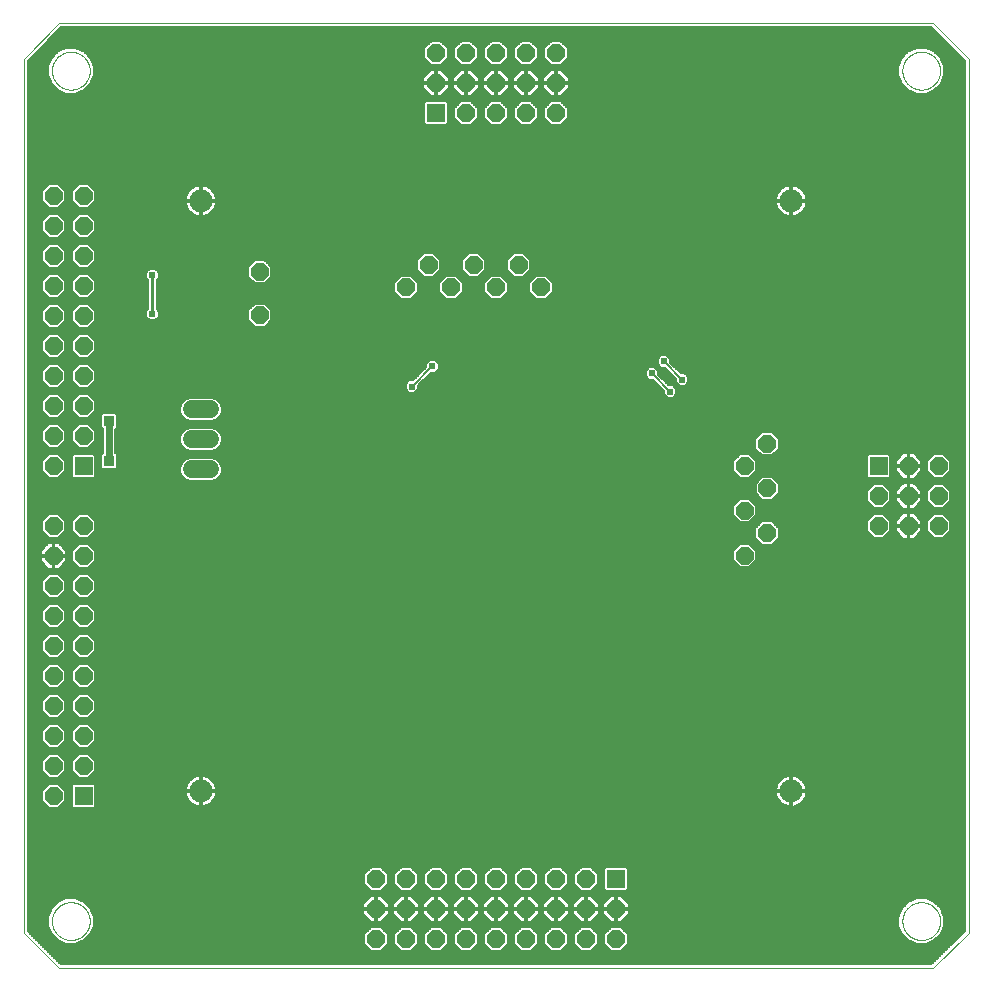
<source format=gbl>
G75*
%MOIN*%
%OFA0B0*%
%FSLAX25Y25*%
%IPPOS*%
%LPD*%
%AMOC8*
5,1,8,0,0,1.08239X$1,22.5*
%
%ADD10C,0.00000*%
%ADD11OC8,0.06000*%
%ADD12R,0.06000X0.06000*%
%ADD13C,0.06000*%
%ADD14C,0.07600*%
%ADD15C,0.02400*%
%ADD16C,0.00600*%
%ADD17R,0.03562X0.03562*%
%ADD18R,0.02400X0.02400*%
%ADD19C,0.02400*%
%ADD20C,0.01000*%
D10*
X0023711Y0035200D02*
X0011900Y0047011D01*
X0011900Y0338350D01*
X0023711Y0350161D01*
X0315050Y0350161D01*
X0326861Y0338350D01*
X0326861Y0047011D01*
X0315050Y0035200D01*
X0023711Y0035200D01*
X0021349Y0050948D02*
X0021351Y0051106D01*
X0021357Y0051264D01*
X0021367Y0051422D01*
X0021381Y0051580D01*
X0021399Y0051737D01*
X0021420Y0051894D01*
X0021446Y0052050D01*
X0021476Y0052206D01*
X0021509Y0052361D01*
X0021547Y0052514D01*
X0021588Y0052667D01*
X0021633Y0052819D01*
X0021682Y0052970D01*
X0021735Y0053119D01*
X0021791Y0053267D01*
X0021851Y0053413D01*
X0021915Y0053558D01*
X0021983Y0053701D01*
X0022054Y0053843D01*
X0022128Y0053983D01*
X0022206Y0054120D01*
X0022288Y0054256D01*
X0022372Y0054390D01*
X0022461Y0054521D01*
X0022552Y0054650D01*
X0022647Y0054777D01*
X0022744Y0054902D01*
X0022845Y0055024D01*
X0022949Y0055143D01*
X0023056Y0055260D01*
X0023166Y0055374D01*
X0023279Y0055485D01*
X0023394Y0055594D01*
X0023512Y0055699D01*
X0023633Y0055801D01*
X0023756Y0055901D01*
X0023882Y0055997D01*
X0024010Y0056090D01*
X0024140Y0056180D01*
X0024273Y0056266D01*
X0024408Y0056350D01*
X0024544Y0056429D01*
X0024683Y0056506D01*
X0024824Y0056578D01*
X0024966Y0056648D01*
X0025110Y0056713D01*
X0025256Y0056775D01*
X0025403Y0056833D01*
X0025552Y0056888D01*
X0025702Y0056939D01*
X0025853Y0056986D01*
X0026005Y0057029D01*
X0026158Y0057068D01*
X0026313Y0057104D01*
X0026468Y0057135D01*
X0026624Y0057163D01*
X0026780Y0057187D01*
X0026937Y0057207D01*
X0027095Y0057223D01*
X0027252Y0057235D01*
X0027411Y0057243D01*
X0027569Y0057247D01*
X0027727Y0057247D01*
X0027885Y0057243D01*
X0028044Y0057235D01*
X0028201Y0057223D01*
X0028359Y0057207D01*
X0028516Y0057187D01*
X0028672Y0057163D01*
X0028828Y0057135D01*
X0028983Y0057104D01*
X0029138Y0057068D01*
X0029291Y0057029D01*
X0029443Y0056986D01*
X0029594Y0056939D01*
X0029744Y0056888D01*
X0029893Y0056833D01*
X0030040Y0056775D01*
X0030186Y0056713D01*
X0030330Y0056648D01*
X0030472Y0056578D01*
X0030613Y0056506D01*
X0030752Y0056429D01*
X0030888Y0056350D01*
X0031023Y0056266D01*
X0031156Y0056180D01*
X0031286Y0056090D01*
X0031414Y0055997D01*
X0031540Y0055901D01*
X0031663Y0055801D01*
X0031784Y0055699D01*
X0031902Y0055594D01*
X0032017Y0055485D01*
X0032130Y0055374D01*
X0032240Y0055260D01*
X0032347Y0055143D01*
X0032451Y0055024D01*
X0032552Y0054902D01*
X0032649Y0054777D01*
X0032744Y0054650D01*
X0032835Y0054521D01*
X0032924Y0054390D01*
X0033008Y0054256D01*
X0033090Y0054120D01*
X0033168Y0053983D01*
X0033242Y0053843D01*
X0033313Y0053701D01*
X0033381Y0053558D01*
X0033445Y0053413D01*
X0033505Y0053267D01*
X0033561Y0053119D01*
X0033614Y0052970D01*
X0033663Y0052819D01*
X0033708Y0052667D01*
X0033749Y0052514D01*
X0033787Y0052361D01*
X0033820Y0052206D01*
X0033850Y0052050D01*
X0033876Y0051894D01*
X0033897Y0051737D01*
X0033915Y0051580D01*
X0033929Y0051422D01*
X0033939Y0051264D01*
X0033945Y0051106D01*
X0033947Y0050948D01*
X0033945Y0050790D01*
X0033939Y0050632D01*
X0033929Y0050474D01*
X0033915Y0050316D01*
X0033897Y0050159D01*
X0033876Y0050002D01*
X0033850Y0049846D01*
X0033820Y0049690D01*
X0033787Y0049535D01*
X0033749Y0049382D01*
X0033708Y0049229D01*
X0033663Y0049077D01*
X0033614Y0048926D01*
X0033561Y0048777D01*
X0033505Y0048629D01*
X0033445Y0048483D01*
X0033381Y0048338D01*
X0033313Y0048195D01*
X0033242Y0048053D01*
X0033168Y0047913D01*
X0033090Y0047776D01*
X0033008Y0047640D01*
X0032924Y0047506D01*
X0032835Y0047375D01*
X0032744Y0047246D01*
X0032649Y0047119D01*
X0032552Y0046994D01*
X0032451Y0046872D01*
X0032347Y0046753D01*
X0032240Y0046636D01*
X0032130Y0046522D01*
X0032017Y0046411D01*
X0031902Y0046302D01*
X0031784Y0046197D01*
X0031663Y0046095D01*
X0031540Y0045995D01*
X0031414Y0045899D01*
X0031286Y0045806D01*
X0031156Y0045716D01*
X0031023Y0045630D01*
X0030888Y0045546D01*
X0030752Y0045467D01*
X0030613Y0045390D01*
X0030472Y0045318D01*
X0030330Y0045248D01*
X0030186Y0045183D01*
X0030040Y0045121D01*
X0029893Y0045063D01*
X0029744Y0045008D01*
X0029594Y0044957D01*
X0029443Y0044910D01*
X0029291Y0044867D01*
X0029138Y0044828D01*
X0028983Y0044792D01*
X0028828Y0044761D01*
X0028672Y0044733D01*
X0028516Y0044709D01*
X0028359Y0044689D01*
X0028201Y0044673D01*
X0028044Y0044661D01*
X0027885Y0044653D01*
X0027727Y0044649D01*
X0027569Y0044649D01*
X0027411Y0044653D01*
X0027252Y0044661D01*
X0027095Y0044673D01*
X0026937Y0044689D01*
X0026780Y0044709D01*
X0026624Y0044733D01*
X0026468Y0044761D01*
X0026313Y0044792D01*
X0026158Y0044828D01*
X0026005Y0044867D01*
X0025853Y0044910D01*
X0025702Y0044957D01*
X0025552Y0045008D01*
X0025403Y0045063D01*
X0025256Y0045121D01*
X0025110Y0045183D01*
X0024966Y0045248D01*
X0024824Y0045318D01*
X0024683Y0045390D01*
X0024544Y0045467D01*
X0024408Y0045546D01*
X0024273Y0045630D01*
X0024140Y0045716D01*
X0024010Y0045806D01*
X0023882Y0045899D01*
X0023756Y0045995D01*
X0023633Y0046095D01*
X0023512Y0046197D01*
X0023394Y0046302D01*
X0023279Y0046411D01*
X0023166Y0046522D01*
X0023056Y0046636D01*
X0022949Y0046753D01*
X0022845Y0046872D01*
X0022744Y0046994D01*
X0022647Y0047119D01*
X0022552Y0047246D01*
X0022461Y0047375D01*
X0022372Y0047506D01*
X0022288Y0047640D01*
X0022206Y0047776D01*
X0022128Y0047913D01*
X0022054Y0048053D01*
X0021983Y0048195D01*
X0021915Y0048338D01*
X0021851Y0048483D01*
X0021791Y0048629D01*
X0021735Y0048777D01*
X0021682Y0048926D01*
X0021633Y0049077D01*
X0021588Y0049229D01*
X0021547Y0049382D01*
X0021509Y0049535D01*
X0021476Y0049690D01*
X0021446Y0049846D01*
X0021420Y0050002D01*
X0021399Y0050159D01*
X0021381Y0050316D01*
X0021367Y0050474D01*
X0021357Y0050632D01*
X0021351Y0050790D01*
X0021349Y0050948D01*
X0021349Y0334413D02*
X0021351Y0334571D01*
X0021357Y0334729D01*
X0021367Y0334887D01*
X0021381Y0335045D01*
X0021399Y0335202D01*
X0021420Y0335359D01*
X0021446Y0335515D01*
X0021476Y0335671D01*
X0021509Y0335826D01*
X0021547Y0335979D01*
X0021588Y0336132D01*
X0021633Y0336284D01*
X0021682Y0336435D01*
X0021735Y0336584D01*
X0021791Y0336732D01*
X0021851Y0336878D01*
X0021915Y0337023D01*
X0021983Y0337166D01*
X0022054Y0337308D01*
X0022128Y0337448D01*
X0022206Y0337585D01*
X0022288Y0337721D01*
X0022372Y0337855D01*
X0022461Y0337986D01*
X0022552Y0338115D01*
X0022647Y0338242D01*
X0022744Y0338367D01*
X0022845Y0338489D01*
X0022949Y0338608D01*
X0023056Y0338725D01*
X0023166Y0338839D01*
X0023279Y0338950D01*
X0023394Y0339059D01*
X0023512Y0339164D01*
X0023633Y0339266D01*
X0023756Y0339366D01*
X0023882Y0339462D01*
X0024010Y0339555D01*
X0024140Y0339645D01*
X0024273Y0339731D01*
X0024408Y0339815D01*
X0024544Y0339894D01*
X0024683Y0339971D01*
X0024824Y0340043D01*
X0024966Y0340113D01*
X0025110Y0340178D01*
X0025256Y0340240D01*
X0025403Y0340298D01*
X0025552Y0340353D01*
X0025702Y0340404D01*
X0025853Y0340451D01*
X0026005Y0340494D01*
X0026158Y0340533D01*
X0026313Y0340569D01*
X0026468Y0340600D01*
X0026624Y0340628D01*
X0026780Y0340652D01*
X0026937Y0340672D01*
X0027095Y0340688D01*
X0027252Y0340700D01*
X0027411Y0340708D01*
X0027569Y0340712D01*
X0027727Y0340712D01*
X0027885Y0340708D01*
X0028044Y0340700D01*
X0028201Y0340688D01*
X0028359Y0340672D01*
X0028516Y0340652D01*
X0028672Y0340628D01*
X0028828Y0340600D01*
X0028983Y0340569D01*
X0029138Y0340533D01*
X0029291Y0340494D01*
X0029443Y0340451D01*
X0029594Y0340404D01*
X0029744Y0340353D01*
X0029893Y0340298D01*
X0030040Y0340240D01*
X0030186Y0340178D01*
X0030330Y0340113D01*
X0030472Y0340043D01*
X0030613Y0339971D01*
X0030752Y0339894D01*
X0030888Y0339815D01*
X0031023Y0339731D01*
X0031156Y0339645D01*
X0031286Y0339555D01*
X0031414Y0339462D01*
X0031540Y0339366D01*
X0031663Y0339266D01*
X0031784Y0339164D01*
X0031902Y0339059D01*
X0032017Y0338950D01*
X0032130Y0338839D01*
X0032240Y0338725D01*
X0032347Y0338608D01*
X0032451Y0338489D01*
X0032552Y0338367D01*
X0032649Y0338242D01*
X0032744Y0338115D01*
X0032835Y0337986D01*
X0032924Y0337855D01*
X0033008Y0337721D01*
X0033090Y0337585D01*
X0033168Y0337448D01*
X0033242Y0337308D01*
X0033313Y0337166D01*
X0033381Y0337023D01*
X0033445Y0336878D01*
X0033505Y0336732D01*
X0033561Y0336584D01*
X0033614Y0336435D01*
X0033663Y0336284D01*
X0033708Y0336132D01*
X0033749Y0335979D01*
X0033787Y0335826D01*
X0033820Y0335671D01*
X0033850Y0335515D01*
X0033876Y0335359D01*
X0033897Y0335202D01*
X0033915Y0335045D01*
X0033929Y0334887D01*
X0033939Y0334729D01*
X0033945Y0334571D01*
X0033947Y0334413D01*
X0033945Y0334255D01*
X0033939Y0334097D01*
X0033929Y0333939D01*
X0033915Y0333781D01*
X0033897Y0333624D01*
X0033876Y0333467D01*
X0033850Y0333311D01*
X0033820Y0333155D01*
X0033787Y0333000D01*
X0033749Y0332847D01*
X0033708Y0332694D01*
X0033663Y0332542D01*
X0033614Y0332391D01*
X0033561Y0332242D01*
X0033505Y0332094D01*
X0033445Y0331948D01*
X0033381Y0331803D01*
X0033313Y0331660D01*
X0033242Y0331518D01*
X0033168Y0331378D01*
X0033090Y0331241D01*
X0033008Y0331105D01*
X0032924Y0330971D01*
X0032835Y0330840D01*
X0032744Y0330711D01*
X0032649Y0330584D01*
X0032552Y0330459D01*
X0032451Y0330337D01*
X0032347Y0330218D01*
X0032240Y0330101D01*
X0032130Y0329987D01*
X0032017Y0329876D01*
X0031902Y0329767D01*
X0031784Y0329662D01*
X0031663Y0329560D01*
X0031540Y0329460D01*
X0031414Y0329364D01*
X0031286Y0329271D01*
X0031156Y0329181D01*
X0031023Y0329095D01*
X0030888Y0329011D01*
X0030752Y0328932D01*
X0030613Y0328855D01*
X0030472Y0328783D01*
X0030330Y0328713D01*
X0030186Y0328648D01*
X0030040Y0328586D01*
X0029893Y0328528D01*
X0029744Y0328473D01*
X0029594Y0328422D01*
X0029443Y0328375D01*
X0029291Y0328332D01*
X0029138Y0328293D01*
X0028983Y0328257D01*
X0028828Y0328226D01*
X0028672Y0328198D01*
X0028516Y0328174D01*
X0028359Y0328154D01*
X0028201Y0328138D01*
X0028044Y0328126D01*
X0027885Y0328118D01*
X0027727Y0328114D01*
X0027569Y0328114D01*
X0027411Y0328118D01*
X0027252Y0328126D01*
X0027095Y0328138D01*
X0026937Y0328154D01*
X0026780Y0328174D01*
X0026624Y0328198D01*
X0026468Y0328226D01*
X0026313Y0328257D01*
X0026158Y0328293D01*
X0026005Y0328332D01*
X0025853Y0328375D01*
X0025702Y0328422D01*
X0025552Y0328473D01*
X0025403Y0328528D01*
X0025256Y0328586D01*
X0025110Y0328648D01*
X0024966Y0328713D01*
X0024824Y0328783D01*
X0024683Y0328855D01*
X0024544Y0328932D01*
X0024408Y0329011D01*
X0024273Y0329095D01*
X0024140Y0329181D01*
X0024010Y0329271D01*
X0023882Y0329364D01*
X0023756Y0329460D01*
X0023633Y0329560D01*
X0023512Y0329662D01*
X0023394Y0329767D01*
X0023279Y0329876D01*
X0023166Y0329987D01*
X0023056Y0330101D01*
X0022949Y0330218D01*
X0022845Y0330337D01*
X0022744Y0330459D01*
X0022647Y0330584D01*
X0022552Y0330711D01*
X0022461Y0330840D01*
X0022372Y0330971D01*
X0022288Y0331105D01*
X0022206Y0331241D01*
X0022128Y0331378D01*
X0022054Y0331518D01*
X0021983Y0331660D01*
X0021915Y0331803D01*
X0021851Y0331948D01*
X0021791Y0332094D01*
X0021735Y0332242D01*
X0021682Y0332391D01*
X0021633Y0332542D01*
X0021588Y0332694D01*
X0021547Y0332847D01*
X0021509Y0333000D01*
X0021476Y0333155D01*
X0021446Y0333311D01*
X0021420Y0333467D01*
X0021399Y0333624D01*
X0021381Y0333781D01*
X0021367Y0333939D01*
X0021357Y0334097D01*
X0021351Y0334255D01*
X0021349Y0334413D01*
X0304814Y0334413D02*
X0304816Y0334571D01*
X0304822Y0334729D01*
X0304832Y0334887D01*
X0304846Y0335045D01*
X0304864Y0335202D01*
X0304885Y0335359D01*
X0304911Y0335515D01*
X0304941Y0335671D01*
X0304974Y0335826D01*
X0305012Y0335979D01*
X0305053Y0336132D01*
X0305098Y0336284D01*
X0305147Y0336435D01*
X0305200Y0336584D01*
X0305256Y0336732D01*
X0305316Y0336878D01*
X0305380Y0337023D01*
X0305448Y0337166D01*
X0305519Y0337308D01*
X0305593Y0337448D01*
X0305671Y0337585D01*
X0305753Y0337721D01*
X0305837Y0337855D01*
X0305926Y0337986D01*
X0306017Y0338115D01*
X0306112Y0338242D01*
X0306209Y0338367D01*
X0306310Y0338489D01*
X0306414Y0338608D01*
X0306521Y0338725D01*
X0306631Y0338839D01*
X0306744Y0338950D01*
X0306859Y0339059D01*
X0306977Y0339164D01*
X0307098Y0339266D01*
X0307221Y0339366D01*
X0307347Y0339462D01*
X0307475Y0339555D01*
X0307605Y0339645D01*
X0307738Y0339731D01*
X0307873Y0339815D01*
X0308009Y0339894D01*
X0308148Y0339971D01*
X0308289Y0340043D01*
X0308431Y0340113D01*
X0308575Y0340178D01*
X0308721Y0340240D01*
X0308868Y0340298D01*
X0309017Y0340353D01*
X0309167Y0340404D01*
X0309318Y0340451D01*
X0309470Y0340494D01*
X0309623Y0340533D01*
X0309778Y0340569D01*
X0309933Y0340600D01*
X0310089Y0340628D01*
X0310245Y0340652D01*
X0310402Y0340672D01*
X0310560Y0340688D01*
X0310717Y0340700D01*
X0310876Y0340708D01*
X0311034Y0340712D01*
X0311192Y0340712D01*
X0311350Y0340708D01*
X0311509Y0340700D01*
X0311666Y0340688D01*
X0311824Y0340672D01*
X0311981Y0340652D01*
X0312137Y0340628D01*
X0312293Y0340600D01*
X0312448Y0340569D01*
X0312603Y0340533D01*
X0312756Y0340494D01*
X0312908Y0340451D01*
X0313059Y0340404D01*
X0313209Y0340353D01*
X0313358Y0340298D01*
X0313505Y0340240D01*
X0313651Y0340178D01*
X0313795Y0340113D01*
X0313937Y0340043D01*
X0314078Y0339971D01*
X0314217Y0339894D01*
X0314353Y0339815D01*
X0314488Y0339731D01*
X0314621Y0339645D01*
X0314751Y0339555D01*
X0314879Y0339462D01*
X0315005Y0339366D01*
X0315128Y0339266D01*
X0315249Y0339164D01*
X0315367Y0339059D01*
X0315482Y0338950D01*
X0315595Y0338839D01*
X0315705Y0338725D01*
X0315812Y0338608D01*
X0315916Y0338489D01*
X0316017Y0338367D01*
X0316114Y0338242D01*
X0316209Y0338115D01*
X0316300Y0337986D01*
X0316389Y0337855D01*
X0316473Y0337721D01*
X0316555Y0337585D01*
X0316633Y0337448D01*
X0316707Y0337308D01*
X0316778Y0337166D01*
X0316846Y0337023D01*
X0316910Y0336878D01*
X0316970Y0336732D01*
X0317026Y0336584D01*
X0317079Y0336435D01*
X0317128Y0336284D01*
X0317173Y0336132D01*
X0317214Y0335979D01*
X0317252Y0335826D01*
X0317285Y0335671D01*
X0317315Y0335515D01*
X0317341Y0335359D01*
X0317362Y0335202D01*
X0317380Y0335045D01*
X0317394Y0334887D01*
X0317404Y0334729D01*
X0317410Y0334571D01*
X0317412Y0334413D01*
X0317410Y0334255D01*
X0317404Y0334097D01*
X0317394Y0333939D01*
X0317380Y0333781D01*
X0317362Y0333624D01*
X0317341Y0333467D01*
X0317315Y0333311D01*
X0317285Y0333155D01*
X0317252Y0333000D01*
X0317214Y0332847D01*
X0317173Y0332694D01*
X0317128Y0332542D01*
X0317079Y0332391D01*
X0317026Y0332242D01*
X0316970Y0332094D01*
X0316910Y0331948D01*
X0316846Y0331803D01*
X0316778Y0331660D01*
X0316707Y0331518D01*
X0316633Y0331378D01*
X0316555Y0331241D01*
X0316473Y0331105D01*
X0316389Y0330971D01*
X0316300Y0330840D01*
X0316209Y0330711D01*
X0316114Y0330584D01*
X0316017Y0330459D01*
X0315916Y0330337D01*
X0315812Y0330218D01*
X0315705Y0330101D01*
X0315595Y0329987D01*
X0315482Y0329876D01*
X0315367Y0329767D01*
X0315249Y0329662D01*
X0315128Y0329560D01*
X0315005Y0329460D01*
X0314879Y0329364D01*
X0314751Y0329271D01*
X0314621Y0329181D01*
X0314488Y0329095D01*
X0314353Y0329011D01*
X0314217Y0328932D01*
X0314078Y0328855D01*
X0313937Y0328783D01*
X0313795Y0328713D01*
X0313651Y0328648D01*
X0313505Y0328586D01*
X0313358Y0328528D01*
X0313209Y0328473D01*
X0313059Y0328422D01*
X0312908Y0328375D01*
X0312756Y0328332D01*
X0312603Y0328293D01*
X0312448Y0328257D01*
X0312293Y0328226D01*
X0312137Y0328198D01*
X0311981Y0328174D01*
X0311824Y0328154D01*
X0311666Y0328138D01*
X0311509Y0328126D01*
X0311350Y0328118D01*
X0311192Y0328114D01*
X0311034Y0328114D01*
X0310876Y0328118D01*
X0310717Y0328126D01*
X0310560Y0328138D01*
X0310402Y0328154D01*
X0310245Y0328174D01*
X0310089Y0328198D01*
X0309933Y0328226D01*
X0309778Y0328257D01*
X0309623Y0328293D01*
X0309470Y0328332D01*
X0309318Y0328375D01*
X0309167Y0328422D01*
X0309017Y0328473D01*
X0308868Y0328528D01*
X0308721Y0328586D01*
X0308575Y0328648D01*
X0308431Y0328713D01*
X0308289Y0328783D01*
X0308148Y0328855D01*
X0308009Y0328932D01*
X0307873Y0329011D01*
X0307738Y0329095D01*
X0307605Y0329181D01*
X0307475Y0329271D01*
X0307347Y0329364D01*
X0307221Y0329460D01*
X0307098Y0329560D01*
X0306977Y0329662D01*
X0306859Y0329767D01*
X0306744Y0329876D01*
X0306631Y0329987D01*
X0306521Y0330101D01*
X0306414Y0330218D01*
X0306310Y0330337D01*
X0306209Y0330459D01*
X0306112Y0330584D01*
X0306017Y0330711D01*
X0305926Y0330840D01*
X0305837Y0330971D01*
X0305753Y0331105D01*
X0305671Y0331241D01*
X0305593Y0331378D01*
X0305519Y0331518D01*
X0305448Y0331660D01*
X0305380Y0331803D01*
X0305316Y0331948D01*
X0305256Y0332094D01*
X0305200Y0332242D01*
X0305147Y0332391D01*
X0305098Y0332542D01*
X0305053Y0332694D01*
X0305012Y0332847D01*
X0304974Y0333000D01*
X0304941Y0333155D01*
X0304911Y0333311D01*
X0304885Y0333467D01*
X0304864Y0333624D01*
X0304846Y0333781D01*
X0304832Y0333939D01*
X0304822Y0334097D01*
X0304816Y0334255D01*
X0304814Y0334413D01*
X0304814Y0050948D02*
X0304816Y0051106D01*
X0304822Y0051264D01*
X0304832Y0051422D01*
X0304846Y0051580D01*
X0304864Y0051737D01*
X0304885Y0051894D01*
X0304911Y0052050D01*
X0304941Y0052206D01*
X0304974Y0052361D01*
X0305012Y0052514D01*
X0305053Y0052667D01*
X0305098Y0052819D01*
X0305147Y0052970D01*
X0305200Y0053119D01*
X0305256Y0053267D01*
X0305316Y0053413D01*
X0305380Y0053558D01*
X0305448Y0053701D01*
X0305519Y0053843D01*
X0305593Y0053983D01*
X0305671Y0054120D01*
X0305753Y0054256D01*
X0305837Y0054390D01*
X0305926Y0054521D01*
X0306017Y0054650D01*
X0306112Y0054777D01*
X0306209Y0054902D01*
X0306310Y0055024D01*
X0306414Y0055143D01*
X0306521Y0055260D01*
X0306631Y0055374D01*
X0306744Y0055485D01*
X0306859Y0055594D01*
X0306977Y0055699D01*
X0307098Y0055801D01*
X0307221Y0055901D01*
X0307347Y0055997D01*
X0307475Y0056090D01*
X0307605Y0056180D01*
X0307738Y0056266D01*
X0307873Y0056350D01*
X0308009Y0056429D01*
X0308148Y0056506D01*
X0308289Y0056578D01*
X0308431Y0056648D01*
X0308575Y0056713D01*
X0308721Y0056775D01*
X0308868Y0056833D01*
X0309017Y0056888D01*
X0309167Y0056939D01*
X0309318Y0056986D01*
X0309470Y0057029D01*
X0309623Y0057068D01*
X0309778Y0057104D01*
X0309933Y0057135D01*
X0310089Y0057163D01*
X0310245Y0057187D01*
X0310402Y0057207D01*
X0310560Y0057223D01*
X0310717Y0057235D01*
X0310876Y0057243D01*
X0311034Y0057247D01*
X0311192Y0057247D01*
X0311350Y0057243D01*
X0311509Y0057235D01*
X0311666Y0057223D01*
X0311824Y0057207D01*
X0311981Y0057187D01*
X0312137Y0057163D01*
X0312293Y0057135D01*
X0312448Y0057104D01*
X0312603Y0057068D01*
X0312756Y0057029D01*
X0312908Y0056986D01*
X0313059Y0056939D01*
X0313209Y0056888D01*
X0313358Y0056833D01*
X0313505Y0056775D01*
X0313651Y0056713D01*
X0313795Y0056648D01*
X0313937Y0056578D01*
X0314078Y0056506D01*
X0314217Y0056429D01*
X0314353Y0056350D01*
X0314488Y0056266D01*
X0314621Y0056180D01*
X0314751Y0056090D01*
X0314879Y0055997D01*
X0315005Y0055901D01*
X0315128Y0055801D01*
X0315249Y0055699D01*
X0315367Y0055594D01*
X0315482Y0055485D01*
X0315595Y0055374D01*
X0315705Y0055260D01*
X0315812Y0055143D01*
X0315916Y0055024D01*
X0316017Y0054902D01*
X0316114Y0054777D01*
X0316209Y0054650D01*
X0316300Y0054521D01*
X0316389Y0054390D01*
X0316473Y0054256D01*
X0316555Y0054120D01*
X0316633Y0053983D01*
X0316707Y0053843D01*
X0316778Y0053701D01*
X0316846Y0053558D01*
X0316910Y0053413D01*
X0316970Y0053267D01*
X0317026Y0053119D01*
X0317079Y0052970D01*
X0317128Y0052819D01*
X0317173Y0052667D01*
X0317214Y0052514D01*
X0317252Y0052361D01*
X0317285Y0052206D01*
X0317315Y0052050D01*
X0317341Y0051894D01*
X0317362Y0051737D01*
X0317380Y0051580D01*
X0317394Y0051422D01*
X0317404Y0051264D01*
X0317410Y0051106D01*
X0317412Y0050948D01*
X0317410Y0050790D01*
X0317404Y0050632D01*
X0317394Y0050474D01*
X0317380Y0050316D01*
X0317362Y0050159D01*
X0317341Y0050002D01*
X0317315Y0049846D01*
X0317285Y0049690D01*
X0317252Y0049535D01*
X0317214Y0049382D01*
X0317173Y0049229D01*
X0317128Y0049077D01*
X0317079Y0048926D01*
X0317026Y0048777D01*
X0316970Y0048629D01*
X0316910Y0048483D01*
X0316846Y0048338D01*
X0316778Y0048195D01*
X0316707Y0048053D01*
X0316633Y0047913D01*
X0316555Y0047776D01*
X0316473Y0047640D01*
X0316389Y0047506D01*
X0316300Y0047375D01*
X0316209Y0047246D01*
X0316114Y0047119D01*
X0316017Y0046994D01*
X0315916Y0046872D01*
X0315812Y0046753D01*
X0315705Y0046636D01*
X0315595Y0046522D01*
X0315482Y0046411D01*
X0315367Y0046302D01*
X0315249Y0046197D01*
X0315128Y0046095D01*
X0315005Y0045995D01*
X0314879Y0045899D01*
X0314751Y0045806D01*
X0314621Y0045716D01*
X0314488Y0045630D01*
X0314353Y0045546D01*
X0314217Y0045467D01*
X0314078Y0045390D01*
X0313937Y0045318D01*
X0313795Y0045248D01*
X0313651Y0045183D01*
X0313505Y0045121D01*
X0313358Y0045063D01*
X0313209Y0045008D01*
X0313059Y0044957D01*
X0312908Y0044910D01*
X0312756Y0044867D01*
X0312603Y0044828D01*
X0312448Y0044792D01*
X0312293Y0044761D01*
X0312137Y0044733D01*
X0311981Y0044709D01*
X0311824Y0044689D01*
X0311666Y0044673D01*
X0311509Y0044661D01*
X0311350Y0044653D01*
X0311192Y0044649D01*
X0311034Y0044649D01*
X0310876Y0044653D01*
X0310717Y0044661D01*
X0310560Y0044673D01*
X0310402Y0044689D01*
X0310245Y0044709D01*
X0310089Y0044733D01*
X0309933Y0044761D01*
X0309778Y0044792D01*
X0309623Y0044828D01*
X0309470Y0044867D01*
X0309318Y0044910D01*
X0309167Y0044957D01*
X0309017Y0045008D01*
X0308868Y0045063D01*
X0308721Y0045121D01*
X0308575Y0045183D01*
X0308431Y0045248D01*
X0308289Y0045318D01*
X0308148Y0045390D01*
X0308009Y0045467D01*
X0307873Y0045546D01*
X0307738Y0045630D01*
X0307605Y0045716D01*
X0307475Y0045806D01*
X0307347Y0045899D01*
X0307221Y0045995D01*
X0307098Y0046095D01*
X0306977Y0046197D01*
X0306859Y0046302D01*
X0306744Y0046411D01*
X0306631Y0046522D01*
X0306521Y0046636D01*
X0306414Y0046753D01*
X0306310Y0046872D01*
X0306209Y0046994D01*
X0306112Y0047119D01*
X0306017Y0047246D01*
X0305926Y0047375D01*
X0305837Y0047506D01*
X0305753Y0047640D01*
X0305671Y0047776D01*
X0305593Y0047913D01*
X0305519Y0048053D01*
X0305448Y0048195D01*
X0305380Y0048338D01*
X0305316Y0048483D01*
X0305256Y0048629D01*
X0305200Y0048777D01*
X0305147Y0048926D01*
X0305098Y0049077D01*
X0305053Y0049229D01*
X0305012Y0049382D01*
X0304974Y0049535D01*
X0304941Y0049690D01*
X0304911Y0049846D01*
X0304885Y0050002D01*
X0304864Y0050159D01*
X0304846Y0050316D01*
X0304832Y0050474D01*
X0304822Y0050632D01*
X0304816Y0050790D01*
X0304814Y0050948D01*
D11*
X0209400Y0055000D03*
X0199400Y0055000D03*
X0199400Y0065000D03*
X0189400Y0065000D03*
X0189400Y0055000D03*
X0189400Y0045000D03*
X0179400Y0045000D03*
X0179400Y0055000D03*
X0179400Y0065000D03*
X0169400Y0065000D03*
X0169400Y0055000D03*
X0159400Y0055000D03*
X0159400Y0065000D03*
X0149400Y0065000D03*
X0149400Y0055000D03*
X0149400Y0045000D03*
X0139400Y0045000D03*
X0139400Y0055000D03*
X0139400Y0065000D03*
X0129400Y0065000D03*
X0129400Y0055000D03*
X0129400Y0045000D03*
X0159400Y0045000D03*
X0169400Y0045000D03*
X0199400Y0045000D03*
X0209400Y0045000D03*
X0252200Y0172800D03*
X0259700Y0180300D03*
X0252200Y0187800D03*
X0259800Y0195200D03*
X0252200Y0202600D03*
X0259700Y0210100D03*
X0296861Y0192680D03*
X0306861Y0192680D03*
X0306861Y0202680D03*
X0316861Y0202680D03*
X0316861Y0192680D03*
X0316861Y0182680D03*
X0306861Y0182680D03*
X0296861Y0182680D03*
X0184400Y0262200D03*
X0176900Y0269700D03*
X0169400Y0262200D03*
X0161900Y0269700D03*
X0154400Y0262200D03*
X0146900Y0269700D03*
X0139400Y0262200D03*
X0090600Y0267400D03*
X0090600Y0252900D03*
X0031861Y0252661D03*
X0021861Y0252661D03*
X0021861Y0262661D03*
X0021861Y0272661D03*
X0031861Y0272661D03*
X0031861Y0262661D03*
X0031861Y0282661D03*
X0031861Y0292661D03*
X0021861Y0292661D03*
X0021861Y0282661D03*
X0021861Y0242661D03*
X0031861Y0242661D03*
X0031861Y0232661D03*
X0021861Y0232661D03*
X0021861Y0222661D03*
X0031861Y0222661D03*
X0031861Y0212661D03*
X0021861Y0212661D03*
X0021861Y0202661D03*
X0021861Y0182661D03*
X0031861Y0182661D03*
X0031861Y0172661D03*
X0031861Y0162661D03*
X0021861Y0162661D03*
X0021861Y0172661D03*
X0021861Y0152661D03*
X0031861Y0152661D03*
X0031861Y0142661D03*
X0021861Y0142661D03*
X0021861Y0132661D03*
X0031861Y0132661D03*
X0031861Y0122661D03*
X0031861Y0112661D03*
X0021861Y0112661D03*
X0021861Y0122661D03*
X0021861Y0102661D03*
X0031861Y0102661D03*
X0021861Y0092661D03*
X0159350Y0320330D03*
X0169350Y0320330D03*
X0169350Y0330330D03*
X0159350Y0330330D03*
X0159350Y0340330D03*
X0169350Y0340330D03*
X0179350Y0340330D03*
X0189350Y0340330D03*
X0189350Y0330330D03*
X0189350Y0320330D03*
X0179350Y0320330D03*
X0179350Y0330330D03*
X0149350Y0330330D03*
X0149350Y0340330D03*
D12*
X0149350Y0320330D03*
X0031861Y0202661D03*
X0031861Y0092661D03*
X0209400Y0065000D03*
X0296861Y0202680D03*
D13*
X0074000Y0201500D02*
X0068000Y0201500D01*
X0068000Y0211500D02*
X0074000Y0211500D01*
X0074000Y0221500D02*
X0068000Y0221500D01*
D14*
X0070955Y0291106D03*
X0070955Y0094255D03*
X0267806Y0094255D03*
X0267806Y0291106D03*
D15*
X0225300Y0237500D03*
X0221300Y0233500D03*
X0227400Y0227400D03*
X0231400Y0231400D03*
X0148100Y0235900D03*
X0141300Y0229100D03*
X0054800Y0253300D03*
X0054800Y0266300D03*
D16*
X0056900Y0266225D02*
X0086700Y0266225D01*
X0086700Y0265785D02*
X0086700Y0269015D01*
X0088985Y0271300D01*
X0092215Y0271300D01*
X0094500Y0269015D01*
X0094500Y0265785D01*
X0092215Y0263500D01*
X0088985Y0263500D01*
X0086700Y0265785D01*
X0086858Y0265627D02*
X0056900Y0265627D01*
X0056900Y0265430D02*
X0056200Y0264730D01*
X0056200Y0254870D01*
X0056900Y0254170D01*
X0056900Y0252430D01*
X0055670Y0251200D01*
X0053930Y0251200D01*
X0052700Y0252430D01*
X0052700Y0254170D01*
X0053400Y0254870D01*
X0053400Y0264730D01*
X0052700Y0265430D01*
X0052700Y0267170D01*
X0053930Y0268400D01*
X0055670Y0268400D01*
X0056900Y0267170D01*
X0056900Y0265430D01*
X0056498Y0265028D02*
X0087456Y0265028D01*
X0088055Y0264430D02*
X0056200Y0264430D01*
X0056200Y0263831D02*
X0088653Y0263831D01*
X0086700Y0266824D02*
X0056900Y0266824D01*
X0056647Y0267422D02*
X0086700Y0267422D01*
X0086700Y0268021D02*
X0056049Y0268021D01*
X0053551Y0268021D02*
X0013200Y0268021D01*
X0013200Y0268619D02*
X0086700Y0268619D01*
X0086903Y0269218D02*
X0033933Y0269218D01*
X0033476Y0268761D02*
X0035761Y0271045D01*
X0035761Y0274276D01*
X0033476Y0276561D01*
X0030245Y0276561D01*
X0027961Y0274276D01*
X0027961Y0271045D01*
X0030245Y0268761D01*
X0033476Y0268761D01*
X0034532Y0269816D02*
X0087501Y0269816D01*
X0088100Y0270415D02*
X0035130Y0270415D01*
X0035729Y0271013D02*
X0088698Y0271013D01*
X0092502Y0271013D02*
X0143000Y0271013D01*
X0143000Y0271315D02*
X0143000Y0268085D01*
X0145285Y0265800D01*
X0148515Y0265800D01*
X0150800Y0268085D01*
X0150800Y0271315D01*
X0148515Y0273600D01*
X0145285Y0273600D01*
X0143000Y0271315D01*
X0143297Y0271612D02*
X0035761Y0271612D01*
X0035761Y0272210D02*
X0143895Y0272210D01*
X0144494Y0272809D02*
X0035761Y0272809D01*
X0035761Y0273408D02*
X0145092Y0273408D01*
X0148708Y0273408D02*
X0160092Y0273408D01*
X0160285Y0273600D02*
X0158000Y0271315D01*
X0158000Y0268085D01*
X0160285Y0265800D01*
X0163515Y0265800D01*
X0165800Y0268085D01*
X0165800Y0271315D01*
X0163515Y0273600D01*
X0160285Y0273600D01*
X0159494Y0272809D02*
X0149306Y0272809D01*
X0149905Y0272210D02*
X0158895Y0272210D01*
X0158297Y0271612D02*
X0150503Y0271612D01*
X0150800Y0271013D02*
X0158000Y0271013D01*
X0158000Y0270415D02*
X0150800Y0270415D01*
X0150800Y0269816D02*
X0158000Y0269816D01*
X0158000Y0269218D02*
X0150800Y0269218D01*
X0150800Y0268619D02*
X0158000Y0268619D01*
X0158064Y0268021D02*
X0150736Y0268021D01*
X0150138Y0267422D02*
X0158662Y0267422D01*
X0159261Y0266824D02*
X0149539Y0266824D01*
X0148941Y0266225D02*
X0159859Y0266225D01*
X0157686Y0264430D02*
X0166114Y0264430D01*
X0165516Y0263831D02*
X0158284Y0263831D01*
X0158300Y0263815D02*
X0156015Y0266100D01*
X0152785Y0266100D01*
X0150500Y0263815D01*
X0150500Y0260585D01*
X0152785Y0258300D01*
X0156015Y0258300D01*
X0158300Y0260585D01*
X0158300Y0263815D01*
X0158300Y0263233D02*
X0165500Y0263233D01*
X0165500Y0263815D02*
X0165500Y0260585D01*
X0167785Y0258300D01*
X0171015Y0258300D01*
X0173300Y0260585D01*
X0173300Y0263815D01*
X0171015Y0266100D01*
X0167785Y0266100D01*
X0165500Y0263815D01*
X0165500Y0262634D02*
X0158300Y0262634D01*
X0158300Y0262036D02*
X0165500Y0262036D01*
X0165500Y0261437D02*
X0158300Y0261437D01*
X0158300Y0260839D02*
X0165500Y0260839D01*
X0165844Y0260240D02*
X0157956Y0260240D01*
X0157357Y0259642D02*
X0166443Y0259642D01*
X0167041Y0259043D02*
X0156759Y0259043D01*
X0156160Y0258445D02*
X0167640Y0258445D01*
X0171160Y0258445D02*
X0182640Y0258445D01*
X0182785Y0258300D02*
X0186015Y0258300D01*
X0188300Y0260585D01*
X0188300Y0263815D01*
X0186015Y0266100D01*
X0182785Y0266100D01*
X0180500Y0263815D01*
X0180500Y0260585D01*
X0182785Y0258300D01*
X0182041Y0259043D02*
X0171759Y0259043D01*
X0172357Y0259642D02*
X0181443Y0259642D01*
X0180844Y0260240D02*
X0172956Y0260240D01*
X0173300Y0260839D02*
X0180500Y0260839D01*
X0180500Y0261437D02*
X0173300Y0261437D01*
X0173300Y0262036D02*
X0180500Y0262036D01*
X0180500Y0262634D02*
X0173300Y0262634D01*
X0173300Y0263233D02*
X0180500Y0263233D01*
X0180516Y0263831D02*
X0173284Y0263831D01*
X0172686Y0264430D02*
X0181114Y0264430D01*
X0181713Y0265028D02*
X0172087Y0265028D01*
X0171489Y0265627D02*
X0182311Y0265627D01*
X0180138Y0267422D02*
X0325561Y0267422D01*
X0325561Y0266824D02*
X0179539Y0266824D01*
X0178941Y0266225D02*
X0325561Y0266225D01*
X0325561Y0265627D02*
X0186489Y0265627D01*
X0187087Y0265028D02*
X0325561Y0265028D01*
X0325561Y0264430D02*
X0187686Y0264430D01*
X0188284Y0263831D02*
X0325561Y0263831D01*
X0325561Y0263233D02*
X0188300Y0263233D01*
X0188300Y0262634D02*
X0325561Y0262634D01*
X0325561Y0262036D02*
X0188300Y0262036D01*
X0188300Y0261437D02*
X0325561Y0261437D01*
X0325561Y0260839D02*
X0188300Y0260839D01*
X0187956Y0260240D02*
X0325561Y0260240D01*
X0325561Y0259642D02*
X0187357Y0259642D01*
X0186759Y0259043D02*
X0325561Y0259043D01*
X0325561Y0258445D02*
X0186160Y0258445D01*
X0178515Y0265800D02*
X0180800Y0268085D01*
X0180800Y0271315D01*
X0178515Y0273600D01*
X0175285Y0273600D01*
X0173000Y0271315D01*
X0173000Y0268085D01*
X0175285Y0265800D01*
X0178515Y0265800D01*
X0180736Y0268021D02*
X0325561Y0268021D01*
X0325561Y0268619D02*
X0180800Y0268619D01*
X0180800Y0269218D02*
X0325561Y0269218D01*
X0325561Y0269816D02*
X0180800Y0269816D01*
X0180800Y0270415D02*
X0325561Y0270415D01*
X0325561Y0271013D02*
X0180800Y0271013D01*
X0180503Y0271612D02*
X0325561Y0271612D01*
X0325561Y0272210D02*
X0179905Y0272210D01*
X0179306Y0272809D02*
X0325561Y0272809D01*
X0325561Y0273408D02*
X0178708Y0273408D01*
X0175092Y0273408D02*
X0163708Y0273408D01*
X0164306Y0272809D02*
X0174494Y0272809D01*
X0173895Y0272210D02*
X0164905Y0272210D01*
X0165503Y0271612D02*
X0173297Y0271612D01*
X0173000Y0271013D02*
X0165800Y0271013D01*
X0165800Y0270415D02*
X0173000Y0270415D01*
X0173000Y0269816D02*
X0165800Y0269816D01*
X0165800Y0269218D02*
X0173000Y0269218D01*
X0173000Y0268619D02*
X0165800Y0268619D01*
X0165736Y0268021D02*
X0173064Y0268021D01*
X0173662Y0267422D02*
X0165138Y0267422D01*
X0164539Y0266824D02*
X0174261Y0266824D01*
X0174859Y0266225D02*
X0163941Y0266225D01*
X0166713Y0265028D02*
X0157087Y0265028D01*
X0156489Y0265627D02*
X0167311Y0265627D01*
X0152311Y0265627D02*
X0141489Y0265627D01*
X0141015Y0266100D02*
X0143300Y0263815D01*
X0143300Y0260585D01*
X0141015Y0258300D01*
X0137785Y0258300D01*
X0135500Y0260585D01*
X0135500Y0263815D01*
X0137785Y0266100D01*
X0141015Y0266100D01*
X0142087Y0265028D02*
X0151713Y0265028D01*
X0151114Y0264430D02*
X0142686Y0264430D01*
X0143284Y0263831D02*
X0150516Y0263831D01*
X0150500Y0263233D02*
X0143300Y0263233D01*
X0143300Y0262634D02*
X0150500Y0262634D01*
X0150500Y0262036D02*
X0143300Y0262036D01*
X0143300Y0261437D02*
X0150500Y0261437D01*
X0150500Y0260839D02*
X0143300Y0260839D01*
X0142956Y0260240D02*
X0150844Y0260240D01*
X0151443Y0259642D02*
X0142357Y0259642D01*
X0141759Y0259043D02*
X0152041Y0259043D01*
X0152640Y0258445D02*
X0141160Y0258445D01*
X0137640Y0258445D02*
X0056200Y0258445D01*
X0056200Y0259043D02*
X0137041Y0259043D01*
X0136443Y0259642D02*
X0056200Y0259642D01*
X0056200Y0260240D02*
X0135844Y0260240D01*
X0135500Y0260839D02*
X0056200Y0260839D01*
X0056200Y0261437D02*
X0135500Y0261437D01*
X0135500Y0262036D02*
X0056200Y0262036D01*
X0056200Y0262634D02*
X0135500Y0262634D01*
X0135500Y0263233D02*
X0056200Y0263233D01*
X0053400Y0263233D02*
X0035761Y0263233D01*
X0035761Y0263831D02*
X0053400Y0263831D01*
X0053400Y0264430D02*
X0035607Y0264430D01*
X0035761Y0264276D02*
X0033476Y0266561D01*
X0030245Y0266561D01*
X0027961Y0264276D01*
X0027961Y0261045D01*
X0030245Y0258761D01*
X0033476Y0258761D01*
X0035761Y0261045D01*
X0035761Y0264276D01*
X0035008Y0265028D02*
X0053102Y0265028D01*
X0052700Y0265627D02*
X0034410Y0265627D01*
X0033811Y0266225D02*
X0052700Y0266225D01*
X0052700Y0266824D02*
X0013200Y0266824D01*
X0013200Y0267422D02*
X0052953Y0267422D01*
X0053400Y0262634D02*
X0035761Y0262634D01*
X0035761Y0262036D02*
X0053400Y0262036D01*
X0053400Y0261437D02*
X0035761Y0261437D01*
X0035554Y0260839D02*
X0053400Y0260839D01*
X0053400Y0260240D02*
X0034956Y0260240D01*
X0034357Y0259642D02*
X0053400Y0259642D01*
X0053400Y0259043D02*
X0033759Y0259043D01*
X0033476Y0256561D02*
X0030245Y0256561D01*
X0027961Y0254276D01*
X0027961Y0251045D01*
X0030245Y0248761D01*
X0033476Y0248761D01*
X0035761Y0251045D01*
X0035761Y0254276D01*
X0033476Y0256561D01*
X0033986Y0256051D02*
X0053400Y0256051D01*
X0053400Y0256649D02*
X0013200Y0256649D01*
X0013200Y0256051D02*
X0019735Y0256051D01*
X0020245Y0256561D02*
X0017961Y0254276D01*
X0017961Y0251045D01*
X0020245Y0248761D01*
X0023476Y0248761D01*
X0025761Y0251045D01*
X0025761Y0254276D01*
X0023476Y0256561D01*
X0020245Y0256561D01*
X0019137Y0255452D02*
X0013200Y0255452D01*
X0013200Y0254854D02*
X0018538Y0254854D01*
X0017961Y0254255D02*
X0013200Y0254255D01*
X0013200Y0253657D02*
X0017961Y0253657D01*
X0017961Y0253058D02*
X0013200Y0253058D01*
X0013200Y0252460D02*
X0017961Y0252460D01*
X0017961Y0251861D02*
X0013200Y0251861D01*
X0013200Y0251263D02*
X0017961Y0251263D01*
X0018342Y0250664D02*
X0013200Y0250664D01*
X0013200Y0250066D02*
X0018940Y0250066D01*
X0019539Y0249467D02*
X0013200Y0249467D01*
X0013200Y0248869D02*
X0020137Y0248869D01*
X0020245Y0246561D02*
X0017961Y0244276D01*
X0017961Y0241045D01*
X0020245Y0238761D01*
X0023476Y0238761D01*
X0025761Y0241045D01*
X0025761Y0244276D01*
X0023476Y0246561D01*
X0020245Y0246561D01*
X0020159Y0246474D02*
X0013200Y0246474D01*
X0013200Y0245876D02*
X0019561Y0245876D01*
X0018962Y0245277D02*
X0013200Y0245277D01*
X0013200Y0244679D02*
X0018364Y0244679D01*
X0017961Y0244080D02*
X0013200Y0244080D01*
X0013200Y0243482D02*
X0017961Y0243482D01*
X0017961Y0242883D02*
X0013200Y0242883D01*
X0013200Y0242285D02*
X0017961Y0242285D01*
X0017961Y0241686D02*
X0013200Y0241686D01*
X0013200Y0241088D02*
X0017961Y0241088D01*
X0018516Y0240489D02*
X0013200Y0240489D01*
X0013200Y0239891D02*
X0019115Y0239891D01*
X0019713Y0239292D02*
X0013200Y0239292D01*
X0013200Y0238694D02*
X0223524Y0238694D01*
X0223200Y0238370D02*
X0223200Y0236630D01*
X0224430Y0235400D01*
X0225703Y0235400D01*
X0229300Y0231803D01*
X0229300Y0230530D01*
X0230530Y0229300D01*
X0232270Y0229300D01*
X0233500Y0230530D01*
X0233500Y0232270D01*
X0232270Y0233500D01*
X0230997Y0233500D01*
X0227400Y0237097D01*
X0227400Y0238370D01*
X0226170Y0239600D01*
X0224430Y0239600D01*
X0223200Y0238370D01*
X0223200Y0238095D02*
X0013200Y0238095D01*
X0013200Y0237497D02*
X0146727Y0237497D01*
X0147230Y0238000D02*
X0146000Y0236770D01*
X0146000Y0235497D01*
X0141703Y0231200D01*
X0140430Y0231200D01*
X0139200Y0229970D01*
X0139200Y0228230D01*
X0140430Y0227000D01*
X0142170Y0227000D01*
X0143400Y0228230D01*
X0143400Y0229503D01*
X0147697Y0233800D01*
X0148970Y0233800D01*
X0150200Y0235030D01*
X0150200Y0236770D01*
X0148970Y0238000D01*
X0147230Y0238000D01*
X0146128Y0236898D02*
X0013200Y0236898D01*
X0013200Y0236300D02*
X0019984Y0236300D01*
X0020245Y0236561D02*
X0017961Y0234276D01*
X0017961Y0231045D01*
X0020245Y0228761D01*
X0023476Y0228761D01*
X0025761Y0231045D01*
X0025761Y0234276D01*
X0023476Y0236561D01*
X0020245Y0236561D01*
X0019386Y0235701D02*
X0013200Y0235701D01*
X0013200Y0235103D02*
X0018787Y0235103D01*
X0018189Y0234504D02*
X0013200Y0234504D01*
X0013200Y0233906D02*
X0017961Y0233906D01*
X0017961Y0233307D02*
X0013200Y0233307D01*
X0013200Y0232709D02*
X0017961Y0232709D01*
X0017961Y0232110D02*
X0013200Y0232110D01*
X0013200Y0231512D02*
X0017961Y0231512D01*
X0018093Y0230913D02*
X0013200Y0230913D01*
X0013200Y0230315D02*
X0018691Y0230315D01*
X0019290Y0229716D02*
X0013200Y0229716D01*
X0013200Y0229118D02*
X0019888Y0229118D01*
X0020245Y0226561D02*
X0017961Y0224276D01*
X0017961Y0221045D01*
X0020245Y0218761D01*
X0023476Y0218761D01*
X0025761Y0221045D01*
X0025761Y0224276D01*
X0023476Y0226561D01*
X0020245Y0226561D01*
X0019810Y0226125D02*
X0013200Y0226125D01*
X0013200Y0225527D02*
X0019211Y0225527D01*
X0018613Y0224928D02*
X0013200Y0224928D01*
X0013200Y0224330D02*
X0018014Y0224330D01*
X0017961Y0223731D02*
X0013200Y0223731D01*
X0013200Y0223133D02*
X0017961Y0223133D01*
X0017961Y0222534D02*
X0013200Y0222534D01*
X0013200Y0221936D02*
X0017961Y0221936D01*
X0017961Y0221337D02*
X0013200Y0221337D01*
X0013200Y0220739D02*
X0018267Y0220739D01*
X0018866Y0220140D02*
X0013200Y0220140D01*
X0013200Y0219541D02*
X0019464Y0219541D01*
X0020063Y0218943D02*
X0013200Y0218943D01*
X0013200Y0218344D02*
X0037719Y0218344D01*
X0037719Y0217746D02*
X0013200Y0217746D01*
X0013200Y0217147D02*
X0037719Y0217147D01*
X0037719Y0216549D02*
X0033488Y0216549D01*
X0033476Y0216561D02*
X0030245Y0216561D01*
X0027961Y0214276D01*
X0027961Y0211045D01*
X0030245Y0208761D01*
X0033476Y0208761D01*
X0035761Y0211045D01*
X0035761Y0214276D01*
X0033476Y0216561D01*
X0034086Y0215950D02*
X0037719Y0215950D01*
X0037719Y0215546D02*
X0038246Y0215019D01*
X0038300Y0215019D01*
X0038300Y0206962D01*
X0038246Y0206962D01*
X0037719Y0206435D01*
X0037719Y0202127D01*
X0038246Y0201600D01*
X0042554Y0201600D01*
X0043081Y0202127D01*
X0043081Y0206435D01*
X0042554Y0206962D01*
X0042500Y0206962D01*
X0042500Y0215019D01*
X0042554Y0215019D01*
X0043081Y0215546D01*
X0043081Y0219854D01*
X0042554Y0220381D01*
X0038246Y0220381D01*
X0037719Y0219854D01*
X0037719Y0215546D01*
X0037913Y0215352D02*
X0034685Y0215352D01*
X0035283Y0214753D02*
X0038300Y0214753D01*
X0038300Y0214155D02*
X0035761Y0214155D01*
X0035761Y0213556D02*
X0038300Y0213556D01*
X0038300Y0212958D02*
X0035761Y0212958D01*
X0035761Y0212359D02*
X0038300Y0212359D01*
X0038300Y0211761D02*
X0035761Y0211761D01*
X0035761Y0211162D02*
X0038300Y0211162D01*
X0038300Y0210564D02*
X0035279Y0210564D01*
X0034681Y0209965D02*
X0038300Y0209965D01*
X0038300Y0209367D02*
X0034082Y0209367D01*
X0033484Y0208768D02*
X0038300Y0208768D01*
X0038300Y0208170D02*
X0013200Y0208170D01*
X0013200Y0208768D02*
X0020238Y0208768D01*
X0020245Y0208761D02*
X0023476Y0208761D01*
X0025761Y0211045D01*
X0025761Y0214276D01*
X0023476Y0216561D01*
X0020245Y0216561D01*
X0017961Y0214276D01*
X0017961Y0211045D01*
X0020245Y0208761D01*
X0019639Y0209367D02*
X0013200Y0209367D01*
X0013200Y0209965D02*
X0019041Y0209965D01*
X0018442Y0210564D02*
X0013200Y0210564D01*
X0013200Y0211162D02*
X0017961Y0211162D01*
X0017961Y0211761D02*
X0013200Y0211761D01*
X0013200Y0212359D02*
X0017961Y0212359D01*
X0017961Y0212958D02*
X0013200Y0212958D01*
X0013200Y0213556D02*
X0017961Y0213556D01*
X0017961Y0214155D02*
X0013200Y0214155D01*
X0013200Y0214753D02*
X0018438Y0214753D01*
X0019036Y0215352D02*
X0013200Y0215352D01*
X0013200Y0215950D02*
X0019635Y0215950D01*
X0020234Y0216549D02*
X0013200Y0216549D01*
X0013200Y0226724D02*
X0225300Y0226724D01*
X0225300Y0226530D02*
X0226530Y0225300D01*
X0228270Y0225300D01*
X0229500Y0226530D01*
X0229500Y0228270D01*
X0228270Y0229500D01*
X0226997Y0229500D01*
X0223400Y0233097D01*
X0223400Y0234370D01*
X0222170Y0235600D01*
X0220430Y0235600D01*
X0219200Y0234370D01*
X0219200Y0232630D01*
X0220430Y0231400D01*
X0221703Y0231400D01*
X0225300Y0227803D01*
X0225300Y0226530D01*
X0225705Y0226125D02*
X0033912Y0226125D01*
X0033476Y0226561D02*
X0030245Y0226561D01*
X0027961Y0224276D01*
X0027961Y0221045D01*
X0030245Y0218761D01*
X0033476Y0218761D01*
X0035761Y0221045D01*
X0035761Y0224276D01*
X0033476Y0226561D01*
X0034510Y0225527D02*
X0226304Y0225527D01*
X0225300Y0227322D02*
X0142492Y0227322D01*
X0143090Y0227921D02*
X0225182Y0227921D01*
X0224584Y0228519D02*
X0143400Y0228519D01*
X0143400Y0229118D02*
X0223985Y0229118D01*
X0223387Y0229716D02*
X0143613Y0229716D01*
X0144212Y0230315D02*
X0222788Y0230315D01*
X0222190Y0230913D02*
X0144810Y0230913D01*
X0145409Y0231512D02*
X0220318Y0231512D01*
X0219720Y0232110D02*
X0146007Y0232110D01*
X0146606Y0232709D02*
X0219200Y0232709D01*
X0219200Y0233307D02*
X0147204Y0233307D01*
X0149076Y0233906D02*
X0219200Y0233906D01*
X0219334Y0234504D02*
X0149674Y0234504D01*
X0150200Y0235103D02*
X0219933Y0235103D01*
X0221300Y0233500D02*
X0227400Y0227400D01*
X0229500Y0227322D02*
X0325561Y0227322D01*
X0325561Y0226724D02*
X0229500Y0226724D01*
X0229095Y0226125D02*
X0325561Y0226125D01*
X0325561Y0225527D02*
X0228496Y0225527D01*
X0229500Y0227921D02*
X0325561Y0227921D01*
X0325561Y0228519D02*
X0229251Y0228519D01*
X0228652Y0229118D02*
X0325561Y0229118D01*
X0325561Y0229716D02*
X0232686Y0229716D01*
X0233285Y0230315D02*
X0325561Y0230315D01*
X0325561Y0230913D02*
X0233500Y0230913D01*
X0233500Y0231512D02*
X0325561Y0231512D01*
X0325561Y0232110D02*
X0233500Y0232110D01*
X0233061Y0232709D02*
X0325561Y0232709D01*
X0325561Y0233307D02*
X0232463Y0233307D01*
X0230591Y0233906D02*
X0325561Y0233906D01*
X0325561Y0234504D02*
X0229993Y0234504D01*
X0229394Y0235103D02*
X0325561Y0235103D01*
X0325561Y0235701D02*
X0228796Y0235701D01*
X0228197Y0236300D02*
X0325561Y0236300D01*
X0325561Y0236898D02*
X0227599Y0236898D01*
X0227400Y0237497D02*
X0325561Y0237497D01*
X0325561Y0238095D02*
X0227400Y0238095D01*
X0227076Y0238694D02*
X0325561Y0238694D01*
X0325561Y0239292D02*
X0226477Y0239292D01*
X0225300Y0237500D02*
X0231400Y0231400D01*
X0229300Y0231512D02*
X0224985Y0231512D01*
X0224387Y0232110D02*
X0228993Y0232110D01*
X0228394Y0232709D02*
X0223788Y0232709D01*
X0223400Y0233307D02*
X0227796Y0233307D01*
X0227197Y0233906D02*
X0223400Y0233906D01*
X0223266Y0234504D02*
X0226599Y0234504D01*
X0226000Y0235103D02*
X0222667Y0235103D01*
X0223530Y0236300D02*
X0150200Y0236300D01*
X0150200Y0235701D02*
X0224129Y0235701D01*
X0223200Y0236898D02*
X0150072Y0236898D01*
X0149473Y0237497D02*
X0223200Y0237497D01*
X0224123Y0239292D02*
X0034008Y0239292D01*
X0033476Y0238761D02*
X0035761Y0241045D01*
X0035761Y0244276D01*
X0033476Y0246561D01*
X0030245Y0246561D01*
X0027961Y0244276D01*
X0027961Y0241045D01*
X0030245Y0238761D01*
X0033476Y0238761D01*
X0034606Y0239891D02*
X0325561Y0239891D01*
X0325561Y0240489D02*
X0035205Y0240489D01*
X0035761Y0241088D02*
X0325561Y0241088D01*
X0325561Y0241686D02*
X0035761Y0241686D01*
X0035761Y0242285D02*
X0325561Y0242285D01*
X0325561Y0242883D02*
X0035761Y0242883D01*
X0035761Y0243482D02*
X0325561Y0243482D01*
X0325561Y0244080D02*
X0035761Y0244080D01*
X0035358Y0244679D02*
X0325561Y0244679D01*
X0325561Y0245277D02*
X0034759Y0245277D01*
X0034161Y0245876D02*
X0325561Y0245876D01*
X0325561Y0246474D02*
X0033562Y0246474D01*
X0033584Y0248869D02*
X0325561Y0248869D01*
X0325561Y0249467D02*
X0092682Y0249467D01*
X0092215Y0249000D02*
X0094500Y0251285D01*
X0094500Y0254515D01*
X0092215Y0256800D01*
X0088985Y0256800D01*
X0086700Y0254515D01*
X0086700Y0251285D01*
X0088985Y0249000D01*
X0092215Y0249000D01*
X0093281Y0250066D02*
X0325561Y0250066D01*
X0325561Y0250664D02*
X0093879Y0250664D01*
X0094478Y0251263D02*
X0325561Y0251263D01*
X0325561Y0251861D02*
X0094500Y0251861D01*
X0094500Y0252460D02*
X0325561Y0252460D01*
X0325561Y0253058D02*
X0094500Y0253058D01*
X0094500Y0253657D02*
X0325561Y0253657D01*
X0325561Y0254255D02*
X0094500Y0254255D01*
X0094162Y0254854D02*
X0325561Y0254854D01*
X0325561Y0255452D02*
X0093563Y0255452D01*
X0092965Y0256051D02*
X0325561Y0256051D01*
X0325561Y0256649D02*
X0092366Y0256649D01*
X0088834Y0256649D02*
X0056200Y0256649D01*
X0056200Y0256051D02*
X0088235Y0256051D01*
X0087637Y0255452D02*
X0056200Y0255452D01*
X0056216Y0254854D02*
X0087038Y0254854D01*
X0086700Y0254255D02*
X0056815Y0254255D01*
X0056900Y0253657D02*
X0086700Y0253657D01*
X0086700Y0253058D02*
X0056900Y0253058D01*
X0056900Y0252460D02*
X0086700Y0252460D01*
X0086700Y0251861D02*
X0056331Y0251861D01*
X0055732Y0251263D02*
X0086722Y0251263D01*
X0087320Y0250664D02*
X0035379Y0250664D01*
X0035761Y0251263D02*
X0053868Y0251263D01*
X0053269Y0251861D02*
X0035761Y0251861D01*
X0035761Y0252460D02*
X0052700Y0252460D01*
X0052700Y0253058D02*
X0035761Y0253058D01*
X0035761Y0253657D02*
X0052700Y0253657D01*
X0052785Y0254255D02*
X0035761Y0254255D01*
X0035183Y0254854D02*
X0053384Y0254854D01*
X0053400Y0255452D02*
X0034584Y0255452D01*
X0029735Y0256051D02*
X0023986Y0256051D01*
X0024584Y0255452D02*
X0029137Y0255452D01*
X0028538Y0254854D02*
X0025183Y0254854D01*
X0025761Y0254255D02*
X0027961Y0254255D01*
X0027961Y0253657D02*
X0025761Y0253657D01*
X0025761Y0253058D02*
X0027961Y0253058D01*
X0027961Y0252460D02*
X0025761Y0252460D01*
X0025761Y0251861D02*
X0027961Y0251861D01*
X0027961Y0251263D02*
X0025761Y0251263D01*
X0025379Y0250664D02*
X0028342Y0250664D01*
X0028940Y0250066D02*
X0024781Y0250066D01*
X0024182Y0249467D02*
X0029539Y0249467D01*
X0030137Y0248869D02*
X0023584Y0248869D01*
X0023562Y0246474D02*
X0030159Y0246474D01*
X0029561Y0245876D02*
X0024161Y0245876D01*
X0024759Y0245277D02*
X0028962Y0245277D01*
X0028364Y0244679D02*
X0025358Y0244679D01*
X0025761Y0244080D02*
X0027961Y0244080D01*
X0027961Y0243482D02*
X0025761Y0243482D01*
X0025761Y0242883D02*
X0027961Y0242883D01*
X0027961Y0242285D02*
X0025761Y0242285D01*
X0025761Y0241686D02*
X0027961Y0241686D01*
X0027961Y0241088D02*
X0025761Y0241088D01*
X0025205Y0240489D02*
X0028516Y0240489D01*
X0029115Y0239891D02*
X0024606Y0239891D01*
X0024008Y0239292D02*
X0029713Y0239292D01*
X0030245Y0236561D02*
X0027961Y0234276D01*
X0027961Y0231045D01*
X0030245Y0228761D01*
X0033476Y0228761D01*
X0035761Y0231045D01*
X0035761Y0234276D01*
X0033476Y0236561D01*
X0030245Y0236561D01*
X0029984Y0236300D02*
X0023737Y0236300D01*
X0024335Y0235701D02*
X0029386Y0235701D01*
X0028787Y0235103D02*
X0024934Y0235103D01*
X0025532Y0234504D02*
X0028189Y0234504D01*
X0027961Y0233906D02*
X0025761Y0233906D01*
X0025761Y0233307D02*
X0027961Y0233307D01*
X0027961Y0232709D02*
X0025761Y0232709D01*
X0025761Y0232110D02*
X0027961Y0232110D01*
X0027961Y0231512D02*
X0025761Y0231512D01*
X0025629Y0230913D02*
X0028093Y0230913D01*
X0028691Y0230315D02*
X0025030Y0230315D01*
X0024432Y0229716D02*
X0029290Y0229716D01*
X0029888Y0229118D02*
X0023833Y0229118D01*
X0023912Y0226125D02*
X0029810Y0226125D01*
X0029211Y0225527D02*
X0024510Y0225527D01*
X0025109Y0224928D02*
X0028613Y0224928D01*
X0028014Y0224330D02*
X0025707Y0224330D01*
X0025761Y0223731D02*
X0027961Y0223731D01*
X0027961Y0223133D02*
X0025761Y0223133D01*
X0025761Y0222534D02*
X0027961Y0222534D01*
X0027961Y0221936D02*
X0025761Y0221936D01*
X0025761Y0221337D02*
X0027961Y0221337D01*
X0028267Y0220739D02*
X0025454Y0220739D01*
X0024855Y0220140D02*
X0028866Y0220140D01*
X0029464Y0219541D02*
X0024257Y0219541D01*
X0023658Y0218943D02*
X0030063Y0218943D01*
X0030234Y0216549D02*
X0023488Y0216549D01*
X0024086Y0215950D02*
X0029635Y0215950D01*
X0029036Y0215352D02*
X0024685Y0215352D01*
X0025283Y0214753D02*
X0028438Y0214753D01*
X0027961Y0214155D02*
X0025761Y0214155D01*
X0025761Y0213556D02*
X0027961Y0213556D01*
X0027961Y0212958D02*
X0025761Y0212958D01*
X0025761Y0212359D02*
X0027961Y0212359D01*
X0027961Y0211761D02*
X0025761Y0211761D01*
X0025761Y0211162D02*
X0027961Y0211162D01*
X0028442Y0210564D02*
X0025279Y0210564D01*
X0024681Y0209965D02*
X0029041Y0209965D01*
X0029639Y0209367D02*
X0024082Y0209367D01*
X0023484Y0208768D02*
X0030238Y0208768D01*
X0028488Y0206561D02*
X0027961Y0206033D01*
X0027961Y0199288D01*
X0028488Y0198761D01*
X0035233Y0198761D01*
X0035761Y0199288D01*
X0035761Y0206033D01*
X0035233Y0206561D01*
X0028488Y0206561D01*
X0028301Y0206374D02*
X0023662Y0206374D01*
X0023476Y0206561D02*
X0020245Y0206561D01*
X0017961Y0204276D01*
X0017961Y0201045D01*
X0020245Y0198761D01*
X0023476Y0198761D01*
X0025761Y0201045D01*
X0025761Y0204276D01*
X0023476Y0206561D01*
X0024261Y0205776D02*
X0027961Y0205776D01*
X0027961Y0205177D02*
X0024859Y0205177D01*
X0025458Y0204579D02*
X0027961Y0204579D01*
X0027961Y0203980D02*
X0025761Y0203980D01*
X0025761Y0203382D02*
X0027961Y0203382D01*
X0027961Y0202783D02*
X0025761Y0202783D01*
X0025761Y0202185D02*
X0027961Y0202185D01*
X0027961Y0201586D02*
X0025761Y0201586D01*
X0025703Y0200988D02*
X0027961Y0200988D01*
X0027961Y0200389D02*
X0025105Y0200389D01*
X0024506Y0199791D02*
X0027961Y0199791D01*
X0028056Y0199192D02*
X0023908Y0199192D01*
X0019814Y0199192D02*
X0013200Y0199192D01*
X0013200Y0198594D02*
X0065391Y0198594D01*
X0065791Y0198194D02*
X0067224Y0197600D01*
X0074776Y0197600D01*
X0076209Y0198194D01*
X0077306Y0199291D01*
X0077900Y0200724D01*
X0077900Y0202276D01*
X0077306Y0203709D01*
X0076209Y0204806D01*
X0074776Y0205400D01*
X0067224Y0205400D01*
X0065791Y0204806D01*
X0064694Y0203709D01*
X0064100Y0202276D01*
X0064100Y0200724D01*
X0064694Y0199291D01*
X0065791Y0198194D01*
X0066270Y0197995D02*
X0013200Y0197995D01*
X0013200Y0197397D02*
X0256481Y0197397D01*
X0255900Y0196815D02*
X0255900Y0193585D01*
X0258185Y0191300D01*
X0261415Y0191300D01*
X0263700Y0193585D01*
X0263700Y0196815D01*
X0261415Y0199100D01*
X0258185Y0199100D01*
X0255900Y0196815D01*
X0255900Y0196798D02*
X0013200Y0196798D01*
X0013200Y0196200D02*
X0255900Y0196200D01*
X0255900Y0195601D02*
X0013200Y0195601D01*
X0013200Y0195003D02*
X0255900Y0195003D01*
X0255900Y0194404D02*
X0013200Y0194404D01*
X0013200Y0193805D02*
X0255900Y0193805D01*
X0256278Y0193207D02*
X0013200Y0193207D01*
X0013200Y0192608D02*
X0256876Y0192608D01*
X0257475Y0192010D02*
X0013200Y0192010D01*
X0013200Y0191411D02*
X0250296Y0191411D01*
X0250585Y0191700D02*
X0248300Y0189415D01*
X0248300Y0186185D01*
X0250585Y0183900D01*
X0253815Y0183900D01*
X0256100Y0186185D01*
X0256100Y0189415D01*
X0253815Y0191700D01*
X0250585Y0191700D01*
X0249698Y0190813D02*
X0013200Y0190813D01*
X0013200Y0190214D02*
X0249099Y0190214D01*
X0248501Y0189616D02*
X0013200Y0189616D01*
X0013200Y0189017D02*
X0248300Y0189017D01*
X0248300Y0188419D02*
X0013200Y0188419D01*
X0013200Y0187820D02*
X0248300Y0187820D01*
X0248300Y0187222D02*
X0013200Y0187222D01*
X0013200Y0186623D02*
X0248300Y0186623D01*
X0248460Y0186025D02*
X0034012Y0186025D01*
X0033476Y0186561D02*
X0030245Y0186561D01*
X0027961Y0184276D01*
X0027961Y0181045D01*
X0030245Y0178761D01*
X0033476Y0178761D01*
X0035761Y0181045D01*
X0035761Y0184276D01*
X0033476Y0186561D01*
X0034610Y0185426D02*
X0249058Y0185426D01*
X0249657Y0184828D02*
X0035209Y0184828D01*
X0035761Y0184229D02*
X0250255Y0184229D01*
X0254145Y0184229D02*
X0292961Y0184229D01*
X0292961Y0184296D02*
X0292961Y0181065D01*
X0295245Y0178780D01*
X0298476Y0178780D01*
X0300761Y0181065D01*
X0300761Y0184296D01*
X0298476Y0186580D01*
X0295245Y0186580D01*
X0292961Y0184296D01*
X0292961Y0183631D02*
X0261885Y0183631D01*
X0261315Y0184200D02*
X0258085Y0184200D01*
X0255800Y0181915D01*
X0255800Y0178685D01*
X0258085Y0176400D01*
X0261315Y0176400D01*
X0263600Y0178685D01*
X0263600Y0181915D01*
X0261315Y0184200D01*
X0262483Y0183032D02*
X0292961Y0183032D01*
X0292961Y0182434D02*
X0263082Y0182434D01*
X0263600Y0181835D02*
X0292961Y0181835D01*
X0292961Y0181237D02*
X0263600Y0181237D01*
X0263600Y0180638D02*
X0293387Y0180638D01*
X0293986Y0180040D02*
X0263600Y0180040D01*
X0263600Y0179441D02*
X0294584Y0179441D01*
X0295183Y0178843D02*
X0263600Y0178843D01*
X0263160Y0178244D02*
X0325561Y0178244D01*
X0325561Y0177646D02*
X0262561Y0177646D01*
X0261963Y0177047D02*
X0325561Y0177047D01*
X0325561Y0176449D02*
X0261364Y0176449D01*
X0258036Y0176449D02*
X0254067Y0176449D01*
X0253815Y0176700D02*
X0250585Y0176700D01*
X0248300Y0174415D01*
X0248300Y0171185D01*
X0250585Y0168900D01*
X0253815Y0168900D01*
X0256100Y0171185D01*
X0256100Y0174415D01*
X0253815Y0176700D01*
X0254665Y0175850D02*
X0325561Y0175850D01*
X0325561Y0175252D02*
X0255264Y0175252D01*
X0255862Y0174653D02*
X0325561Y0174653D01*
X0325561Y0174055D02*
X0256100Y0174055D01*
X0256100Y0173456D02*
X0325561Y0173456D01*
X0325561Y0172858D02*
X0256100Y0172858D01*
X0256100Y0172259D02*
X0325561Y0172259D01*
X0325561Y0171661D02*
X0256100Y0171661D01*
X0255977Y0171062D02*
X0325561Y0171062D01*
X0325561Y0170464D02*
X0255379Y0170464D01*
X0254780Y0169865D02*
X0325561Y0169865D01*
X0325561Y0169267D02*
X0254182Y0169267D01*
X0250218Y0169267D02*
X0033982Y0169267D01*
X0033476Y0168761D02*
X0035761Y0171045D01*
X0035761Y0174276D01*
X0033476Y0176561D01*
X0030245Y0176561D01*
X0027961Y0174276D01*
X0027961Y0171045D01*
X0030245Y0168761D01*
X0033476Y0168761D01*
X0034580Y0169865D02*
X0249620Y0169865D01*
X0249021Y0170464D02*
X0035179Y0170464D01*
X0035761Y0171062D02*
X0248423Y0171062D01*
X0248300Y0171661D02*
X0035761Y0171661D01*
X0035761Y0172259D02*
X0248300Y0172259D01*
X0248300Y0172858D02*
X0035761Y0172858D01*
X0035761Y0173456D02*
X0248300Y0173456D01*
X0248300Y0174055D02*
X0035761Y0174055D01*
X0035384Y0174653D02*
X0248538Y0174653D01*
X0249136Y0175252D02*
X0034785Y0175252D01*
X0034187Y0175850D02*
X0249735Y0175850D01*
X0250333Y0176449D02*
X0033588Y0176449D01*
X0033558Y0178843D02*
X0255800Y0178843D01*
X0255800Y0179441D02*
X0034157Y0179441D01*
X0034755Y0180040D02*
X0255800Y0180040D01*
X0255800Y0180638D02*
X0035354Y0180638D01*
X0035761Y0181237D02*
X0255800Y0181237D01*
X0255800Y0181835D02*
X0035761Y0181835D01*
X0035761Y0182434D02*
X0256318Y0182434D01*
X0256917Y0183032D02*
X0035761Y0183032D01*
X0035761Y0183631D02*
X0257515Y0183631D01*
X0255342Y0185426D02*
X0294091Y0185426D01*
X0293493Y0184828D02*
X0254743Y0184828D01*
X0255940Y0186025D02*
X0294690Y0186025D01*
X0295245Y0188780D02*
X0298476Y0188780D01*
X0300761Y0191065D01*
X0300761Y0194296D01*
X0298476Y0196580D01*
X0295245Y0196580D01*
X0292961Y0194296D01*
X0292961Y0191065D01*
X0295245Y0188780D01*
X0295008Y0189017D02*
X0256100Y0189017D01*
X0256100Y0188419D02*
X0305041Y0188419D01*
X0305080Y0188380D02*
X0302561Y0190899D01*
X0302561Y0192380D01*
X0306561Y0192380D01*
X0307161Y0192380D01*
X0307161Y0192980D01*
X0311161Y0192980D01*
X0311161Y0194461D01*
X0308642Y0196980D01*
X0307161Y0196980D01*
X0307161Y0192980D01*
X0306561Y0192980D01*
X0306561Y0192380D01*
X0306561Y0188380D01*
X0305080Y0188380D01*
X0304442Y0189017D02*
X0298713Y0189017D01*
X0299312Y0189616D02*
X0303844Y0189616D01*
X0303245Y0190214D02*
X0299910Y0190214D01*
X0300509Y0190813D02*
X0302647Y0190813D01*
X0302561Y0191411D02*
X0300761Y0191411D01*
X0300761Y0192010D02*
X0302561Y0192010D01*
X0302561Y0192980D02*
X0306561Y0192980D01*
X0306561Y0196980D01*
X0305080Y0196980D01*
X0302561Y0194461D01*
X0302561Y0192980D01*
X0302561Y0193207D02*
X0300761Y0193207D01*
X0300761Y0193805D02*
X0302561Y0193805D01*
X0302561Y0194404D02*
X0300652Y0194404D01*
X0300054Y0195003D02*
X0303102Y0195003D01*
X0303700Y0195601D02*
X0299455Y0195601D01*
X0298857Y0196200D02*
X0304299Y0196200D01*
X0304897Y0196798D02*
X0263700Y0196798D01*
X0263700Y0196200D02*
X0294864Y0196200D01*
X0294266Y0195601D02*
X0263700Y0195601D01*
X0263700Y0195003D02*
X0293667Y0195003D01*
X0293069Y0194404D02*
X0263700Y0194404D01*
X0263700Y0193805D02*
X0292961Y0193805D01*
X0292961Y0193207D02*
X0263322Y0193207D01*
X0262724Y0192608D02*
X0292961Y0192608D01*
X0292961Y0192010D02*
X0262125Y0192010D01*
X0261527Y0191411D02*
X0292961Y0191411D01*
X0293213Y0190813D02*
X0254702Y0190813D01*
X0254104Y0191411D02*
X0258073Y0191411D01*
X0255899Y0189616D02*
X0294410Y0189616D01*
X0293811Y0190214D02*
X0255301Y0190214D01*
X0256100Y0187820D02*
X0325561Y0187820D01*
X0325561Y0187222D02*
X0256100Y0187222D01*
X0256100Y0186623D02*
X0304723Y0186623D01*
X0305080Y0186980D02*
X0302561Y0184461D01*
X0302561Y0182980D01*
X0306561Y0182980D01*
X0306561Y0182380D01*
X0307161Y0182380D01*
X0307161Y0182980D01*
X0311161Y0182980D01*
X0311161Y0184461D01*
X0308642Y0186980D01*
X0307161Y0186980D01*
X0307161Y0182980D01*
X0306561Y0182980D01*
X0306561Y0186980D01*
X0305080Y0186980D01*
X0304124Y0186025D02*
X0299031Y0186025D01*
X0299630Y0185426D02*
X0303526Y0185426D01*
X0302927Y0184828D02*
X0300229Y0184828D01*
X0300761Y0184229D02*
X0302561Y0184229D01*
X0302561Y0183631D02*
X0300761Y0183631D01*
X0300761Y0183032D02*
X0302561Y0183032D01*
X0302561Y0182380D02*
X0302561Y0180899D01*
X0305080Y0178380D01*
X0306561Y0178380D01*
X0306561Y0182380D01*
X0302561Y0182380D01*
X0302561Y0181835D02*
X0300761Y0181835D01*
X0300761Y0181237D02*
X0302561Y0181237D01*
X0302822Y0180638D02*
X0300334Y0180638D01*
X0299735Y0180040D02*
X0303420Y0180040D01*
X0304019Y0179441D02*
X0299137Y0179441D01*
X0298538Y0178843D02*
X0304617Y0178843D01*
X0306561Y0178843D02*
X0307161Y0178843D01*
X0307161Y0178380D02*
X0308642Y0178380D01*
X0311161Y0180899D01*
X0311161Y0182380D01*
X0307161Y0182380D01*
X0307161Y0178380D01*
X0307161Y0179441D02*
X0306561Y0179441D01*
X0306561Y0180040D02*
X0307161Y0180040D01*
X0307161Y0180638D02*
X0306561Y0180638D01*
X0306561Y0181237D02*
X0307161Y0181237D01*
X0307161Y0181835D02*
X0306561Y0181835D01*
X0306561Y0182434D02*
X0300761Y0182434D01*
X0306561Y0183032D02*
X0307161Y0183032D01*
X0307161Y0182434D02*
X0312961Y0182434D01*
X0312961Y0183032D02*
X0311161Y0183032D01*
X0311161Y0183631D02*
X0312961Y0183631D01*
X0312961Y0184229D02*
X0311161Y0184229D01*
X0310794Y0184828D02*
X0313493Y0184828D01*
X0312961Y0184296D02*
X0312961Y0181065D01*
X0315245Y0178780D01*
X0318476Y0178780D01*
X0320761Y0181065D01*
X0320761Y0184296D01*
X0318476Y0186580D01*
X0315245Y0186580D01*
X0312961Y0184296D01*
X0314091Y0185426D02*
X0310196Y0185426D01*
X0309597Y0186025D02*
X0314690Y0186025D01*
X0315245Y0188780D02*
X0312961Y0191065D01*
X0312961Y0194296D01*
X0315245Y0196580D01*
X0318476Y0196580D01*
X0320761Y0194296D01*
X0320761Y0191065D01*
X0318476Y0188780D01*
X0315245Y0188780D01*
X0315008Y0189017D02*
X0309279Y0189017D01*
X0308680Y0188419D02*
X0325561Y0188419D01*
X0325561Y0189017D02*
X0318713Y0189017D01*
X0319312Y0189616D02*
X0325561Y0189616D01*
X0325561Y0190214D02*
X0319910Y0190214D01*
X0320509Y0190813D02*
X0325561Y0190813D01*
X0325561Y0191411D02*
X0320761Y0191411D01*
X0320761Y0192010D02*
X0325561Y0192010D01*
X0325561Y0192608D02*
X0320761Y0192608D01*
X0320761Y0193207D02*
X0325561Y0193207D01*
X0325561Y0193805D02*
X0320761Y0193805D01*
X0320652Y0194404D02*
X0325561Y0194404D01*
X0325561Y0195003D02*
X0320054Y0195003D01*
X0319455Y0195601D02*
X0325561Y0195601D01*
X0325561Y0196200D02*
X0318857Y0196200D01*
X0318476Y0198780D02*
X0315245Y0198780D01*
X0312961Y0201065D01*
X0312961Y0204296D01*
X0315245Y0206580D01*
X0318476Y0206580D01*
X0320761Y0204296D01*
X0320761Y0201065D01*
X0318476Y0198780D01*
X0318888Y0199192D02*
X0325561Y0199192D01*
X0325561Y0198594D02*
X0308855Y0198594D01*
X0308642Y0198380D02*
X0311161Y0200899D01*
X0311161Y0202380D01*
X0307161Y0202380D01*
X0307161Y0202980D01*
X0311161Y0202980D01*
X0311161Y0204461D01*
X0308642Y0206980D01*
X0307161Y0206980D01*
X0307161Y0202980D01*
X0306561Y0202980D01*
X0306561Y0202380D01*
X0307161Y0202380D01*
X0307161Y0198380D01*
X0308642Y0198380D01*
X0309454Y0199192D02*
X0314833Y0199192D01*
X0314235Y0199791D02*
X0310052Y0199791D01*
X0310651Y0200389D02*
X0313636Y0200389D01*
X0313038Y0200988D02*
X0311161Y0200988D01*
X0311161Y0201586D02*
X0312961Y0201586D01*
X0312961Y0202185D02*
X0311161Y0202185D01*
X0311161Y0203382D02*
X0312961Y0203382D01*
X0312961Y0203980D02*
X0311161Y0203980D01*
X0311043Y0204579D02*
X0313244Y0204579D01*
X0313842Y0205177D02*
X0310445Y0205177D01*
X0309846Y0205776D02*
X0314441Y0205776D01*
X0315039Y0206374D02*
X0309248Y0206374D01*
X0308649Y0206973D02*
X0325561Y0206973D01*
X0325561Y0207571D02*
X0262687Y0207571D01*
X0263285Y0208170D02*
X0325561Y0208170D01*
X0325561Y0208768D02*
X0263600Y0208768D01*
X0263600Y0208485D02*
X0261315Y0206200D01*
X0258085Y0206200D01*
X0255800Y0208485D01*
X0255800Y0211715D01*
X0258085Y0214000D01*
X0261315Y0214000D01*
X0263600Y0211715D01*
X0263600Y0208485D01*
X0263600Y0209367D02*
X0325561Y0209367D01*
X0325561Y0209965D02*
X0263600Y0209965D01*
X0263600Y0210564D02*
X0325561Y0210564D01*
X0325561Y0211162D02*
X0263600Y0211162D01*
X0263555Y0211761D02*
X0325561Y0211761D01*
X0325561Y0212359D02*
X0262956Y0212359D01*
X0262358Y0212958D02*
X0325561Y0212958D01*
X0325561Y0213556D02*
X0261759Y0213556D01*
X0257641Y0213556D02*
X0077370Y0213556D01*
X0077306Y0213709D02*
X0076209Y0214806D01*
X0074776Y0215400D01*
X0067224Y0215400D01*
X0065791Y0214806D01*
X0064694Y0213709D01*
X0064100Y0212276D01*
X0064100Y0210724D01*
X0064694Y0209291D01*
X0065791Y0208194D01*
X0067224Y0207600D01*
X0074776Y0207600D01*
X0076209Y0208194D01*
X0077306Y0209291D01*
X0077900Y0210724D01*
X0077900Y0212276D01*
X0077306Y0213709D01*
X0076861Y0214155D02*
X0325561Y0214155D01*
X0325561Y0214753D02*
X0076262Y0214753D01*
X0074892Y0215352D02*
X0325561Y0215352D01*
X0325561Y0215950D02*
X0043081Y0215950D01*
X0043081Y0216549D02*
X0325561Y0216549D01*
X0325561Y0217147D02*
X0043081Y0217147D01*
X0043081Y0217746D02*
X0066872Y0217746D01*
X0067224Y0217600D02*
X0065791Y0218194D01*
X0064694Y0219291D01*
X0064100Y0220724D01*
X0064100Y0222276D01*
X0064694Y0223709D01*
X0065791Y0224806D01*
X0067224Y0225400D01*
X0074776Y0225400D01*
X0076209Y0224806D01*
X0077306Y0223709D01*
X0077900Y0222276D01*
X0077900Y0220724D01*
X0077306Y0219291D01*
X0076209Y0218194D01*
X0074776Y0217600D01*
X0067224Y0217600D01*
X0065640Y0218344D02*
X0043081Y0218344D01*
X0043081Y0218943D02*
X0065042Y0218943D01*
X0064590Y0219541D02*
X0043081Y0219541D01*
X0042795Y0220140D02*
X0064342Y0220140D01*
X0064100Y0220739D02*
X0035454Y0220739D01*
X0035761Y0221337D02*
X0064100Y0221337D01*
X0064100Y0221936D02*
X0035761Y0221936D01*
X0035761Y0222534D02*
X0064207Y0222534D01*
X0064455Y0223133D02*
X0035761Y0223133D01*
X0035761Y0223731D02*
X0064716Y0223731D01*
X0065314Y0224330D02*
X0035707Y0224330D01*
X0035109Y0224928D02*
X0066085Y0224928D01*
X0075915Y0224928D02*
X0325561Y0224928D01*
X0325561Y0224330D02*
X0076686Y0224330D01*
X0077284Y0223731D02*
X0325561Y0223731D01*
X0325561Y0223133D02*
X0077545Y0223133D01*
X0077793Y0222534D02*
X0325561Y0222534D01*
X0325561Y0221936D02*
X0077900Y0221936D01*
X0077900Y0221337D02*
X0325561Y0221337D01*
X0325561Y0220739D02*
X0077900Y0220739D01*
X0077658Y0220140D02*
X0325561Y0220140D01*
X0325561Y0219541D02*
X0077410Y0219541D01*
X0076958Y0218943D02*
X0325561Y0218943D01*
X0325561Y0218344D02*
X0076360Y0218344D01*
X0075128Y0217746D02*
X0325561Y0217746D01*
X0325561Y0206374D02*
X0318682Y0206374D01*
X0319281Y0205776D02*
X0325561Y0205776D01*
X0325561Y0205177D02*
X0319879Y0205177D01*
X0320478Y0204579D02*
X0325561Y0204579D01*
X0325561Y0203980D02*
X0320761Y0203980D01*
X0320761Y0203382D02*
X0325561Y0203382D01*
X0325561Y0202783D02*
X0320761Y0202783D01*
X0320761Y0202185D02*
X0325561Y0202185D01*
X0325561Y0201586D02*
X0320761Y0201586D01*
X0320683Y0200988D02*
X0325561Y0200988D01*
X0325561Y0200389D02*
X0320085Y0200389D01*
X0319486Y0199791D02*
X0325561Y0199791D01*
X0325561Y0197995D02*
X0262520Y0197995D01*
X0261922Y0198594D02*
X0304866Y0198594D01*
X0305080Y0198380D02*
X0302561Y0200899D01*
X0302561Y0202380D01*
X0306561Y0202380D01*
X0306561Y0198380D01*
X0305080Y0198380D01*
X0304268Y0199192D02*
X0300645Y0199192D01*
X0300761Y0199308D02*
X0300761Y0206053D01*
X0300233Y0206580D01*
X0293488Y0206580D01*
X0292961Y0206053D01*
X0292961Y0199308D01*
X0293488Y0198780D01*
X0300233Y0198780D01*
X0300761Y0199308D01*
X0300761Y0199791D02*
X0303669Y0199791D01*
X0303071Y0200389D02*
X0300761Y0200389D01*
X0300761Y0200988D02*
X0302561Y0200988D01*
X0302561Y0201586D02*
X0300761Y0201586D01*
X0300761Y0202185D02*
X0302561Y0202185D01*
X0302561Y0202980D02*
X0306561Y0202980D01*
X0306561Y0206980D01*
X0305080Y0206980D01*
X0302561Y0204461D01*
X0302561Y0202980D01*
X0302561Y0203382D02*
X0300761Y0203382D01*
X0300761Y0203980D02*
X0302561Y0203980D01*
X0302678Y0204579D02*
X0300761Y0204579D01*
X0300761Y0205177D02*
X0303276Y0205177D01*
X0303875Y0205776D02*
X0300761Y0205776D01*
X0300439Y0206374D02*
X0304473Y0206374D01*
X0305072Y0206973D02*
X0262088Y0206973D01*
X0261490Y0206374D02*
X0293282Y0206374D01*
X0292961Y0205776D02*
X0254540Y0205776D01*
X0255138Y0205177D02*
X0292961Y0205177D01*
X0292961Y0204579D02*
X0255737Y0204579D01*
X0256100Y0204215D02*
X0253815Y0206500D01*
X0250585Y0206500D01*
X0248300Y0204215D01*
X0248300Y0200985D01*
X0250585Y0198700D01*
X0253815Y0198700D01*
X0256100Y0200985D01*
X0256100Y0204215D01*
X0256100Y0203980D02*
X0292961Y0203980D01*
X0292961Y0203382D02*
X0256100Y0203382D01*
X0256100Y0202783D02*
X0292961Y0202783D01*
X0292961Y0202185D02*
X0256100Y0202185D01*
X0256100Y0201586D02*
X0292961Y0201586D01*
X0292961Y0200988D02*
X0256100Y0200988D01*
X0255505Y0200389D02*
X0292961Y0200389D01*
X0292961Y0199791D02*
X0254906Y0199791D01*
X0254308Y0199192D02*
X0293076Y0199192D01*
X0300761Y0202783D02*
X0306561Y0202783D01*
X0306561Y0202185D02*
X0307161Y0202185D01*
X0307161Y0202783D02*
X0312961Y0202783D01*
X0308824Y0196798D02*
X0325561Y0196798D01*
X0325561Y0197397D02*
X0263119Y0197397D01*
X0257678Y0198594D02*
X0076609Y0198594D01*
X0077208Y0199192D02*
X0250092Y0199192D01*
X0249494Y0199791D02*
X0077513Y0199791D01*
X0077761Y0200389D02*
X0248895Y0200389D01*
X0248300Y0200988D02*
X0077900Y0200988D01*
X0077900Y0201586D02*
X0248300Y0201586D01*
X0248300Y0202185D02*
X0077900Y0202185D01*
X0077690Y0202783D02*
X0248300Y0202783D01*
X0248300Y0203382D02*
X0077442Y0203382D01*
X0077035Y0203980D02*
X0248300Y0203980D01*
X0248663Y0204579D02*
X0076437Y0204579D01*
X0075314Y0205177D02*
X0249262Y0205177D01*
X0249860Y0205776D02*
X0043081Y0205776D01*
X0043081Y0206374D02*
X0250459Y0206374D01*
X0253941Y0206374D02*
X0257910Y0206374D01*
X0257312Y0206973D02*
X0042500Y0206973D01*
X0042500Y0207571D02*
X0256713Y0207571D01*
X0256115Y0208170D02*
X0076151Y0208170D01*
X0076784Y0208768D02*
X0255800Y0208768D01*
X0255800Y0209367D02*
X0077338Y0209367D01*
X0077586Y0209965D02*
X0255800Y0209965D01*
X0255800Y0210564D02*
X0077834Y0210564D01*
X0077900Y0211162D02*
X0255800Y0211162D01*
X0255845Y0211761D02*
X0077900Y0211761D01*
X0077865Y0212359D02*
X0256444Y0212359D01*
X0257042Y0212958D02*
X0077617Y0212958D01*
X0067108Y0215352D02*
X0042887Y0215352D01*
X0042500Y0214753D02*
X0065738Y0214753D01*
X0065139Y0214155D02*
X0042500Y0214155D01*
X0042500Y0213556D02*
X0064630Y0213556D01*
X0064383Y0212958D02*
X0042500Y0212958D01*
X0042500Y0212359D02*
X0064135Y0212359D01*
X0064100Y0211761D02*
X0042500Y0211761D01*
X0042500Y0211162D02*
X0064100Y0211162D01*
X0064166Y0210564D02*
X0042500Y0210564D01*
X0042500Y0209965D02*
X0064414Y0209965D01*
X0064662Y0209367D02*
X0042500Y0209367D01*
X0042500Y0208768D02*
X0065216Y0208768D01*
X0065849Y0208170D02*
X0042500Y0208170D01*
X0043081Y0205177D02*
X0066686Y0205177D01*
X0065563Y0204579D02*
X0043081Y0204579D01*
X0043081Y0203980D02*
X0064965Y0203980D01*
X0064558Y0203382D02*
X0043081Y0203382D01*
X0043081Y0202783D02*
X0064310Y0202783D01*
X0064100Y0202185D02*
X0043081Y0202185D01*
X0037719Y0202185D02*
X0035761Y0202185D01*
X0035761Y0202783D02*
X0037719Y0202783D01*
X0037719Y0203382D02*
X0035761Y0203382D01*
X0035761Y0203980D02*
X0037719Y0203980D01*
X0037719Y0204579D02*
X0035761Y0204579D01*
X0035761Y0205177D02*
X0037719Y0205177D01*
X0037719Y0205776D02*
X0035761Y0205776D01*
X0035420Y0206374D02*
X0037719Y0206374D01*
X0038300Y0206973D02*
X0013200Y0206973D01*
X0013200Y0207571D02*
X0038300Y0207571D01*
X0035761Y0201586D02*
X0064100Y0201586D01*
X0064100Y0200988D02*
X0035761Y0200988D01*
X0035761Y0200389D02*
X0064239Y0200389D01*
X0064487Y0199791D02*
X0035761Y0199791D01*
X0035665Y0199192D02*
X0064792Y0199192D01*
X0075730Y0197995D02*
X0257080Y0197995D01*
X0256240Y0178244D02*
X0013200Y0178244D01*
X0013200Y0177646D02*
X0256839Y0177646D01*
X0257437Y0177047D02*
X0013200Y0177047D01*
X0013200Y0176449D02*
X0019568Y0176449D01*
X0020080Y0176961D02*
X0017561Y0174442D01*
X0017561Y0172961D01*
X0021561Y0172961D01*
X0021561Y0176961D01*
X0020080Y0176961D01*
X0021561Y0176449D02*
X0022161Y0176449D01*
X0022161Y0176961D02*
X0022161Y0172961D01*
X0021561Y0172961D01*
X0021561Y0172361D01*
X0017561Y0172361D01*
X0017561Y0170880D01*
X0020080Y0168361D01*
X0021561Y0168361D01*
X0021561Y0172361D01*
X0022161Y0172361D01*
X0022161Y0172961D01*
X0026161Y0172961D01*
X0026161Y0174442D01*
X0023642Y0176961D01*
X0022161Y0176961D01*
X0022161Y0175850D02*
X0021561Y0175850D01*
X0021561Y0175252D02*
X0022161Y0175252D01*
X0022161Y0174653D02*
X0021561Y0174653D01*
X0021561Y0174055D02*
X0022161Y0174055D01*
X0022161Y0173456D02*
X0021561Y0173456D01*
X0021561Y0172858D02*
X0013200Y0172858D01*
X0013200Y0173456D02*
X0017561Y0173456D01*
X0017561Y0174055D02*
X0013200Y0174055D01*
X0013200Y0174653D02*
X0017772Y0174653D01*
X0018371Y0175252D02*
X0013200Y0175252D01*
X0013200Y0175850D02*
X0018969Y0175850D01*
X0020245Y0178761D02*
X0017961Y0181045D01*
X0017961Y0184276D01*
X0020245Y0186561D01*
X0023476Y0186561D01*
X0025761Y0184276D01*
X0025761Y0181045D01*
X0023476Y0178761D01*
X0020245Y0178761D01*
X0020163Y0178843D02*
X0013200Y0178843D01*
X0013200Y0179441D02*
X0019565Y0179441D01*
X0018966Y0180040D02*
X0013200Y0180040D01*
X0013200Y0180638D02*
X0018368Y0180638D01*
X0017961Y0181237D02*
X0013200Y0181237D01*
X0013200Y0181835D02*
X0017961Y0181835D01*
X0017961Y0182434D02*
X0013200Y0182434D01*
X0013200Y0183032D02*
X0017961Y0183032D01*
X0017961Y0183631D02*
X0013200Y0183631D01*
X0013200Y0184229D02*
X0017961Y0184229D01*
X0018512Y0184828D02*
X0013200Y0184828D01*
X0013200Y0185426D02*
X0019111Y0185426D01*
X0019709Y0186025D02*
X0013200Y0186025D01*
X0024012Y0186025D02*
X0029709Y0186025D01*
X0029111Y0185426D02*
X0024610Y0185426D01*
X0025209Y0184828D02*
X0028512Y0184828D01*
X0027961Y0184229D02*
X0025761Y0184229D01*
X0025761Y0183631D02*
X0027961Y0183631D01*
X0027961Y0183032D02*
X0025761Y0183032D01*
X0025761Y0182434D02*
X0027961Y0182434D01*
X0027961Y0181835D02*
X0025761Y0181835D01*
X0025761Y0181237D02*
X0027961Y0181237D01*
X0028368Y0180638D02*
X0025354Y0180638D01*
X0024755Y0180040D02*
X0028966Y0180040D01*
X0029565Y0179441D02*
X0024157Y0179441D01*
X0023558Y0178843D02*
X0030163Y0178843D01*
X0030133Y0176449D02*
X0024154Y0176449D01*
X0024752Y0175850D02*
X0029535Y0175850D01*
X0028936Y0175252D02*
X0025351Y0175252D01*
X0025949Y0174653D02*
X0028338Y0174653D01*
X0027961Y0174055D02*
X0026161Y0174055D01*
X0026161Y0173456D02*
X0027961Y0173456D01*
X0027961Y0172858D02*
X0022161Y0172858D01*
X0022161Y0172361D02*
X0026161Y0172361D01*
X0026161Y0170880D01*
X0023642Y0168361D01*
X0022161Y0168361D01*
X0022161Y0172361D01*
X0022161Y0172259D02*
X0021561Y0172259D01*
X0021561Y0171661D02*
X0022161Y0171661D01*
X0022161Y0171062D02*
X0021561Y0171062D01*
X0021561Y0170464D02*
X0022161Y0170464D01*
X0022161Y0169865D02*
X0021561Y0169865D01*
X0021561Y0169267D02*
X0022161Y0169267D01*
X0022161Y0168668D02*
X0021561Y0168668D01*
X0019772Y0168668D02*
X0013200Y0168668D01*
X0013200Y0168070D02*
X0325561Y0168070D01*
X0325561Y0168668D02*
X0023949Y0168668D01*
X0024548Y0169267D02*
X0029739Y0169267D01*
X0029141Y0169865D02*
X0025146Y0169865D01*
X0025745Y0170464D02*
X0028542Y0170464D01*
X0027961Y0171062D02*
X0026161Y0171062D01*
X0026161Y0171661D02*
X0027961Y0171661D01*
X0027961Y0172259D02*
X0026161Y0172259D01*
X0023476Y0166561D02*
X0020245Y0166561D01*
X0017961Y0164276D01*
X0017961Y0161045D01*
X0020245Y0158761D01*
X0023476Y0158761D01*
X0025761Y0161045D01*
X0025761Y0164276D01*
X0023476Y0166561D01*
X0023763Y0166274D02*
X0029959Y0166274D01*
X0030245Y0166561D02*
X0027961Y0164276D01*
X0027961Y0161045D01*
X0030245Y0158761D01*
X0033476Y0158761D01*
X0035761Y0161045D01*
X0035761Y0164276D01*
X0033476Y0166561D01*
X0030245Y0166561D01*
X0029360Y0165675D02*
X0024361Y0165675D01*
X0024960Y0165077D02*
X0028762Y0165077D01*
X0028163Y0164478D02*
X0025558Y0164478D01*
X0025761Y0163880D02*
X0027961Y0163880D01*
X0027961Y0163281D02*
X0025761Y0163281D01*
X0025761Y0162683D02*
X0027961Y0162683D01*
X0027961Y0162084D02*
X0025761Y0162084D01*
X0025761Y0161486D02*
X0027961Y0161486D01*
X0028118Y0160887D02*
X0025603Y0160887D01*
X0025004Y0160289D02*
X0028717Y0160289D01*
X0029315Y0159690D02*
X0024406Y0159690D01*
X0023807Y0159092D02*
X0029914Y0159092D01*
X0030245Y0156561D02*
X0027961Y0154276D01*
X0027961Y0151045D01*
X0030245Y0148761D01*
X0033476Y0148761D01*
X0035761Y0151045D01*
X0035761Y0154276D01*
X0033476Y0156561D01*
X0030245Y0156561D01*
X0029784Y0156099D02*
X0023937Y0156099D01*
X0023476Y0156561D02*
X0020245Y0156561D01*
X0017961Y0154276D01*
X0017961Y0151045D01*
X0020245Y0148761D01*
X0023476Y0148761D01*
X0025761Y0151045D01*
X0025761Y0154276D01*
X0023476Y0156561D01*
X0024536Y0155501D02*
X0029185Y0155501D01*
X0028587Y0154902D02*
X0025134Y0154902D01*
X0025733Y0154304D02*
X0027988Y0154304D01*
X0027961Y0153705D02*
X0025761Y0153705D01*
X0025761Y0153107D02*
X0027961Y0153107D01*
X0027961Y0152508D02*
X0025761Y0152508D01*
X0025761Y0151910D02*
X0027961Y0151910D01*
X0027961Y0151311D02*
X0025761Y0151311D01*
X0025428Y0150713D02*
X0028293Y0150713D01*
X0028892Y0150114D02*
X0024830Y0150114D01*
X0024231Y0149516D02*
X0029490Y0149516D01*
X0030089Y0148917D02*
X0023633Y0148917D01*
X0023476Y0146561D02*
X0020245Y0146561D01*
X0017961Y0144276D01*
X0017961Y0141045D01*
X0020245Y0138761D01*
X0023476Y0138761D01*
X0025761Y0141045D01*
X0025761Y0144276D01*
X0023476Y0146561D01*
X0023514Y0146523D02*
X0030208Y0146523D01*
X0030245Y0146561D02*
X0027961Y0144276D01*
X0027961Y0141045D01*
X0030245Y0138761D01*
X0033476Y0138761D01*
X0035761Y0141045D01*
X0035761Y0144276D01*
X0033476Y0146561D01*
X0030245Y0146561D01*
X0029609Y0145925D02*
X0024112Y0145925D01*
X0024711Y0145326D02*
X0029011Y0145326D01*
X0028412Y0144728D02*
X0025309Y0144728D01*
X0025761Y0144129D02*
X0027961Y0144129D01*
X0027961Y0143531D02*
X0025761Y0143531D01*
X0025761Y0142932D02*
X0027961Y0142932D01*
X0027961Y0142334D02*
X0025761Y0142334D01*
X0025761Y0141735D02*
X0027961Y0141735D01*
X0027961Y0141137D02*
X0025761Y0141137D01*
X0025253Y0140538D02*
X0028468Y0140538D01*
X0029066Y0139939D02*
X0024655Y0139939D01*
X0024056Y0139341D02*
X0029665Y0139341D01*
X0030245Y0136561D02*
X0027961Y0134276D01*
X0027961Y0131045D01*
X0030245Y0128761D01*
X0033476Y0128761D01*
X0035761Y0131045D01*
X0035761Y0134276D01*
X0033476Y0136561D01*
X0030245Y0136561D01*
X0030033Y0136348D02*
X0023688Y0136348D01*
X0023476Y0136561D02*
X0020245Y0136561D01*
X0017961Y0134276D01*
X0017961Y0131045D01*
X0020245Y0128761D01*
X0023476Y0128761D01*
X0025761Y0131045D01*
X0025761Y0134276D01*
X0023476Y0136561D01*
X0024287Y0135750D02*
X0029434Y0135750D01*
X0028836Y0135151D02*
X0024885Y0135151D01*
X0025484Y0134553D02*
X0028237Y0134553D01*
X0027961Y0133954D02*
X0025761Y0133954D01*
X0025761Y0133356D02*
X0027961Y0133356D01*
X0027961Y0132757D02*
X0025761Y0132757D01*
X0025761Y0132159D02*
X0027961Y0132159D01*
X0027961Y0131560D02*
X0025761Y0131560D01*
X0025677Y0130962D02*
X0028044Y0130962D01*
X0028643Y0130363D02*
X0025079Y0130363D01*
X0024480Y0129765D02*
X0029241Y0129765D01*
X0029840Y0129166D02*
X0023882Y0129166D01*
X0023476Y0126561D02*
X0020245Y0126561D01*
X0017961Y0124276D01*
X0017961Y0121045D01*
X0020245Y0118761D01*
X0023476Y0118761D01*
X0025761Y0121045D01*
X0025761Y0124276D01*
X0023476Y0126561D01*
X0023863Y0126174D02*
X0029858Y0126174D01*
X0030245Y0126561D02*
X0027961Y0124276D01*
X0027961Y0121045D01*
X0030245Y0118761D01*
X0033476Y0118761D01*
X0035761Y0121045D01*
X0035761Y0124276D01*
X0033476Y0126561D01*
X0030245Y0126561D01*
X0029260Y0125575D02*
X0024461Y0125575D01*
X0025060Y0124977D02*
X0028661Y0124977D01*
X0028063Y0124378D02*
X0025658Y0124378D01*
X0025761Y0123780D02*
X0027961Y0123780D01*
X0027961Y0123181D02*
X0025761Y0123181D01*
X0025761Y0122583D02*
X0027961Y0122583D01*
X0027961Y0121984D02*
X0025761Y0121984D01*
X0025761Y0121386D02*
X0027961Y0121386D01*
X0028219Y0120787D02*
X0025503Y0120787D01*
X0024904Y0120189D02*
X0028817Y0120189D01*
X0029416Y0119590D02*
X0024306Y0119590D01*
X0023707Y0118992D02*
X0030014Y0118992D01*
X0030245Y0116561D02*
X0027961Y0114276D01*
X0027961Y0111045D01*
X0030245Y0108761D01*
X0033476Y0108761D01*
X0035761Y0111045D01*
X0035761Y0114276D01*
X0033476Y0116561D01*
X0030245Y0116561D01*
X0029684Y0115999D02*
X0024038Y0115999D01*
X0023476Y0116561D02*
X0020245Y0116561D01*
X0017961Y0114276D01*
X0017961Y0111045D01*
X0020245Y0108761D01*
X0023476Y0108761D01*
X0025761Y0111045D01*
X0025761Y0114276D01*
X0023476Y0116561D01*
X0024636Y0115401D02*
X0029085Y0115401D01*
X0028487Y0114802D02*
X0025235Y0114802D01*
X0025761Y0114203D02*
X0027961Y0114203D01*
X0027961Y0113605D02*
X0025761Y0113605D01*
X0025761Y0113006D02*
X0027961Y0113006D01*
X0027961Y0112408D02*
X0025761Y0112408D01*
X0025761Y0111809D02*
X0027961Y0111809D01*
X0027961Y0111211D02*
X0025761Y0111211D01*
X0025328Y0110612D02*
X0028393Y0110612D01*
X0028992Y0110014D02*
X0024729Y0110014D01*
X0024131Y0109415D02*
X0029590Y0109415D01*
X0030189Y0108817D02*
X0023532Y0108817D01*
X0023476Y0106561D02*
X0020245Y0106561D01*
X0017961Y0104276D01*
X0017961Y0101045D01*
X0020245Y0098761D01*
X0023476Y0098761D01*
X0025761Y0101045D01*
X0025761Y0104276D01*
X0023476Y0106561D01*
X0023614Y0106423D02*
X0030107Y0106423D01*
X0030245Y0106561D02*
X0027961Y0104276D01*
X0027961Y0101045D01*
X0030245Y0098761D01*
X0033476Y0098761D01*
X0035761Y0101045D01*
X0035761Y0104276D01*
X0033476Y0106561D01*
X0030245Y0106561D01*
X0029509Y0105824D02*
X0024212Y0105824D01*
X0024811Y0105226D02*
X0028910Y0105226D01*
X0028312Y0104627D02*
X0025409Y0104627D01*
X0025761Y0104029D02*
X0027961Y0104029D01*
X0027961Y0103430D02*
X0025761Y0103430D01*
X0025761Y0102832D02*
X0027961Y0102832D01*
X0027961Y0102233D02*
X0025761Y0102233D01*
X0025761Y0101635D02*
X0027961Y0101635D01*
X0027970Y0101036D02*
X0025752Y0101036D01*
X0025153Y0100438D02*
X0028568Y0100438D01*
X0029167Y0099839D02*
X0024555Y0099839D01*
X0023956Y0099241D02*
X0029765Y0099241D01*
X0028488Y0096561D02*
X0027961Y0096033D01*
X0027961Y0089288D01*
X0028488Y0088761D01*
X0035233Y0088761D01*
X0035761Y0089288D01*
X0035761Y0096033D01*
X0035233Y0096561D01*
X0028488Y0096561D01*
X0028175Y0096248D02*
X0023789Y0096248D01*
X0023476Y0096561D02*
X0020245Y0096561D01*
X0017961Y0094276D01*
X0017961Y0091045D01*
X0020245Y0088761D01*
X0023476Y0088761D01*
X0025761Y0091045D01*
X0025761Y0094276D01*
X0023476Y0096561D01*
X0024387Y0095650D02*
X0027961Y0095650D01*
X0027961Y0095051D02*
X0024986Y0095051D01*
X0025584Y0094453D02*
X0027961Y0094453D01*
X0027961Y0093854D02*
X0025761Y0093854D01*
X0025761Y0093256D02*
X0027961Y0093256D01*
X0027961Y0092657D02*
X0025761Y0092657D01*
X0025761Y0092059D02*
X0027961Y0092059D01*
X0027961Y0091460D02*
X0025761Y0091460D01*
X0025577Y0090862D02*
X0027961Y0090862D01*
X0027961Y0090263D02*
X0024978Y0090263D01*
X0024380Y0089665D02*
X0027961Y0089665D01*
X0028182Y0089066D02*
X0023781Y0089066D01*
X0019940Y0089066D02*
X0013200Y0089066D01*
X0013200Y0088468D02*
X0325561Y0088468D01*
X0325561Y0089066D02*
X0035539Y0089066D01*
X0035761Y0089665D02*
X0068731Y0089665D01*
X0068997Y0089529D02*
X0068282Y0089893D01*
X0067633Y0090365D01*
X0067065Y0090933D01*
X0066593Y0091582D01*
X0066229Y0092297D01*
X0065981Y0093061D01*
X0065855Y0093854D01*
X0035761Y0093854D01*
X0035761Y0093256D02*
X0065950Y0093256D01*
X0065855Y0093854D02*
X0065855Y0093955D01*
X0070655Y0093955D01*
X0071255Y0093955D01*
X0071255Y0089155D01*
X0071356Y0089155D01*
X0072149Y0089281D01*
X0072913Y0089529D01*
X0073628Y0089893D01*
X0074278Y0090365D01*
X0074845Y0090933D01*
X0075317Y0091582D01*
X0075681Y0092297D01*
X0075930Y0093061D01*
X0076055Y0093854D01*
X0262706Y0093854D01*
X0262831Y0093061D01*
X0263079Y0092297D01*
X0263444Y0091582D01*
X0263915Y0090933D01*
X0264483Y0090365D01*
X0265133Y0089893D01*
X0265848Y0089529D01*
X0266611Y0089281D01*
X0267404Y0089155D01*
X0267506Y0089155D01*
X0267506Y0093955D01*
X0268105Y0093955D01*
X0268105Y0089155D01*
X0268207Y0089155D01*
X0269000Y0089281D01*
X0269763Y0089529D01*
X0270478Y0089893D01*
X0271128Y0090365D01*
X0271696Y0090933D01*
X0272167Y0091582D01*
X0272532Y0092297D01*
X0272780Y0093061D01*
X0272905Y0093854D01*
X0325561Y0093854D01*
X0325561Y0093256D02*
X0272811Y0093256D01*
X0272905Y0093854D02*
X0272905Y0093955D01*
X0268106Y0093955D01*
X0268106Y0094555D01*
X0272905Y0094555D01*
X0272905Y0094656D01*
X0272780Y0095449D01*
X0272532Y0096213D01*
X0272167Y0096928D01*
X0271696Y0097578D01*
X0271128Y0098145D01*
X0270478Y0098617D01*
X0269763Y0098981D01*
X0269000Y0099230D01*
X0268207Y0099355D01*
X0268105Y0099355D01*
X0268105Y0094555D01*
X0267506Y0094555D01*
X0267506Y0099355D01*
X0267404Y0099355D01*
X0266611Y0099230D01*
X0265848Y0098981D01*
X0265133Y0098617D01*
X0264483Y0098145D01*
X0263915Y0097578D01*
X0263444Y0096928D01*
X0263079Y0096213D01*
X0262831Y0095449D01*
X0262706Y0094656D01*
X0262706Y0094555D01*
X0267505Y0094555D01*
X0267505Y0093955D01*
X0262706Y0093955D01*
X0262706Y0093854D01*
X0262800Y0093256D02*
X0075960Y0093256D01*
X0076055Y0093854D02*
X0076055Y0093955D01*
X0071255Y0093955D01*
X0071255Y0094555D01*
X0076055Y0094555D01*
X0076055Y0094656D01*
X0075930Y0095449D01*
X0075681Y0096213D01*
X0075317Y0096928D01*
X0074845Y0097578D01*
X0074278Y0098145D01*
X0073628Y0098617D01*
X0072913Y0098981D01*
X0072149Y0099230D01*
X0071356Y0099355D01*
X0071255Y0099355D01*
X0071255Y0094555D01*
X0070655Y0094555D01*
X0070655Y0093955D01*
X0070655Y0089155D01*
X0070554Y0089155D01*
X0069761Y0089281D01*
X0068997Y0089529D01*
X0067773Y0090263D02*
X0035761Y0090263D01*
X0035761Y0090862D02*
X0067136Y0090862D01*
X0066682Y0091460D02*
X0035761Y0091460D01*
X0035761Y0092059D02*
X0066350Y0092059D01*
X0066112Y0092657D02*
X0035761Y0092657D01*
X0035761Y0094453D02*
X0070655Y0094453D01*
X0070655Y0094555D02*
X0065855Y0094555D01*
X0065855Y0094656D01*
X0065981Y0095449D01*
X0066229Y0096213D01*
X0066593Y0096928D01*
X0067065Y0097578D01*
X0067633Y0098145D01*
X0068282Y0098617D01*
X0068997Y0098981D01*
X0069761Y0099230D01*
X0070554Y0099355D01*
X0070655Y0099355D01*
X0070655Y0094555D01*
X0070655Y0095051D02*
X0071255Y0095051D01*
X0071255Y0094453D02*
X0267505Y0094453D01*
X0267506Y0095051D02*
X0268105Y0095051D01*
X0268106Y0094453D02*
X0325561Y0094453D01*
X0325561Y0095051D02*
X0272843Y0095051D01*
X0272715Y0095650D02*
X0325561Y0095650D01*
X0325561Y0096248D02*
X0272514Y0096248D01*
X0272209Y0096847D02*
X0325561Y0096847D01*
X0325561Y0097445D02*
X0271792Y0097445D01*
X0271229Y0098044D02*
X0325561Y0098044D01*
X0325561Y0098642D02*
X0270429Y0098642D01*
X0268929Y0099241D02*
X0325561Y0099241D01*
X0325561Y0099839D02*
X0034555Y0099839D01*
X0035153Y0100438D02*
X0325561Y0100438D01*
X0325561Y0101036D02*
X0035752Y0101036D01*
X0035761Y0101635D02*
X0325561Y0101635D01*
X0325561Y0102233D02*
X0035761Y0102233D01*
X0035761Y0102832D02*
X0325561Y0102832D01*
X0325561Y0103430D02*
X0035761Y0103430D01*
X0035761Y0104029D02*
X0325561Y0104029D01*
X0325561Y0104627D02*
X0035409Y0104627D01*
X0034811Y0105226D02*
X0325561Y0105226D01*
X0325561Y0105824D02*
X0034212Y0105824D01*
X0033614Y0106423D02*
X0325561Y0106423D01*
X0325561Y0107021D02*
X0013200Y0107021D01*
X0013200Y0106423D02*
X0020107Y0106423D01*
X0019509Y0105824D02*
X0013200Y0105824D01*
X0013200Y0105226D02*
X0018910Y0105226D01*
X0018312Y0104627D02*
X0013200Y0104627D01*
X0013200Y0104029D02*
X0017961Y0104029D01*
X0017961Y0103430D02*
X0013200Y0103430D01*
X0013200Y0102832D02*
X0017961Y0102832D01*
X0017961Y0102233D02*
X0013200Y0102233D01*
X0013200Y0101635D02*
X0017961Y0101635D01*
X0017970Y0101036D02*
X0013200Y0101036D01*
X0013200Y0100438D02*
X0018568Y0100438D01*
X0019167Y0099839D02*
X0013200Y0099839D01*
X0013200Y0099241D02*
X0019765Y0099241D01*
X0019933Y0096248D02*
X0013200Y0096248D01*
X0013200Y0095650D02*
X0019334Y0095650D01*
X0018736Y0095051D02*
X0013200Y0095051D01*
X0013200Y0094453D02*
X0018137Y0094453D01*
X0017961Y0093854D02*
X0013200Y0093854D01*
X0013200Y0093256D02*
X0017961Y0093256D01*
X0017961Y0092657D02*
X0013200Y0092657D01*
X0013200Y0092059D02*
X0017961Y0092059D01*
X0017961Y0091460D02*
X0013200Y0091460D01*
X0013200Y0090862D02*
X0018144Y0090862D01*
X0018743Y0090263D02*
X0013200Y0090263D01*
X0013200Y0089665D02*
X0019341Y0089665D01*
X0013200Y0087869D02*
X0325561Y0087869D01*
X0325561Y0087270D02*
X0013200Y0087270D01*
X0013200Y0086672D02*
X0325561Y0086672D01*
X0325561Y0086073D02*
X0013200Y0086073D01*
X0013200Y0085475D02*
X0325561Y0085475D01*
X0325561Y0084876D02*
X0013200Y0084876D01*
X0013200Y0084278D02*
X0325561Y0084278D01*
X0325561Y0083679D02*
X0013200Y0083679D01*
X0013200Y0083081D02*
X0325561Y0083081D01*
X0325561Y0082482D02*
X0013200Y0082482D01*
X0013200Y0081884D02*
X0325561Y0081884D01*
X0325561Y0081285D02*
X0013200Y0081285D01*
X0013200Y0080687D02*
X0325561Y0080687D01*
X0325561Y0080088D02*
X0013200Y0080088D01*
X0013200Y0079490D02*
X0325561Y0079490D01*
X0325561Y0078891D02*
X0013200Y0078891D01*
X0013200Y0078293D02*
X0325561Y0078293D01*
X0325561Y0077694D02*
X0013200Y0077694D01*
X0013200Y0077096D02*
X0325561Y0077096D01*
X0325561Y0076497D02*
X0013200Y0076497D01*
X0013200Y0075899D02*
X0325561Y0075899D01*
X0325561Y0075300D02*
X0013200Y0075300D01*
X0013200Y0074702D02*
X0325561Y0074702D01*
X0325561Y0074103D02*
X0013200Y0074103D01*
X0013200Y0073505D02*
X0325561Y0073505D01*
X0325561Y0072906D02*
X0013200Y0072906D01*
X0013200Y0072308D02*
X0325561Y0072308D01*
X0325561Y0071709D02*
X0013200Y0071709D01*
X0013200Y0071111D02*
X0325561Y0071111D01*
X0325561Y0070512D02*
X0013200Y0070512D01*
X0013200Y0069914D02*
X0325561Y0069914D01*
X0325561Y0069315D02*
X0013200Y0069315D01*
X0013200Y0068717D02*
X0127601Y0068717D01*
X0127785Y0068900D02*
X0125500Y0066615D01*
X0125500Y0063385D01*
X0127785Y0061100D01*
X0131015Y0061100D01*
X0133300Y0063385D01*
X0133300Y0066615D01*
X0131015Y0068900D01*
X0127785Y0068900D01*
X0127003Y0068118D02*
X0013200Y0068118D01*
X0013200Y0067520D02*
X0126404Y0067520D01*
X0125806Y0066921D02*
X0013200Y0066921D01*
X0013200Y0066323D02*
X0125500Y0066323D01*
X0125500Y0065724D02*
X0013200Y0065724D01*
X0013200Y0065126D02*
X0125500Y0065126D01*
X0125500Y0064527D02*
X0013200Y0064527D01*
X0013200Y0063929D02*
X0125500Y0063929D01*
X0125555Y0063330D02*
X0013200Y0063330D01*
X0013200Y0062732D02*
X0126153Y0062732D01*
X0126752Y0062133D02*
X0013200Y0062133D01*
X0013200Y0061534D02*
X0127350Y0061534D01*
X0127619Y0059300D02*
X0125100Y0056781D01*
X0125100Y0055300D01*
X0129100Y0055300D01*
X0129100Y0059300D01*
X0127619Y0059300D01*
X0127459Y0059140D02*
X0013200Y0059140D01*
X0013200Y0058542D02*
X0026124Y0058542D01*
X0026136Y0058547D02*
X0023343Y0057390D01*
X0021206Y0055253D01*
X0020049Y0052460D01*
X0020049Y0049436D01*
X0021206Y0046643D01*
X0023343Y0044506D01*
X0026136Y0043349D01*
X0029160Y0043349D01*
X0031953Y0044506D01*
X0034090Y0046643D01*
X0035247Y0049436D01*
X0035247Y0052460D01*
X0034090Y0055253D01*
X0031953Y0057390D01*
X0029160Y0058547D01*
X0026136Y0058547D01*
X0024679Y0057943D02*
X0013200Y0057943D01*
X0013200Y0057345D02*
X0023298Y0057345D01*
X0022700Y0056746D02*
X0013200Y0056746D01*
X0013200Y0056148D02*
X0022101Y0056148D01*
X0021502Y0055549D02*
X0013200Y0055549D01*
X0013200Y0054951D02*
X0021081Y0054951D01*
X0020833Y0054352D02*
X0013200Y0054352D01*
X0013200Y0053754D02*
X0020585Y0053754D01*
X0020337Y0053155D02*
X0013200Y0053155D01*
X0013200Y0052557D02*
X0020089Y0052557D01*
X0020049Y0051958D02*
X0013200Y0051958D01*
X0013200Y0051360D02*
X0020049Y0051360D01*
X0020049Y0050761D02*
X0013200Y0050761D01*
X0013200Y0050163D02*
X0020049Y0050163D01*
X0020049Y0049564D02*
X0013200Y0049564D01*
X0013200Y0048966D02*
X0020244Y0048966D01*
X0020492Y0048367D02*
X0013200Y0048367D01*
X0013200Y0047769D02*
X0020740Y0047769D01*
X0020988Y0047170D02*
X0013579Y0047170D01*
X0013200Y0047549D02*
X0013200Y0337811D01*
X0024249Y0348861D01*
X0314511Y0348861D01*
X0325561Y0337811D01*
X0325561Y0047549D01*
X0314511Y0036500D01*
X0024249Y0036500D01*
X0013200Y0047549D01*
X0014178Y0046572D02*
X0021277Y0046572D01*
X0021876Y0045973D02*
X0014776Y0045973D01*
X0015375Y0045375D02*
X0022474Y0045375D01*
X0023073Y0044776D02*
X0015973Y0044776D01*
X0016572Y0044178D02*
X0024135Y0044178D01*
X0025580Y0043579D02*
X0017170Y0043579D01*
X0017769Y0042981D02*
X0125904Y0042981D01*
X0125500Y0043385D02*
X0127785Y0041100D01*
X0131015Y0041100D01*
X0133300Y0043385D01*
X0133300Y0046615D01*
X0131015Y0048900D01*
X0127785Y0048900D01*
X0125500Y0046615D01*
X0125500Y0043385D01*
X0125500Y0043579D02*
X0029716Y0043579D01*
X0031161Y0044178D02*
X0125500Y0044178D01*
X0125500Y0044776D02*
X0032223Y0044776D01*
X0032822Y0045375D02*
X0125500Y0045375D01*
X0125500Y0045973D02*
X0033420Y0045973D01*
X0034019Y0046572D02*
X0125500Y0046572D01*
X0126055Y0047170D02*
X0034309Y0047170D01*
X0034556Y0047769D02*
X0126653Y0047769D01*
X0127252Y0048367D02*
X0034804Y0048367D01*
X0035052Y0048966D02*
X0303708Y0048966D01*
X0303513Y0049436D02*
X0304670Y0046643D01*
X0306808Y0044506D01*
X0309601Y0043349D01*
X0312624Y0043349D01*
X0315417Y0044506D01*
X0317555Y0046643D01*
X0318712Y0049436D01*
X0318712Y0052460D01*
X0317555Y0055253D01*
X0315417Y0057390D01*
X0312624Y0058547D01*
X0309601Y0058547D01*
X0306808Y0057390D01*
X0304670Y0055253D01*
X0303513Y0052460D01*
X0303513Y0049436D01*
X0303513Y0049564D02*
X0035247Y0049564D01*
X0035247Y0050163D02*
X0303513Y0050163D01*
X0303513Y0050761D02*
X0211242Y0050761D01*
X0211181Y0050700D02*
X0213700Y0053219D01*
X0213700Y0054700D01*
X0209700Y0054700D01*
X0209700Y0055300D01*
X0213700Y0055300D01*
X0213700Y0056781D01*
X0211181Y0059300D01*
X0209700Y0059300D01*
X0209700Y0055300D01*
X0209100Y0055300D01*
X0209100Y0059300D01*
X0207619Y0059300D01*
X0205100Y0056781D01*
X0205100Y0055300D01*
X0209100Y0055300D01*
X0209100Y0054700D01*
X0209700Y0054700D01*
X0209700Y0050700D01*
X0211181Y0050700D01*
X0211841Y0051360D02*
X0303513Y0051360D01*
X0303513Y0051958D02*
X0212439Y0051958D01*
X0213038Y0052557D02*
X0303554Y0052557D01*
X0303802Y0053155D02*
X0213636Y0053155D01*
X0213700Y0053754D02*
X0304049Y0053754D01*
X0304297Y0054352D02*
X0213700Y0054352D01*
X0213700Y0055549D02*
X0304967Y0055549D01*
X0304545Y0054951D02*
X0209700Y0054951D01*
X0209700Y0055549D02*
X0209100Y0055549D01*
X0209100Y0054951D02*
X0199700Y0054951D01*
X0199700Y0054700D02*
X0199700Y0055300D01*
X0203700Y0055300D01*
X0203700Y0056781D01*
X0201181Y0059300D01*
X0199700Y0059300D01*
X0199700Y0055300D01*
X0199100Y0055300D01*
X0199100Y0059300D01*
X0197619Y0059300D01*
X0195100Y0056781D01*
X0195100Y0055300D01*
X0199100Y0055300D01*
X0199100Y0054700D01*
X0199700Y0054700D01*
X0203700Y0054700D01*
X0203700Y0053219D01*
X0201181Y0050700D01*
X0199700Y0050700D01*
X0199700Y0054700D01*
X0199700Y0054352D02*
X0199100Y0054352D01*
X0199100Y0054700D02*
X0199100Y0050700D01*
X0197619Y0050700D01*
X0195100Y0053219D01*
X0195100Y0054700D01*
X0199100Y0054700D01*
X0199100Y0054951D02*
X0189700Y0054951D01*
X0189700Y0054700D02*
X0189700Y0055300D01*
X0193700Y0055300D01*
X0193700Y0056781D01*
X0191181Y0059300D01*
X0189700Y0059300D01*
X0189700Y0055300D01*
X0189100Y0055300D01*
X0189100Y0059300D01*
X0187619Y0059300D01*
X0185100Y0056781D01*
X0185100Y0055300D01*
X0189100Y0055300D01*
X0189100Y0054700D01*
X0189700Y0054700D01*
X0193700Y0054700D01*
X0193700Y0053219D01*
X0191181Y0050700D01*
X0189700Y0050700D01*
X0189700Y0054700D01*
X0189700Y0054352D02*
X0189100Y0054352D01*
X0189100Y0054700D02*
X0189100Y0050700D01*
X0187619Y0050700D01*
X0185100Y0053219D01*
X0185100Y0054700D01*
X0189100Y0054700D01*
X0189100Y0054951D02*
X0179700Y0054951D01*
X0179700Y0054700D02*
X0179700Y0055300D01*
X0183700Y0055300D01*
X0183700Y0056781D01*
X0181181Y0059300D01*
X0179700Y0059300D01*
X0179700Y0055300D01*
X0179100Y0055300D01*
X0179100Y0059300D01*
X0177619Y0059300D01*
X0175100Y0056781D01*
X0175100Y0055300D01*
X0179100Y0055300D01*
X0179100Y0054700D01*
X0179700Y0054700D01*
X0183700Y0054700D01*
X0183700Y0053219D01*
X0181181Y0050700D01*
X0179700Y0050700D01*
X0179700Y0054700D01*
X0179700Y0054352D02*
X0179100Y0054352D01*
X0179100Y0054700D02*
X0179100Y0050700D01*
X0177619Y0050700D01*
X0175100Y0053219D01*
X0175100Y0054700D01*
X0179100Y0054700D01*
X0179100Y0054951D02*
X0169700Y0054951D01*
X0169700Y0054700D02*
X0169700Y0055300D01*
X0173700Y0055300D01*
X0173700Y0056781D01*
X0171181Y0059300D01*
X0169700Y0059300D01*
X0169700Y0055300D01*
X0169100Y0055300D01*
X0169100Y0059300D01*
X0167619Y0059300D01*
X0165100Y0056781D01*
X0165100Y0055300D01*
X0169100Y0055300D01*
X0169100Y0054700D01*
X0169700Y0054700D01*
X0173700Y0054700D01*
X0173700Y0053219D01*
X0171181Y0050700D01*
X0169700Y0050700D01*
X0169700Y0054700D01*
X0169700Y0054352D02*
X0169100Y0054352D01*
X0169100Y0054700D02*
X0169100Y0050700D01*
X0167619Y0050700D01*
X0165100Y0053219D01*
X0165100Y0054700D01*
X0169100Y0054700D01*
X0169100Y0054951D02*
X0159700Y0054951D01*
X0159700Y0054700D02*
X0159700Y0055300D01*
X0163700Y0055300D01*
X0163700Y0056781D01*
X0161181Y0059300D01*
X0159700Y0059300D01*
X0159700Y0055300D01*
X0159100Y0055300D01*
X0159100Y0059300D01*
X0157619Y0059300D01*
X0155100Y0056781D01*
X0155100Y0055300D01*
X0159100Y0055300D01*
X0159100Y0054700D01*
X0159700Y0054700D01*
X0163700Y0054700D01*
X0163700Y0053219D01*
X0161181Y0050700D01*
X0159700Y0050700D01*
X0159700Y0054700D01*
X0159700Y0054352D02*
X0159100Y0054352D01*
X0159100Y0054700D02*
X0159100Y0050700D01*
X0157619Y0050700D01*
X0155100Y0053219D01*
X0155100Y0054700D01*
X0159100Y0054700D01*
X0159100Y0054951D02*
X0149700Y0054951D01*
X0149700Y0054700D02*
X0149700Y0055300D01*
X0153700Y0055300D01*
X0153700Y0056781D01*
X0151181Y0059300D01*
X0149700Y0059300D01*
X0149700Y0055300D01*
X0149100Y0055300D01*
X0149100Y0059300D01*
X0147619Y0059300D01*
X0145100Y0056781D01*
X0145100Y0055300D01*
X0149100Y0055300D01*
X0149100Y0054700D01*
X0149700Y0054700D01*
X0153700Y0054700D01*
X0153700Y0053219D01*
X0151181Y0050700D01*
X0149700Y0050700D01*
X0149700Y0054700D01*
X0149700Y0054352D02*
X0149100Y0054352D01*
X0149100Y0054700D02*
X0149100Y0050700D01*
X0147619Y0050700D01*
X0145100Y0053219D01*
X0145100Y0054700D01*
X0149100Y0054700D01*
X0149100Y0054951D02*
X0139700Y0054951D01*
X0139700Y0054700D02*
X0139700Y0055300D01*
X0143700Y0055300D01*
X0143700Y0056781D01*
X0141181Y0059300D01*
X0139700Y0059300D01*
X0139700Y0055300D01*
X0139100Y0055300D01*
X0139100Y0059300D01*
X0137619Y0059300D01*
X0135100Y0056781D01*
X0135100Y0055300D01*
X0139100Y0055300D01*
X0139100Y0054700D01*
X0139700Y0054700D01*
X0143700Y0054700D01*
X0143700Y0053219D01*
X0141181Y0050700D01*
X0139700Y0050700D01*
X0139700Y0054700D01*
X0139700Y0054352D02*
X0139100Y0054352D01*
X0139100Y0054700D02*
X0139100Y0050700D01*
X0137619Y0050700D01*
X0135100Y0053219D01*
X0135100Y0054700D01*
X0139100Y0054700D01*
X0139100Y0054951D02*
X0129700Y0054951D01*
X0129700Y0054700D02*
X0129700Y0055300D01*
X0133700Y0055300D01*
X0133700Y0056781D01*
X0131181Y0059300D01*
X0129700Y0059300D01*
X0129700Y0055300D01*
X0129100Y0055300D01*
X0129100Y0054700D01*
X0129700Y0054700D01*
X0133700Y0054700D01*
X0133700Y0053219D01*
X0131181Y0050700D01*
X0129700Y0050700D01*
X0129700Y0054700D01*
X0129700Y0054352D02*
X0129100Y0054352D01*
X0129100Y0054700D02*
X0129100Y0050700D01*
X0127619Y0050700D01*
X0125100Y0053219D01*
X0125100Y0054700D01*
X0129100Y0054700D01*
X0129100Y0054951D02*
X0034215Y0054951D01*
X0034463Y0054352D02*
X0125100Y0054352D01*
X0125100Y0053754D02*
X0034711Y0053754D01*
X0034959Y0053155D02*
X0125164Y0053155D01*
X0125762Y0052557D02*
X0035207Y0052557D01*
X0035247Y0051958D02*
X0126361Y0051958D01*
X0126959Y0051360D02*
X0035247Y0051360D01*
X0035247Y0050761D02*
X0127558Y0050761D01*
X0129100Y0050761D02*
X0129700Y0050761D01*
X0129700Y0051360D02*
X0129100Y0051360D01*
X0129100Y0051958D02*
X0129700Y0051958D01*
X0129700Y0052557D02*
X0129100Y0052557D01*
X0129100Y0053155D02*
X0129700Y0053155D01*
X0129700Y0053754D02*
X0129100Y0053754D01*
X0129100Y0055549D02*
X0129700Y0055549D01*
X0129700Y0056148D02*
X0129100Y0056148D01*
X0129100Y0056746D02*
X0129700Y0056746D01*
X0129700Y0057345D02*
X0129100Y0057345D01*
X0129100Y0057943D02*
X0129700Y0057943D01*
X0129700Y0058542D02*
X0129100Y0058542D01*
X0129100Y0059140D02*
X0129700Y0059140D01*
X0131341Y0059140D02*
X0137459Y0059140D01*
X0136861Y0058542D02*
X0131939Y0058542D01*
X0132538Y0057943D02*
X0136262Y0057943D01*
X0135664Y0057345D02*
X0133136Y0057345D01*
X0133700Y0056746D02*
X0135100Y0056746D01*
X0135100Y0056148D02*
X0133700Y0056148D01*
X0133700Y0055549D02*
X0135100Y0055549D01*
X0135100Y0054352D02*
X0133700Y0054352D01*
X0133700Y0053754D02*
X0135100Y0053754D01*
X0135164Y0053155D02*
X0133636Y0053155D01*
X0133038Y0052557D02*
X0135762Y0052557D01*
X0136361Y0051958D02*
X0132439Y0051958D01*
X0131841Y0051360D02*
X0136959Y0051360D01*
X0137558Y0050761D02*
X0131242Y0050761D01*
X0131548Y0048367D02*
X0137252Y0048367D01*
X0137785Y0048900D02*
X0135500Y0046615D01*
X0135500Y0043385D01*
X0137785Y0041100D01*
X0141015Y0041100D01*
X0143300Y0043385D01*
X0143300Y0046615D01*
X0141015Y0048900D01*
X0137785Y0048900D01*
X0136653Y0047769D02*
X0132147Y0047769D01*
X0132745Y0047170D02*
X0136055Y0047170D01*
X0135500Y0046572D02*
X0133300Y0046572D01*
X0133300Y0045973D02*
X0135500Y0045973D01*
X0135500Y0045375D02*
X0133300Y0045375D01*
X0133300Y0044776D02*
X0135500Y0044776D01*
X0135500Y0044178D02*
X0133300Y0044178D01*
X0133300Y0043579D02*
X0135500Y0043579D01*
X0135904Y0042981D02*
X0132896Y0042981D01*
X0132298Y0042382D02*
X0136502Y0042382D01*
X0137101Y0041784D02*
X0131699Y0041784D01*
X0131101Y0041185D02*
X0137699Y0041185D01*
X0141101Y0041185D02*
X0147699Y0041185D01*
X0147785Y0041100D02*
X0151015Y0041100D01*
X0153300Y0043385D01*
X0153300Y0046615D01*
X0151015Y0048900D01*
X0147785Y0048900D01*
X0145500Y0046615D01*
X0145500Y0043385D01*
X0147785Y0041100D01*
X0147101Y0041784D02*
X0141699Y0041784D01*
X0142298Y0042382D02*
X0146502Y0042382D01*
X0145904Y0042981D02*
X0142896Y0042981D01*
X0143300Y0043579D02*
X0145500Y0043579D01*
X0145500Y0044178D02*
X0143300Y0044178D01*
X0143300Y0044776D02*
X0145500Y0044776D01*
X0145500Y0045375D02*
X0143300Y0045375D01*
X0143300Y0045973D02*
X0145500Y0045973D01*
X0145500Y0046572D02*
X0143300Y0046572D01*
X0142745Y0047170D02*
X0146055Y0047170D01*
X0146653Y0047769D02*
X0142147Y0047769D01*
X0141548Y0048367D02*
X0147252Y0048367D01*
X0147558Y0050761D02*
X0141242Y0050761D01*
X0141841Y0051360D02*
X0146959Y0051360D01*
X0146361Y0051958D02*
X0142439Y0051958D01*
X0143038Y0052557D02*
X0145762Y0052557D01*
X0145164Y0053155D02*
X0143636Y0053155D01*
X0143700Y0053754D02*
X0145100Y0053754D01*
X0145100Y0054352D02*
X0143700Y0054352D01*
X0143700Y0055549D02*
X0145100Y0055549D01*
X0145100Y0056148D02*
X0143700Y0056148D01*
X0143700Y0056746D02*
X0145100Y0056746D01*
X0145664Y0057345D02*
X0143136Y0057345D01*
X0142538Y0057943D02*
X0146262Y0057943D01*
X0146861Y0058542D02*
X0141939Y0058542D01*
X0141341Y0059140D02*
X0147459Y0059140D01*
X0149100Y0059140D02*
X0149700Y0059140D01*
X0149700Y0058542D02*
X0149100Y0058542D01*
X0149100Y0057943D02*
X0149700Y0057943D01*
X0149700Y0057345D02*
X0149100Y0057345D01*
X0149100Y0056746D02*
X0149700Y0056746D01*
X0149700Y0056148D02*
X0149100Y0056148D01*
X0149100Y0055549D02*
X0149700Y0055549D01*
X0149700Y0053754D02*
X0149100Y0053754D01*
X0149100Y0053155D02*
X0149700Y0053155D01*
X0149700Y0052557D02*
X0149100Y0052557D01*
X0149100Y0051958D02*
X0149700Y0051958D01*
X0149700Y0051360D02*
X0149100Y0051360D01*
X0149100Y0050761D02*
X0149700Y0050761D01*
X0151242Y0050761D02*
X0157558Y0050761D01*
X0156959Y0051360D02*
X0151841Y0051360D01*
X0152439Y0051958D02*
X0156361Y0051958D01*
X0155762Y0052557D02*
X0153038Y0052557D01*
X0153636Y0053155D02*
X0155164Y0053155D01*
X0155100Y0053754D02*
X0153700Y0053754D01*
X0153700Y0054352D02*
X0155100Y0054352D01*
X0155100Y0055549D02*
X0153700Y0055549D01*
X0153700Y0056148D02*
X0155100Y0056148D01*
X0155100Y0056746D02*
X0153700Y0056746D01*
X0153136Y0057345D02*
X0155664Y0057345D01*
X0156262Y0057943D02*
X0152538Y0057943D01*
X0151939Y0058542D02*
X0156861Y0058542D01*
X0157459Y0059140D02*
X0151341Y0059140D01*
X0151015Y0061100D02*
X0153300Y0063385D01*
X0153300Y0066615D01*
X0151015Y0068900D01*
X0147785Y0068900D01*
X0145500Y0066615D01*
X0145500Y0063385D01*
X0147785Y0061100D01*
X0151015Y0061100D01*
X0151450Y0061534D02*
X0157350Y0061534D01*
X0157785Y0061100D02*
X0161015Y0061100D01*
X0163300Y0063385D01*
X0163300Y0066615D01*
X0161015Y0068900D01*
X0157785Y0068900D01*
X0155500Y0066615D01*
X0155500Y0063385D01*
X0157785Y0061100D01*
X0156752Y0062133D02*
X0152048Y0062133D01*
X0152647Y0062732D02*
X0156153Y0062732D01*
X0155555Y0063330D02*
X0153245Y0063330D01*
X0153300Y0063929D02*
X0155500Y0063929D01*
X0155500Y0064527D02*
X0153300Y0064527D01*
X0153300Y0065126D02*
X0155500Y0065126D01*
X0155500Y0065724D02*
X0153300Y0065724D01*
X0153300Y0066323D02*
X0155500Y0066323D01*
X0155806Y0066921D02*
X0152994Y0066921D01*
X0152396Y0067520D02*
X0156404Y0067520D01*
X0157003Y0068118D02*
X0151797Y0068118D01*
X0151199Y0068717D02*
X0157601Y0068717D01*
X0161199Y0068717D02*
X0167601Y0068717D01*
X0167785Y0068900D02*
X0165500Y0066615D01*
X0165500Y0063385D01*
X0167785Y0061100D01*
X0171015Y0061100D01*
X0173300Y0063385D01*
X0173300Y0066615D01*
X0171015Y0068900D01*
X0167785Y0068900D01*
X0167003Y0068118D02*
X0161797Y0068118D01*
X0162396Y0067520D02*
X0166404Y0067520D01*
X0165806Y0066921D02*
X0162994Y0066921D01*
X0163300Y0066323D02*
X0165500Y0066323D01*
X0165500Y0065724D02*
X0163300Y0065724D01*
X0163300Y0065126D02*
X0165500Y0065126D01*
X0165500Y0064527D02*
X0163300Y0064527D01*
X0163300Y0063929D02*
X0165500Y0063929D01*
X0165555Y0063330D02*
X0163245Y0063330D01*
X0162647Y0062732D02*
X0166153Y0062732D01*
X0166752Y0062133D02*
X0162048Y0062133D01*
X0161450Y0061534D02*
X0167350Y0061534D01*
X0167459Y0059140D02*
X0161341Y0059140D01*
X0161939Y0058542D02*
X0166861Y0058542D01*
X0166262Y0057943D02*
X0162538Y0057943D01*
X0163136Y0057345D02*
X0165664Y0057345D01*
X0165100Y0056746D02*
X0163700Y0056746D01*
X0163700Y0056148D02*
X0165100Y0056148D01*
X0165100Y0055549D02*
X0163700Y0055549D01*
X0163700Y0054352D02*
X0165100Y0054352D01*
X0165100Y0053754D02*
X0163700Y0053754D01*
X0163636Y0053155D02*
X0165164Y0053155D01*
X0165762Y0052557D02*
X0163038Y0052557D01*
X0162439Y0051958D02*
X0166361Y0051958D01*
X0166959Y0051360D02*
X0161841Y0051360D01*
X0161242Y0050761D02*
X0167558Y0050761D01*
X0169100Y0050761D02*
X0169700Y0050761D01*
X0169700Y0051360D02*
X0169100Y0051360D01*
X0169100Y0051958D02*
X0169700Y0051958D01*
X0169700Y0052557D02*
X0169100Y0052557D01*
X0169100Y0053155D02*
X0169700Y0053155D01*
X0169700Y0053754D02*
X0169100Y0053754D01*
X0169100Y0055549D02*
X0169700Y0055549D01*
X0169700Y0056148D02*
X0169100Y0056148D01*
X0169100Y0056746D02*
X0169700Y0056746D01*
X0169700Y0057345D02*
X0169100Y0057345D01*
X0169100Y0057943D02*
X0169700Y0057943D01*
X0169700Y0058542D02*
X0169100Y0058542D01*
X0169100Y0059140D02*
X0169700Y0059140D01*
X0171341Y0059140D02*
X0177459Y0059140D01*
X0176861Y0058542D02*
X0171939Y0058542D01*
X0172538Y0057943D02*
X0176262Y0057943D01*
X0175664Y0057345D02*
X0173136Y0057345D01*
X0173700Y0056746D02*
X0175100Y0056746D01*
X0175100Y0056148D02*
X0173700Y0056148D01*
X0173700Y0055549D02*
X0175100Y0055549D01*
X0175100Y0054352D02*
X0173700Y0054352D01*
X0173700Y0053754D02*
X0175100Y0053754D01*
X0175164Y0053155D02*
X0173636Y0053155D01*
X0173038Y0052557D02*
X0175762Y0052557D01*
X0176361Y0051958D02*
X0172439Y0051958D01*
X0171841Y0051360D02*
X0176959Y0051360D01*
X0177558Y0050761D02*
X0171242Y0050761D01*
X0171015Y0048900D02*
X0167785Y0048900D01*
X0165500Y0046615D01*
X0165500Y0043385D01*
X0167785Y0041100D01*
X0171015Y0041100D01*
X0173300Y0043385D01*
X0173300Y0046615D01*
X0171015Y0048900D01*
X0171548Y0048367D02*
X0177252Y0048367D01*
X0177785Y0048900D02*
X0175500Y0046615D01*
X0175500Y0043385D01*
X0177785Y0041100D01*
X0181015Y0041100D01*
X0183300Y0043385D01*
X0183300Y0046615D01*
X0181015Y0048900D01*
X0177785Y0048900D01*
X0176653Y0047769D02*
X0172147Y0047769D01*
X0172745Y0047170D02*
X0176055Y0047170D01*
X0175500Y0046572D02*
X0173300Y0046572D01*
X0173300Y0045973D02*
X0175500Y0045973D01*
X0175500Y0045375D02*
X0173300Y0045375D01*
X0173300Y0044776D02*
X0175500Y0044776D01*
X0175500Y0044178D02*
X0173300Y0044178D01*
X0173300Y0043579D02*
X0175500Y0043579D01*
X0175904Y0042981D02*
X0172896Y0042981D01*
X0172298Y0042382D02*
X0176502Y0042382D01*
X0177101Y0041784D02*
X0171699Y0041784D01*
X0171101Y0041185D02*
X0177699Y0041185D01*
X0181101Y0041185D02*
X0187699Y0041185D01*
X0187785Y0041100D02*
X0191015Y0041100D01*
X0193300Y0043385D01*
X0193300Y0046615D01*
X0191015Y0048900D01*
X0187785Y0048900D01*
X0185500Y0046615D01*
X0185500Y0043385D01*
X0187785Y0041100D01*
X0187101Y0041784D02*
X0181699Y0041784D01*
X0182298Y0042382D02*
X0186502Y0042382D01*
X0185904Y0042981D02*
X0182896Y0042981D01*
X0183300Y0043579D02*
X0185500Y0043579D01*
X0185500Y0044178D02*
X0183300Y0044178D01*
X0183300Y0044776D02*
X0185500Y0044776D01*
X0185500Y0045375D02*
X0183300Y0045375D01*
X0183300Y0045973D02*
X0185500Y0045973D01*
X0185500Y0046572D02*
X0183300Y0046572D01*
X0182745Y0047170D02*
X0186055Y0047170D01*
X0186653Y0047769D02*
X0182147Y0047769D01*
X0181548Y0048367D02*
X0187252Y0048367D01*
X0187558Y0050761D02*
X0181242Y0050761D01*
X0181841Y0051360D02*
X0186959Y0051360D01*
X0186361Y0051958D02*
X0182439Y0051958D01*
X0183038Y0052557D02*
X0185762Y0052557D01*
X0185164Y0053155D02*
X0183636Y0053155D01*
X0183700Y0053754D02*
X0185100Y0053754D01*
X0185100Y0054352D02*
X0183700Y0054352D01*
X0183700Y0055549D02*
X0185100Y0055549D01*
X0185100Y0056148D02*
X0183700Y0056148D01*
X0183700Y0056746D02*
X0185100Y0056746D01*
X0185664Y0057345D02*
X0183136Y0057345D01*
X0182538Y0057943D02*
X0186262Y0057943D01*
X0186861Y0058542D02*
X0181939Y0058542D01*
X0181341Y0059140D02*
X0187459Y0059140D01*
X0189100Y0059140D02*
X0189700Y0059140D01*
X0189700Y0058542D02*
X0189100Y0058542D01*
X0189100Y0057943D02*
X0189700Y0057943D01*
X0189700Y0057345D02*
X0189100Y0057345D01*
X0189100Y0056746D02*
X0189700Y0056746D01*
X0189700Y0056148D02*
X0189100Y0056148D01*
X0189100Y0055549D02*
X0189700Y0055549D01*
X0189700Y0053754D02*
X0189100Y0053754D01*
X0189100Y0053155D02*
X0189700Y0053155D01*
X0189700Y0052557D02*
X0189100Y0052557D01*
X0189100Y0051958D02*
X0189700Y0051958D01*
X0189700Y0051360D02*
X0189100Y0051360D01*
X0189100Y0050761D02*
X0189700Y0050761D01*
X0191242Y0050761D02*
X0197558Y0050761D01*
X0196959Y0051360D02*
X0191841Y0051360D01*
X0192439Y0051958D02*
X0196361Y0051958D01*
X0195762Y0052557D02*
X0193038Y0052557D01*
X0193636Y0053155D02*
X0195164Y0053155D01*
X0195100Y0053754D02*
X0193700Y0053754D01*
X0193700Y0054352D02*
X0195100Y0054352D01*
X0195100Y0055549D02*
X0193700Y0055549D01*
X0193700Y0056148D02*
X0195100Y0056148D01*
X0195100Y0056746D02*
X0193700Y0056746D01*
X0193136Y0057345D02*
X0195664Y0057345D01*
X0196262Y0057943D02*
X0192538Y0057943D01*
X0191939Y0058542D02*
X0196861Y0058542D01*
X0197459Y0059140D02*
X0191341Y0059140D01*
X0191015Y0061100D02*
X0193300Y0063385D01*
X0193300Y0066615D01*
X0191015Y0068900D01*
X0187785Y0068900D01*
X0185500Y0066615D01*
X0185500Y0063385D01*
X0187785Y0061100D01*
X0191015Y0061100D01*
X0191450Y0061534D02*
X0197350Y0061534D01*
X0197785Y0061100D02*
X0201015Y0061100D01*
X0203300Y0063385D01*
X0203300Y0066615D01*
X0201015Y0068900D01*
X0197785Y0068900D01*
X0195500Y0066615D01*
X0195500Y0063385D01*
X0197785Y0061100D01*
X0196752Y0062133D02*
X0192048Y0062133D01*
X0192647Y0062732D02*
X0196153Y0062732D01*
X0195555Y0063330D02*
X0193245Y0063330D01*
X0193300Y0063929D02*
X0195500Y0063929D01*
X0195500Y0064527D02*
X0193300Y0064527D01*
X0193300Y0065126D02*
X0195500Y0065126D01*
X0195500Y0065724D02*
X0193300Y0065724D01*
X0193300Y0066323D02*
X0195500Y0066323D01*
X0195806Y0066921D02*
X0192994Y0066921D01*
X0192396Y0067520D02*
X0196404Y0067520D01*
X0197003Y0068118D02*
X0191797Y0068118D01*
X0191199Y0068717D02*
X0197601Y0068717D01*
X0201199Y0068717D02*
X0205844Y0068717D01*
X0206027Y0068900D02*
X0205500Y0068373D01*
X0205500Y0061627D01*
X0206027Y0061100D01*
X0212773Y0061100D01*
X0213300Y0061627D01*
X0213300Y0068373D01*
X0212773Y0068900D01*
X0206027Y0068900D01*
X0205500Y0068118D02*
X0201797Y0068118D01*
X0202396Y0067520D02*
X0205500Y0067520D01*
X0205500Y0066921D02*
X0202994Y0066921D01*
X0203300Y0066323D02*
X0205500Y0066323D01*
X0205500Y0065724D02*
X0203300Y0065724D01*
X0203300Y0065126D02*
X0205500Y0065126D01*
X0205500Y0064527D02*
X0203300Y0064527D01*
X0203300Y0063929D02*
X0205500Y0063929D01*
X0205500Y0063330D02*
X0203245Y0063330D01*
X0202647Y0062732D02*
X0205500Y0062732D01*
X0205500Y0062133D02*
X0202048Y0062133D01*
X0201450Y0061534D02*
X0205593Y0061534D01*
X0207459Y0059140D02*
X0201341Y0059140D01*
X0201939Y0058542D02*
X0206861Y0058542D01*
X0206262Y0057943D02*
X0202538Y0057943D01*
X0203136Y0057345D02*
X0205664Y0057345D01*
X0205100Y0056746D02*
X0203700Y0056746D01*
X0203700Y0056148D02*
X0205100Y0056148D01*
X0205100Y0055549D02*
X0203700Y0055549D01*
X0203700Y0054352D02*
X0205100Y0054352D01*
X0205100Y0054700D02*
X0205100Y0053219D01*
X0207619Y0050700D01*
X0209100Y0050700D01*
X0209100Y0054700D01*
X0205100Y0054700D01*
X0205100Y0053754D02*
X0203700Y0053754D01*
X0203636Y0053155D02*
X0205164Y0053155D01*
X0205762Y0052557D02*
X0203038Y0052557D01*
X0202439Y0051958D02*
X0206361Y0051958D01*
X0206959Y0051360D02*
X0201841Y0051360D01*
X0201242Y0050761D02*
X0207558Y0050761D01*
X0209100Y0050761D02*
X0209700Y0050761D01*
X0209700Y0051360D02*
X0209100Y0051360D01*
X0209100Y0051958D02*
X0209700Y0051958D01*
X0209700Y0052557D02*
X0209100Y0052557D01*
X0209100Y0053155D02*
X0209700Y0053155D01*
X0209700Y0053754D02*
X0209100Y0053754D01*
X0209100Y0054352D02*
X0209700Y0054352D01*
X0209700Y0056148D02*
X0209100Y0056148D01*
X0209100Y0056746D02*
X0209700Y0056746D01*
X0209700Y0057345D02*
X0209100Y0057345D01*
X0209100Y0057943D02*
X0209700Y0057943D01*
X0209700Y0058542D02*
X0209100Y0058542D01*
X0209100Y0059140D02*
X0209700Y0059140D01*
X0211341Y0059140D02*
X0325561Y0059140D01*
X0325561Y0058542D02*
X0312637Y0058542D01*
X0314082Y0057943D02*
X0325561Y0057943D01*
X0325561Y0057345D02*
X0315463Y0057345D01*
X0316061Y0056746D02*
X0325561Y0056746D01*
X0325561Y0056148D02*
X0316660Y0056148D01*
X0317258Y0055549D02*
X0325561Y0055549D01*
X0325561Y0054951D02*
X0317680Y0054951D01*
X0317928Y0054352D02*
X0325561Y0054352D01*
X0325561Y0053754D02*
X0318176Y0053754D01*
X0318424Y0053155D02*
X0325561Y0053155D01*
X0325561Y0052557D02*
X0318672Y0052557D01*
X0318712Y0051958D02*
X0325561Y0051958D01*
X0325561Y0051360D02*
X0318712Y0051360D01*
X0318712Y0050761D02*
X0325561Y0050761D01*
X0325561Y0050163D02*
X0318712Y0050163D01*
X0318712Y0049564D02*
X0325561Y0049564D01*
X0325561Y0048966D02*
X0318517Y0048966D01*
X0318269Y0048367D02*
X0325561Y0048367D01*
X0325561Y0047769D02*
X0318021Y0047769D01*
X0317773Y0047170D02*
X0325181Y0047170D01*
X0324583Y0046572D02*
X0317483Y0046572D01*
X0316885Y0045973D02*
X0323984Y0045973D01*
X0323386Y0045375D02*
X0316286Y0045375D01*
X0315688Y0044776D02*
X0322787Y0044776D01*
X0322189Y0044178D02*
X0314625Y0044178D01*
X0313180Y0043579D02*
X0321590Y0043579D01*
X0320992Y0042981D02*
X0212896Y0042981D01*
X0213300Y0043385D02*
X0211015Y0041100D01*
X0207785Y0041100D01*
X0205500Y0043385D01*
X0205500Y0046615D01*
X0207785Y0048900D01*
X0211015Y0048900D01*
X0213300Y0046615D01*
X0213300Y0043385D01*
X0213300Y0043579D02*
X0309045Y0043579D01*
X0307600Y0044178D02*
X0213300Y0044178D01*
X0213300Y0044776D02*
X0306538Y0044776D01*
X0305939Y0045375D02*
X0213300Y0045375D01*
X0213300Y0045973D02*
X0305341Y0045973D01*
X0304742Y0046572D02*
X0213300Y0046572D01*
X0212745Y0047170D02*
X0304452Y0047170D01*
X0304204Y0047769D02*
X0212147Y0047769D01*
X0211548Y0048367D02*
X0303956Y0048367D01*
X0305566Y0056148D02*
X0213700Y0056148D01*
X0213700Y0056746D02*
X0306164Y0056746D01*
X0306763Y0057345D02*
X0213136Y0057345D01*
X0212538Y0057943D02*
X0308143Y0057943D01*
X0309588Y0058542D02*
X0211939Y0058542D01*
X0213207Y0061534D02*
X0325561Y0061534D01*
X0325561Y0060936D02*
X0013200Y0060936D01*
X0013200Y0060337D02*
X0325561Y0060337D01*
X0325561Y0059739D02*
X0013200Y0059739D01*
X0029172Y0058542D02*
X0126861Y0058542D01*
X0126262Y0057943D02*
X0030617Y0057943D01*
X0031998Y0057345D02*
X0125664Y0057345D01*
X0125100Y0056746D02*
X0032597Y0056746D01*
X0033195Y0056148D02*
X0125100Y0056148D01*
X0125100Y0055549D02*
X0033794Y0055549D01*
X0019564Y0041185D02*
X0127699Y0041185D01*
X0127101Y0041784D02*
X0018966Y0041784D01*
X0018367Y0042382D02*
X0126502Y0042382D01*
X0139100Y0050761D02*
X0139700Y0050761D01*
X0139700Y0051360D02*
X0139100Y0051360D01*
X0139100Y0051958D02*
X0139700Y0051958D01*
X0139700Y0052557D02*
X0139100Y0052557D01*
X0139100Y0053155D02*
X0139700Y0053155D01*
X0139700Y0053754D02*
X0139100Y0053754D01*
X0139100Y0055549D02*
X0139700Y0055549D01*
X0139700Y0056148D02*
X0139100Y0056148D01*
X0139100Y0056746D02*
X0139700Y0056746D01*
X0139700Y0057345D02*
X0139100Y0057345D01*
X0139100Y0057943D02*
X0139700Y0057943D01*
X0139700Y0058542D02*
X0139100Y0058542D01*
X0139100Y0059140D02*
X0139700Y0059140D01*
X0141015Y0061100D02*
X0143300Y0063385D01*
X0143300Y0066615D01*
X0141015Y0068900D01*
X0137785Y0068900D01*
X0135500Y0066615D01*
X0135500Y0063385D01*
X0137785Y0061100D01*
X0141015Y0061100D01*
X0141450Y0061534D02*
X0147350Y0061534D01*
X0146752Y0062133D02*
X0142048Y0062133D01*
X0142647Y0062732D02*
X0146153Y0062732D01*
X0145555Y0063330D02*
X0143245Y0063330D01*
X0143300Y0063929D02*
X0145500Y0063929D01*
X0145500Y0064527D02*
X0143300Y0064527D01*
X0143300Y0065126D02*
X0145500Y0065126D01*
X0145500Y0065724D02*
X0143300Y0065724D01*
X0143300Y0066323D02*
X0145500Y0066323D01*
X0145806Y0066921D02*
X0142994Y0066921D01*
X0142396Y0067520D02*
X0146404Y0067520D01*
X0147003Y0068118D02*
X0141797Y0068118D01*
X0141199Y0068717D02*
X0147601Y0068717D01*
X0137601Y0068717D02*
X0131199Y0068717D01*
X0131797Y0068118D02*
X0137003Y0068118D01*
X0136404Y0067520D02*
X0132396Y0067520D01*
X0132994Y0066921D02*
X0135806Y0066921D01*
X0135500Y0066323D02*
X0133300Y0066323D01*
X0133300Y0065724D02*
X0135500Y0065724D01*
X0135500Y0065126D02*
X0133300Y0065126D01*
X0133300Y0064527D02*
X0135500Y0064527D01*
X0135500Y0063929D02*
X0133300Y0063929D01*
X0133245Y0063330D02*
X0135555Y0063330D01*
X0136153Y0062732D02*
X0132647Y0062732D01*
X0132048Y0062133D02*
X0136752Y0062133D01*
X0137350Y0061534D02*
X0131450Y0061534D01*
X0151548Y0048367D02*
X0157252Y0048367D01*
X0157785Y0048900D02*
X0155500Y0046615D01*
X0155500Y0043385D01*
X0157785Y0041100D01*
X0161015Y0041100D01*
X0163300Y0043385D01*
X0163300Y0046615D01*
X0161015Y0048900D01*
X0157785Y0048900D01*
X0156653Y0047769D02*
X0152147Y0047769D01*
X0152745Y0047170D02*
X0156055Y0047170D01*
X0155500Y0046572D02*
X0153300Y0046572D01*
X0153300Y0045973D02*
X0155500Y0045973D01*
X0155500Y0045375D02*
X0153300Y0045375D01*
X0153300Y0044776D02*
X0155500Y0044776D01*
X0155500Y0044178D02*
X0153300Y0044178D01*
X0153300Y0043579D02*
X0155500Y0043579D01*
X0155904Y0042981D02*
X0152896Y0042981D01*
X0152298Y0042382D02*
X0156502Y0042382D01*
X0157101Y0041784D02*
X0151699Y0041784D01*
X0151101Y0041185D02*
X0157699Y0041185D01*
X0161101Y0041185D02*
X0167699Y0041185D01*
X0167101Y0041784D02*
X0161699Y0041784D01*
X0162298Y0042382D02*
X0166502Y0042382D01*
X0165904Y0042981D02*
X0162896Y0042981D01*
X0163300Y0043579D02*
X0165500Y0043579D01*
X0165500Y0044178D02*
X0163300Y0044178D01*
X0163300Y0044776D02*
X0165500Y0044776D01*
X0165500Y0045375D02*
X0163300Y0045375D01*
X0163300Y0045973D02*
X0165500Y0045973D01*
X0165500Y0046572D02*
X0163300Y0046572D01*
X0162745Y0047170D02*
X0166055Y0047170D01*
X0166653Y0047769D02*
X0162147Y0047769D01*
X0161548Y0048367D02*
X0167252Y0048367D01*
X0159700Y0050761D02*
X0159100Y0050761D01*
X0159100Y0051360D02*
X0159700Y0051360D01*
X0159700Y0051958D02*
X0159100Y0051958D01*
X0159100Y0052557D02*
X0159700Y0052557D01*
X0159700Y0053155D02*
X0159100Y0053155D01*
X0159100Y0053754D02*
X0159700Y0053754D01*
X0159700Y0055549D02*
X0159100Y0055549D01*
X0159100Y0056148D02*
X0159700Y0056148D01*
X0159700Y0056746D02*
X0159100Y0056746D01*
X0159100Y0057345D02*
X0159700Y0057345D01*
X0159700Y0057943D02*
X0159100Y0057943D01*
X0159100Y0058542D02*
X0159700Y0058542D01*
X0159700Y0059140D02*
X0159100Y0059140D01*
X0171450Y0061534D02*
X0177350Y0061534D01*
X0177785Y0061100D02*
X0181015Y0061100D01*
X0183300Y0063385D01*
X0183300Y0066615D01*
X0181015Y0068900D01*
X0177785Y0068900D01*
X0175500Y0066615D01*
X0175500Y0063385D01*
X0177785Y0061100D01*
X0176752Y0062133D02*
X0172048Y0062133D01*
X0172647Y0062732D02*
X0176153Y0062732D01*
X0175555Y0063330D02*
X0173245Y0063330D01*
X0173300Y0063929D02*
X0175500Y0063929D01*
X0175500Y0064527D02*
X0173300Y0064527D01*
X0173300Y0065126D02*
X0175500Y0065126D01*
X0175500Y0065724D02*
X0173300Y0065724D01*
X0173300Y0066323D02*
X0175500Y0066323D01*
X0175806Y0066921D02*
X0172994Y0066921D01*
X0172396Y0067520D02*
X0176404Y0067520D01*
X0177003Y0068118D02*
X0171797Y0068118D01*
X0171199Y0068717D02*
X0177601Y0068717D01*
X0181199Y0068717D02*
X0187601Y0068717D01*
X0187003Y0068118D02*
X0181797Y0068118D01*
X0182396Y0067520D02*
X0186404Y0067520D01*
X0185806Y0066921D02*
X0182994Y0066921D01*
X0183300Y0066323D02*
X0185500Y0066323D01*
X0185500Y0065724D02*
X0183300Y0065724D01*
X0183300Y0065126D02*
X0185500Y0065126D01*
X0185500Y0064527D02*
X0183300Y0064527D01*
X0183300Y0063929D02*
X0185500Y0063929D01*
X0185555Y0063330D02*
X0183245Y0063330D01*
X0182647Y0062732D02*
X0186153Y0062732D01*
X0186752Y0062133D02*
X0182048Y0062133D01*
X0181450Y0061534D02*
X0187350Y0061534D01*
X0179700Y0059140D02*
X0179100Y0059140D01*
X0179100Y0058542D02*
X0179700Y0058542D01*
X0179700Y0057943D02*
X0179100Y0057943D01*
X0179100Y0057345D02*
X0179700Y0057345D01*
X0179700Y0056746D02*
X0179100Y0056746D01*
X0179100Y0056148D02*
X0179700Y0056148D01*
X0179700Y0055549D02*
X0179100Y0055549D01*
X0179100Y0053754D02*
X0179700Y0053754D01*
X0179700Y0053155D02*
X0179100Y0053155D01*
X0179100Y0052557D02*
X0179700Y0052557D01*
X0179700Y0051958D02*
X0179100Y0051958D01*
X0179100Y0051360D02*
X0179700Y0051360D01*
X0179700Y0050761D02*
X0179100Y0050761D01*
X0191548Y0048367D02*
X0197252Y0048367D01*
X0197785Y0048900D02*
X0195500Y0046615D01*
X0195500Y0043385D01*
X0197785Y0041100D01*
X0201015Y0041100D01*
X0203300Y0043385D01*
X0203300Y0046615D01*
X0201015Y0048900D01*
X0197785Y0048900D01*
X0196653Y0047769D02*
X0192147Y0047769D01*
X0192745Y0047170D02*
X0196055Y0047170D01*
X0195500Y0046572D02*
X0193300Y0046572D01*
X0193300Y0045973D02*
X0195500Y0045973D01*
X0195500Y0045375D02*
X0193300Y0045375D01*
X0193300Y0044776D02*
X0195500Y0044776D01*
X0195500Y0044178D02*
X0193300Y0044178D01*
X0193300Y0043579D02*
X0195500Y0043579D01*
X0195904Y0042981D02*
X0192896Y0042981D01*
X0192298Y0042382D02*
X0196502Y0042382D01*
X0197101Y0041784D02*
X0191699Y0041784D01*
X0191101Y0041185D02*
X0197699Y0041185D01*
X0201101Y0041185D02*
X0207699Y0041185D01*
X0207101Y0041784D02*
X0201699Y0041784D01*
X0202298Y0042382D02*
X0206502Y0042382D01*
X0205904Y0042981D02*
X0202896Y0042981D01*
X0203300Y0043579D02*
X0205500Y0043579D01*
X0205500Y0044178D02*
X0203300Y0044178D01*
X0203300Y0044776D02*
X0205500Y0044776D01*
X0205500Y0045375D02*
X0203300Y0045375D01*
X0203300Y0045973D02*
X0205500Y0045973D01*
X0205500Y0046572D02*
X0203300Y0046572D01*
X0202745Y0047170D02*
X0206055Y0047170D01*
X0206653Y0047769D02*
X0202147Y0047769D01*
X0201548Y0048367D02*
X0207252Y0048367D01*
X0212298Y0042382D02*
X0320393Y0042382D01*
X0319795Y0041784D02*
X0211699Y0041784D01*
X0211101Y0041185D02*
X0319196Y0041185D01*
X0318598Y0040587D02*
X0020163Y0040587D01*
X0020761Y0039988D02*
X0317999Y0039988D01*
X0317401Y0039390D02*
X0021360Y0039390D01*
X0021958Y0038791D02*
X0316802Y0038791D01*
X0316204Y0038193D02*
X0022557Y0038193D01*
X0023155Y0037594D02*
X0315605Y0037594D01*
X0315007Y0036996D02*
X0023754Y0036996D01*
X0070655Y0089665D02*
X0071255Y0089665D01*
X0071255Y0090263D02*
X0070655Y0090263D01*
X0070655Y0090862D02*
X0071255Y0090862D01*
X0071255Y0091460D02*
X0070655Y0091460D01*
X0070655Y0092059D02*
X0071255Y0092059D01*
X0071255Y0092657D02*
X0070655Y0092657D01*
X0070655Y0093256D02*
X0071255Y0093256D01*
X0071255Y0093854D02*
X0070655Y0093854D01*
X0070655Y0095650D02*
X0071255Y0095650D01*
X0071255Y0096248D02*
X0070655Y0096248D01*
X0070655Y0096847D02*
X0071255Y0096847D01*
X0071255Y0097445D02*
X0070655Y0097445D01*
X0070655Y0098044D02*
X0071255Y0098044D01*
X0071255Y0098642D02*
X0070655Y0098642D01*
X0070655Y0099241D02*
X0071255Y0099241D01*
X0072079Y0099241D02*
X0266682Y0099241D01*
X0267506Y0099241D02*
X0268105Y0099241D01*
X0268105Y0098642D02*
X0267506Y0098642D01*
X0267506Y0098044D02*
X0268105Y0098044D01*
X0268105Y0097445D02*
X0267506Y0097445D01*
X0267506Y0096847D02*
X0268105Y0096847D01*
X0268105Y0096248D02*
X0267506Y0096248D01*
X0267506Y0095650D02*
X0268105Y0095650D01*
X0268105Y0093854D02*
X0267506Y0093854D01*
X0267506Y0093256D02*
X0268105Y0093256D01*
X0268105Y0092657D02*
X0267506Y0092657D01*
X0267506Y0092059D02*
X0268105Y0092059D01*
X0268105Y0091460D02*
X0267506Y0091460D01*
X0267506Y0090862D02*
X0268105Y0090862D01*
X0268105Y0090263D02*
X0267506Y0090263D01*
X0267506Y0089665D02*
X0268105Y0089665D01*
X0270030Y0089665D02*
X0325561Y0089665D01*
X0325561Y0090263D02*
X0270988Y0090263D01*
X0271624Y0090862D02*
X0325561Y0090862D01*
X0325561Y0091460D02*
X0272079Y0091460D01*
X0272410Y0092059D02*
X0325561Y0092059D01*
X0325561Y0092657D02*
X0272649Y0092657D01*
X0265581Y0089665D02*
X0073179Y0089665D01*
X0074137Y0090263D02*
X0264623Y0090263D01*
X0263987Y0090862D02*
X0074774Y0090862D01*
X0075228Y0091460D02*
X0263532Y0091460D01*
X0263201Y0092059D02*
X0075560Y0092059D01*
X0075798Y0092657D02*
X0262962Y0092657D01*
X0262768Y0095051D02*
X0075993Y0095051D01*
X0075864Y0095650D02*
X0262896Y0095650D01*
X0263097Y0096248D02*
X0075663Y0096248D01*
X0075359Y0096847D02*
X0263402Y0096847D01*
X0263819Y0097445D02*
X0074941Y0097445D01*
X0074379Y0098044D02*
X0264382Y0098044D01*
X0265182Y0098642D02*
X0073579Y0098642D01*
X0069831Y0099241D02*
X0033956Y0099241D01*
X0035546Y0096248D02*
X0066247Y0096248D01*
X0066046Y0095650D02*
X0035761Y0095650D01*
X0035761Y0095051D02*
X0065918Y0095051D01*
X0066552Y0096847D02*
X0013200Y0096847D01*
X0013200Y0097445D02*
X0066969Y0097445D01*
X0067531Y0098044D02*
X0013200Y0098044D01*
X0013200Y0098642D02*
X0068332Y0098642D01*
X0035761Y0111211D02*
X0325561Y0111211D01*
X0325561Y0111809D02*
X0035761Y0111809D01*
X0035761Y0112408D02*
X0325561Y0112408D01*
X0325561Y0113006D02*
X0035761Y0113006D01*
X0035761Y0113605D02*
X0325561Y0113605D01*
X0325561Y0114203D02*
X0035761Y0114203D01*
X0035235Y0114802D02*
X0325561Y0114802D01*
X0325561Y0115401D02*
X0034636Y0115401D01*
X0034038Y0115999D02*
X0325561Y0115999D01*
X0325561Y0116598D02*
X0013200Y0116598D01*
X0013200Y0117196D02*
X0325561Y0117196D01*
X0325561Y0117795D02*
X0013200Y0117795D01*
X0013200Y0118393D02*
X0325561Y0118393D01*
X0325561Y0118992D02*
X0033707Y0118992D01*
X0034306Y0119590D02*
X0325561Y0119590D01*
X0325561Y0120189D02*
X0034904Y0120189D01*
X0035503Y0120787D02*
X0325561Y0120787D01*
X0325561Y0121386D02*
X0035761Y0121386D01*
X0035761Y0121984D02*
X0325561Y0121984D01*
X0325561Y0122583D02*
X0035761Y0122583D01*
X0035761Y0123181D02*
X0325561Y0123181D01*
X0325561Y0123780D02*
X0035761Y0123780D01*
X0035658Y0124378D02*
X0325561Y0124378D01*
X0325561Y0124977D02*
X0035060Y0124977D01*
X0034461Y0125575D02*
X0325561Y0125575D01*
X0325561Y0126174D02*
X0033863Y0126174D01*
X0033882Y0129166D02*
X0325561Y0129166D01*
X0325561Y0128568D02*
X0013200Y0128568D01*
X0013200Y0129166D02*
X0019840Y0129166D01*
X0019241Y0129765D02*
X0013200Y0129765D01*
X0013200Y0130363D02*
X0018643Y0130363D01*
X0018044Y0130962D02*
X0013200Y0130962D01*
X0013200Y0131560D02*
X0017961Y0131560D01*
X0017961Y0132159D02*
X0013200Y0132159D01*
X0013200Y0132757D02*
X0017961Y0132757D01*
X0017961Y0133356D02*
X0013200Y0133356D01*
X0013200Y0133954D02*
X0017961Y0133954D01*
X0018237Y0134553D02*
X0013200Y0134553D01*
X0013200Y0135151D02*
X0018836Y0135151D01*
X0019434Y0135750D02*
X0013200Y0135750D01*
X0013200Y0136348D02*
X0020033Y0136348D01*
X0019665Y0139341D02*
X0013200Y0139341D01*
X0013200Y0139939D02*
X0019066Y0139939D01*
X0018468Y0140538D02*
X0013200Y0140538D01*
X0013200Y0141137D02*
X0017961Y0141137D01*
X0017961Y0141735D02*
X0013200Y0141735D01*
X0013200Y0142334D02*
X0017961Y0142334D01*
X0017961Y0142932D02*
X0013200Y0142932D01*
X0013200Y0143531D02*
X0017961Y0143531D01*
X0017961Y0144129D02*
X0013200Y0144129D01*
X0013200Y0144728D02*
X0018412Y0144728D01*
X0019011Y0145326D02*
X0013200Y0145326D01*
X0013200Y0145925D02*
X0019609Y0145925D01*
X0020208Y0146523D02*
X0013200Y0146523D01*
X0013200Y0147122D02*
X0325561Y0147122D01*
X0325561Y0147720D02*
X0013200Y0147720D01*
X0013200Y0148319D02*
X0325561Y0148319D01*
X0325561Y0148917D02*
X0033633Y0148917D01*
X0034231Y0149516D02*
X0325561Y0149516D01*
X0325561Y0150114D02*
X0034830Y0150114D01*
X0035428Y0150713D02*
X0325561Y0150713D01*
X0325561Y0151311D02*
X0035761Y0151311D01*
X0035761Y0151910D02*
X0325561Y0151910D01*
X0325561Y0152508D02*
X0035761Y0152508D01*
X0035761Y0153107D02*
X0325561Y0153107D01*
X0325561Y0153705D02*
X0035761Y0153705D01*
X0035733Y0154304D02*
X0325561Y0154304D01*
X0325561Y0154902D02*
X0035134Y0154902D01*
X0034536Y0155501D02*
X0325561Y0155501D01*
X0325561Y0156099D02*
X0033937Y0156099D01*
X0033807Y0159092D02*
X0325561Y0159092D01*
X0325561Y0159690D02*
X0034406Y0159690D01*
X0035004Y0160289D02*
X0325561Y0160289D01*
X0325561Y0160887D02*
X0035603Y0160887D01*
X0035761Y0161486D02*
X0325561Y0161486D01*
X0325561Y0162084D02*
X0035761Y0162084D01*
X0035761Y0162683D02*
X0325561Y0162683D01*
X0325561Y0163281D02*
X0035761Y0163281D01*
X0035761Y0163880D02*
X0325561Y0163880D01*
X0325561Y0164478D02*
X0035558Y0164478D01*
X0034960Y0165077D02*
X0325561Y0165077D01*
X0325561Y0165675D02*
X0034361Y0165675D01*
X0033763Y0166274D02*
X0325561Y0166274D01*
X0325561Y0166872D02*
X0013200Y0166872D01*
X0013200Y0166274D02*
X0019959Y0166274D01*
X0019360Y0165675D02*
X0013200Y0165675D01*
X0013200Y0165077D02*
X0018762Y0165077D01*
X0018163Y0164478D02*
X0013200Y0164478D01*
X0013200Y0163880D02*
X0017961Y0163880D01*
X0017961Y0163281D02*
X0013200Y0163281D01*
X0013200Y0162683D02*
X0017961Y0162683D01*
X0017961Y0162084D02*
X0013200Y0162084D01*
X0013200Y0161486D02*
X0017961Y0161486D01*
X0018118Y0160887D02*
X0013200Y0160887D01*
X0013200Y0160289D02*
X0018717Y0160289D01*
X0019315Y0159690D02*
X0013200Y0159690D01*
X0013200Y0159092D02*
X0019914Y0159092D01*
X0019784Y0156099D02*
X0013200Y0156099D01*
X0013200Y0155501D02*
X0019185Y0155501D01*
X0018587Y0154902D02*
X0013200Y0154902D01*
X0013200Y0154304D02*
X0017988Y0154304D01*
X0017961Y0153705D02*
X0013200Y0153705D01*
X0013200Y0153107D02*
X0017961Y0153107D01*
X0017961Y0152508D02*
X0013200Y0152508D01*
X0013200Y0151910D02*
X0017961Y0151910D01*
X0017961Y0151311D02*
X0013200Y0151311D01*
X0013200Y0150713D02*
X0018293Y0150713D01*
X0018892Y0150114D02*
X0013200Y0150114D01*
X0013200Y0149516D02*
X0019490Y0149516D01*
X0020089Y0148917D02*
X0013200Y0148917D01*
X0013200Y0156698D02*
X0325561Y0156698D01*
X0325561Y0157296D02*
X0013200Y0157296D01*
X0013200Y0157895D02*
X0325561Y0157895D01*
X0325561Y0158493D02*
X0013200Y0158493D01*
X0013200Y0167471D02*
X0325561Y0167471D01*
X0325561Y0178843D02*
X0318538Y0178843D01*
X0319137Y0179441D02*
X0325561Y0179441D01*
X0325561Y0180040D02*
X0319735Y0180040D01*
X0320334Y0180638D02*
X0325561Y0180638D01*
X0325561Y0181237D02*
X0320761Y0181237D01*
X0320761Y0181835D02*
X0325561Y0181835D01*
X0325561Y0182434D02*
X0320761Y0182434D01*
X0320761Y0183032D02*
X0325561Y0183032D01*
X0325561Y0183631D02*
X0320761Y0183631D01*
X0320761Y0184229D02*
X0325561Y0184229D01*
X0325561Y0184828D02*
X0320229Y0184828D01*
X0319630Y0185426D02*
X0325561Y0185426D01*
X0325561Y0186025D02*
X0319031Y0186025D01*
X0325561Y0186623D02*
X0308999Y0186623D01*
X0308642Y0188380D02*
X0311161Y0190899D01*
X0311161Y0192380D01*
X0307161Y0192380D01*
X0307161Y0188380D01*
X0308642Y0188380D01*
X0307161Y0188419D02*
X0306561Y0188419D01*
X0306561Y0189017D02*
X0307161Y0189017D01*
X0307161Y0189616D02*
X0306561Y0189616D01*
X0306561Y0190214D02*
X0307161Y0190214D01*
X0307161Y0190813D02*
X0306561Y0190813D01*
X0306561Y0191411D02*
X0307161Y0191411D01*
X0307161Y0192010D02*
X0306561Y0192010D01*
X0306561Y0192608D02*
X0300761Y0192608D01*
X0306561Y0193207D02*
X0307161Y0193207D01*
X0307161Y0193805D02*
X0306561Y0193805D01*
X0306561Y0194404D02*
X0307161Y0194404D01*
X0307161Y0195003D02*
X0306561Y0195003D01*
X0306561Y0195601D02*
X0307161Y0195601D01*
X0307161Y0196200D02*
X0306561Y0196200D01*
X0306561Y0196798D02*
X0307161Y0196798D01*
X0307161Y0198594D02*
X0306561Y0198594D01*
X0306561Y0199192D02*
X0307161Y0199192D01*
X0307161Y0199791D02*
X0306561Y0199791D01*
X0306561Y0200389D02*
X0307161Y0200389D01*
X0307161Y0200988D02*
X0306561Y0200988D01*
X0306561Y0201586D02*
X0307161Y0201586D01*
X0307161Y0203382D02*
X0306561Y0203382D01*
X0306561Y0203980D02*
X0307161Y0203980D01*
X0307161Y0204579D02*
X0306561Y0204579D01*
X0306561Y0205177D02*
X0307161Y0205177D01*
X0307161Y0205776D02*
X0306561Y0205776D01*
X0306561Y0206374D02*
X0307161Y0206374D01*
X0307161Y0206973D02*
X0306561Y0206973D01*
X0309422Y0196200D02*
X0314864Y0196200D01*
X0314266Y0195601D02*
X0310021Y0195601D01*
X0310620Y0195003D02*
X0313667Y0195003D01*
X0313069Y0194404D02*
X0311161Y0194404D01*
X0311161Y0193805D02*
X0312961Y0193805D01*
X0312961Y0193207D02*
X0311161Y0193207D01*
X0311161Y0192010D02*
X0312961Y0192010D01*
X0312961Y0192608D02*
X0307161Y0192608D01*
X0309877Y0189616D02*
X0314410Y0189616D01*
X0313811Y0190214D02*
X0310476Y0190214D01*
X0311074Y0190813D02*
X0313213Y0190813D01*
X0312961Y0191411D02*
X0311161Y0191411D01*
X0307161Y0186623D02*
X0306561Y0186623D01*
X0306561Y0186025D02*
X0307161Y0186025D01*
X0307161Y0185426D02*
X0306561Y0185426D01*
X0306561Y0184828D02*
X0307161Y0184828D01*
X0307161Y0184229D02*
X0306561Y0184229D01*
X0306561Y0183631D02*
X0307161Y0183631D01*
X0311161Y0181835D02*
X0312961Y0181835D01*
X0312961Y0181237D02*
X0311161Y0181237D01*
X0310900Y0180638D02*
X0313387Y0180638D01*
X0313986Y0180040D02*
X0310301Y0180040D01*
X0309703Y0179441D02*
X0314584Y0179441D01*
X0315183Y0178843D02*
X0309104Y0178843D01*
X0325561Y0146523D02*
X0033514Y0146523D01*
X0034112Y0145925D02*
X0325561Y0145925D01*
X0325561Y0145326D02*
X0034711Y0145326D01*
X0035309Y0144728D02*
X0325561Y0144728D01*
X0325561Y0144129D02*
X0035761Y0144129D01*
X0035761Y0143531D02*
X0325561Y0143531D01*
X0325561Y0142932D02*
X0035761Y0142932D01*
X0035761Y0142334D02*
X0325561Y0142334D01*
X0325561Y0141735D02*
X0035761Y0141735D01*
X0035761Y0141137D02*
X0325561Y0141137D01*
X0325561Y0140538D02*
X0035253Y0140538D01*
X0034655Y0139939D02*
X0325561Y0139939D01*
X0325561Y0139341D02*
X0034056Y0139341D01*
X0033688Y0136348D02*
X0325561Y0136348D01*
X0325561Y0135750D02*
X0034287Y0135750D01*
X0034885Y0135151D02*
X0325561Y0135151D01*
X0325561Y0134553D02*
X0035484Y0134553D01*
X0035761Y0133954D02*
X0325561Y0133954D01*
X0325561Y0133356D02*
X0035761Y0133356D01*
X0035761Y0132757D02*
X0325561Y0132757D01*
X0325561Y0132159D02*
X0035761Y0132159D01*
X0035761Y0131560D02*
X0325561Y0131560D01*
X0325561Y0130962D02*
X0035677Y0130962D01*
X0035079Y0130363D02*
X0325561Y0130363D01*
X0325561Y0129765D02*
X0034480Y0129765D01*
X0019858Y0126174D02*
X0013200Y0126174D01*
X0013200Y0126772D02*
X0325561Y0126772D01*
X0325561Y0127371D02*
X0013200Y0127371D01*
X0013200Y0127969D02*
X0325561Y0127969D01*
X0325561Y0136947D02*
X0013200Y0136947D01*
X0013200Y0137545D02*
X0325561Y0137545D01*
X0325561Y0138144D02*
X0013200Y0138144D01*
X0013200Y0138742D02*
X0325561Y0138742D01*
X0325561Y0110612D02*
X0035328Y0110612D01*
X0034729Y0110014D02*
X0325561Y0110014D01*
X0325561Y0109415D02*
X0034131Y0109415D01*
X0033532Y0108817D02*
X0325561Y0108817D01*
X0325561Y0108218D02*
X0013200Y0108218D01*
X0013200Y0107620D02*
X0325561Y0107620D01*
X0325561Y0068717D02*
X0212956Y0068717D01*
X0213300Y0068118D02*
X0325561Y0068118D01*
X0325561Y0067520D02*
X0213300Y0067520D01*
X0213300Y0066921D02*
X0325561Y0066921D01*
X0325561Y0066323D02*
X0213300Y0066323D01*
X0213300Y0065724D02*
X0325561Y0065724D01*
X0325561Y0065126D02*
X0213300Y0065126D01*
X0213300Y0064527D02*
X0325561Y0064527D01*
X0325561Y0063929D02*
X0213300Y0063929D01*
X0213300Y0063330D02*
X0325561Y0063330D01*
X0325561Y0062732D02*
X0213300Y0062732D01*
X0213300Y0062133D02*
X0325561Y0062133D01*
X0199700Y0059140D02*
X0199100Y0059140D01*
X0199100Y0058542D02*
X0199700Y0058542D01*
X0199700Y0057943D02*
X0199100Y0057943D01*
X0199100Y0057345D02*
X0199700Y0057345D01*
X0199700Y0056746D02*
X0199100Y0056746D01*
X0199100Y0056148D02*
X0199700Y0056148D01*
X0199700Y0055549D02*
X0199100Y0055549D01*
X0199100Y0053754D02*
X0199700Y0053754D01*
X0199700Y0053155D02*
X0199100Y0053155D01*
X0199100Y0052557D02*
X0199700Y0052557D01*
X0199700Y0051958D02*
X0199100Y0051958D01*
X0199100Y0051360D02*
X0199700Y0051360D01*
X0199700Y0050761D02*
X0199100Y0050761D01*
X0140108Y0227322D02*
X0013200Y0227322D01*
X0013200Y0227921D02*
X0139509Y0227921D01*
X0139200Y0228519D02*
X0013200Y0228519D01*
X0013200Y0247073D02*
X0325561Y0247073D01*
X0325561Y0247672D02*
X0013200Y0247672D01*
X0013200Y0248270D02*
X0325561Y0248270D01*
X0325561Y0257248D02*
X0056200Y0257248D01*
X0056200Y0257846D02*
X0325561Y0257846D01*
X0325561Y0274006D02*
X0035761Y0274006D01*
X0035432Y0274605D02*
X0325561Y0274605D01*
X0325561Y0275203D02*
X0034834Y0275203D01*
X0034235Y0275802D02*
X0325561Y0275802D01*
X0325561Y0276400D02*
X0033637Y0276400D01*
X0033476Y0278761D02*
X0030245Y0278761D01*
X0027961Y0281045D01*
X0027961Y0284276D01*
X0030245Y0286561D01*
X0033476Y0286561D01*
X0035761Y0284276D01*
X0035761Y0281045D01*
X0033476Y0278761D01*
X0033510Y0278794D02*
X0325561Y0278794D01*
X0325561Y0278196D02*
X0013200Y0278196D01*
X0013200Y0278794D02*
X0020212Y0278794D01*
X0020245Y0278761D02*
X0023476Y0278761D01*
X0025761Y0281045D01*
X0025761Y0284276D01*
X0023476Y0286561D01*
X0020245Y0286561D01*
X0017961Y0284276D01*
X0017961Y0281045D01*
X0020245Y0278761D01*
X0019613Y0279393D02*
X0013200Y0279393D01*
X0013200Y0279991D02*
X0019015Y0279991D01*
X0018416Y0280590D02*
X0013200Y0280590D01*
X0013200Y0281188D02*
X0017961Y0281188D01*
X0017961Y0281787D02*
X0013200Y0281787D01*
X0013200Y0282385D02*
X0017961Y0282385D01*
X0017961Y0282984D02*
X0013200Y0282984D01*
X0013200Y0283582D02*
X0017961Y0283582D01*
X0017961Y0284181D02*
X0013200Y0284181D01*
X0013200Y0284779D02*
X0018464Y0284779D01*
X0019062Y0285378D02*
X0013200Y0285378D01*
X0013200Y0285976D02*
X0019661Y0285976D01*
X0020245Y0288761D02*
X0023476Y0288761D01*
X0025761Y0291045D01*
X0025761Y0294276D01*
X0023476Y0296561D01*
X0020245Y0296561D01*
X0017961Y0294276D01*
X0017961Y0291045D01*
X0020245Y0288761D01*
X0020037Y0288969D02*
X0013200Y0288969D01*
X0013200Y0289567D02*
X0019439Y0289567D01*
X0018840Y0290166D02*
X0013200Y0290166D01*
X0013200Y0290764D02*
X0018241Y0290764D01*
X0017961Y0291363D02*
X0013200Y0291363D01*
X0013200Y0291961D02*
X0017961Y0291961D01*
X0017961Y0292560D02*
X0013200Y0292560D01*
X0013200Y0293158D02*
X0017961Y0293158D01*
X0017961Y0293757D02*
X0013200Y0293757D01*
X0013200Y0294355D02*
X0018040Y0294355D01*
X0018638Y0294954D02*
X0013200Y0294954D01*
X0013200Y0295552D02*
X0019237Y0295552D01*
X0019836Y0296151D02*
X0013200Y0296151D01*
X0013200Y0296749D02*
X0325561Y0296749D01*
X0325561Y0296151D02*
X0268551Y0296151D01*
X0268207Y0296205D02*
X0268105Y0296205D01*
X0268105Y0291406D01*
X0267506Y0291406D01*
X0267506Y0296205D01*
X0267404Y0296205D01*
X0266611Y0296080D01*
X0265848Y0295832D01*
X0265133Y0295467D01*
X0264483Y0294996D01*
X0263915Y0294428D01*
X0263444Y0293778D01*
X0263079Y0293063D01*
X0262831Y0292300D01*
X0262706Y0291507D01*
X0262706Y0291405D01*
X0267505Y0291405D01*
X0267505Y0290806D01*
X0262706Y0290806D01*
X0262706Y0290704D01*
X0262831Y0289911D01*
X0263079Y0289148D01*
X0263444Y0288433D01*
X0263915Y0287783D01*
X0264483Y0287215D01*
X0265133Y0286744D01*
X0265848Y0286379D01*
X0266611Y0286131D01*
X0267404Y0286006D01*
X0267506Y0286006D01*
X0267506Y0290805D01*
X0268105Y0290805D01*
X0268105Y0286006D01*
X0268207Y0286006D01*
X0269000Y0286131D01*
X0269763Y0286379D01*
X0270478Y0286744D01*
X0271128Y0287215D01*
X0271696Y0287783D01*
X0272167Y0288433D01*
X0272532Y0289148D01*
X0272780Y0289911D01*
X0272905Y0290704D01*
X0272905Y0290806D01*
X0268106Y0290806D01*
X0268106Y0291405D01*
X0272905Y0291405D01*
X0272905Y0291507D01*
X0272780Y0292300D01*
X0272532Y0293063D01*
X0272167Y0293778D01*
X0271696Y0294428D01*
X0271128Y0294996D01*
X0270478Y0295467D01*
X0269763Y0295832D01*
X0269000Y0296080D01*
X0268207Y0296205D01*
X0268105Y0296151D02*
X0267506Y0296151D01*
X0267060Y0296151D02*
X0071701Y0296151D01*
X0071356Y0296205D02*
X0071255Y0296205D01*
X0071255Y0291406D01*
X0070655Y0291406D01*
X0070655Y0296205D01*
X0070554Y0296205D01*
X0069761Y0296080D01*
X0068997Y0295832D01*
X0068282Y0295467D01*
X0067633Y0294996D01*
X0067065Y0294428D01*
X0066593Y0293778D01*
X0066229Y0293063D01*
X0065981Y0292300D01*
X0065855Y0291507D01*
X0065855Y0291405D01*
X0070655Y0291405D01*
X0070655Y0290806D01*
X0065855Y0290806D01*
X0065855Y0290704D01*
X0065981Y0289911D01*
X0066229Y0289148D01*
X0066593Y0288433D01*
X0067065Y0287783D01*
X0067633Y0287215D01*
X0068282Y0286744D01*
X0068997Y0286379D01*
X0069761Y0286131D01*
X0070554Y0286006D01*
X0070655Y0286006D01*
X0070655Y0290805D01*
X0071255Y0290805D01*
X0071255Y0286006D01*
X0071356Y0286006D01*
X0072149Y0286131D01*
X0072913Y0286379D01*
X0073628Y0286744D01*
X0074278Y0287215D01*
X0074845Y0287783D01*
X0075317Y0288433D01*
X0075681Y0289148D01*
X0075930Y0289911D01*
X0076055Y0290704D01*
X0076055Y0290806D01*
X0071255Y0290806D01*
X0071255Y0291405D01*
X0076055Y0291405D01*
X0076055Y0291507D01*
X0075930Y0292300D01*
X0075681Y0293063D01*
X0075317Y0293778D01*
X0074845Y0294428D01*
X0074278Y0294996D01*
X0073628Y0295467D01*
X0072913Y0295832D01*
X0072149Y0296080D01*
X0071356Y0296205D01*
X0071255Y0296151D02*
X0070655Y0296151D01*
X0070209Y0296151D02*
X0033886Y0296151D01*
X0033476Y0296561D02*
X0030245Y0296561D01*
X0027961Y0294276D01*
X0027961Y0291045D01*
X0030245Y0288761D01*
X0033476Y0288761D01*
X0035761Y0291045D01*
X0035761Y0294276D01*
X0033476Y0296561D01*
X0034484Y0295552D02*
X0068449Y0295552D01*
X0067591Y0294954D02*
X0035083Y0294954D01*
X0035681Y0294355D02*
X0067012Y0294355D01*
X0066582Y0293757D02*
X0035761Y0293757D01*
X0035761Y0293158D02*
X0066277Y0293158D01*
X0066065Y0292560D02*
X0035761Y0292560D01*
X0035761Y0291961D02*
X0065927Y0291961D01*
X0065855Y0290764D02*
X0035480Y0290764D01*
X0035761Y0291363D02*
X0070655Y0291363D01*
X0070655Y0291961D02*
X0071255Y0291961D01*
X0071255Y0291363D02*
X0267505Y0291363D01*
X0267506Y0291961D02*
X0268105Y0291961D01*
X0268106Y0291363D02*
X0325561Y0291363D01*
X0325561Y0291961D02*
X0272834Y0291961D01*
X0272695Y0292560D02*
X0325561Y0292560D01*
X0325561Y0293158D02*
X0272483Y0293158D01*
X0272178Y0293757D02*
X0325561Y0293757D01*
X0325561Y0294355D02*
X0271748Y0294355D01*
X0271170Y0294954D02*
X0325561Y0294954D01*
X0325561Y0295552D02*
X0270312Y0295552D01*
X0268105Y0295552D02*
X0267506Y0295552D01*
X0267506Y0294954D02*
X0268105Y0294954D01*
X0268105Y0294355D02*
X0267506Y0294355D01*
X0267506Y0293757D02*
X0268105Y0293757D01*
X0268105Y0293158D02*
X0267506Y0293158D01*
X0267506Y0292560D02*
X0268105Y0292560D01*
X0268105Y0290764D02*
X0267506Y0290764D01*
X0267506Y0290166D02*
X0268105Y0290166D01*
X0268105Y0289567D02*
X0267506Y0289567D01*
X0267506Y0288969D02*
X0268105Y0288969D01*
X0268105Y0288370D02*
X0267506Y0288370D01*
X0267506Y0287772D02*
X0268105Y0287772D01*
X0268105Y0287173D02*
X0267506Y0287173D01*
X0267506Y0286575D02*
X0268105Y0286575D01*
X0270147Y0286575D02*
X0325561Y0286575D01*
X0325561Y0287173D02*
X0271070Y0287173D01*
X0271684Y0287772D02*
X0325561Y0287772D01*
X0325561Y0288370D02*
X0272122Y0288370D01*
X0272441Y0288969D02*
X0325561Y0288969D01*
X0325561Y0289567D02*
X0272668Y0289567D01*
X0272820Y0290166D02*
X0325561Y0290166D01*
X0325561Y0290764D02*
X0272905Y0290764D01*
X0265464Y0286575D02*
X0073297Y0286575D01*
X0074219Y0287173D02*
X0264541Y0287173D01*
X0263927Y0287772D02*
X0074834Y0287772D01*
X0075272Y0288370D02*
X0263489Y0288370D01*
X0263170Y0288969D02*
X0075590Y0288969D01*
X0075818Y0289567D02*
X0262943Y0289567D01*
X0262791Y0290166D02*
X0075970Y0290166D01*
X0076055Y0290764D02*
X0262706Y0290764D01*
X0262777Y0291961D02*
X0075983Y0291961D01*
X0075845Y0292560D02*
X0262916Y0292560D01*
X0263128Y0293158D02*
X0075633Y0293158D01*
X0075328Y0293757D02*
X0263433Y0293757D01*
X0263863Y0294355D02*
X0074898Y0294355D01*
X0074319Y0294954D02*
X0264441Y0294954D01*
X0265299Y0295552D02*
X0073461Y0295552D01*
X0071255Y0295552D02*
X0070655Y0295552D01*
X0070655Y0294954D02*
X0071255Y0294954D01*
X0071255Y0294355D02*
X0070655Y0294355D01*
X0070655Y0293757D02*
X0071255Y0293757D01*
X0071255Y0293158D02*
X0070655Y0293158D01*
X0070655Y0292560D02*
X0071255Y0292560D01*
X0071255Y0290764D02*
X0070655Y0290764D01*
X0070655Y0290166D02*
X0071255Y0290166D01*
X0071255Y0289567D02*
X0070655Y0289567D01*
X0070655Y0288969D02*
X0071255Y0288969D01*
X0071255Y0288370D02*
X0070655Y0288370D01*
X0070655Y0287772D02*
X0071255Y0287772D01*
X0071255Y0287173D02*
X0070655Y0287173D01*
X0070655Y0286575D02*
X0071255Y0286575D01*
X0068614Y0286575D02*
X0013200Y0286575D01*
X0013200Y0287173D02*
X0067691Y0287173D01*
X0067076Y0287772D02*
X0013200Y0287772D01*
X0013200Y0288370D02*
X0066638Y0288370D01*
X0066320Y0288969D02*
X0033684Y0288969D01*
X0034283Y0289567D02*
X0066092Y0289567D01*
X0065940Y0290166D02*
X0034881Y0290166D01*
X0034060Y0285976D02*
X0325561Y0285976D01*
X0325561Y0285378D02*
X0034659Y0285378D01*
X0035257Y0284779D02*
X0325561Y0284779D01*
X0325561Y0284181D02*
X0035761Y0284181D01*
X0035761Y0283582D02*
X0325561Y0283582D01*
X0325561Y0282984D02*
X0035761Y0282984D01*
X0035761Y0282385D02*
X0325561Y0282385D01*
X0325561Y0281787D02*
X0035761Y0281787D01*
X0035761Y0281188D02*
X0325561Y0281188D01*
X0325561Y0280590D02*
X0035305Y0280590D01*
X0034707Y0279991D02*
X0325561Y0279991D01*
X0325561Y0279393D02*
X0034108Y0279393D01*
X0030212Y0278794D02*
X0023510Y0278794D01*
X0024108Y0279393D02*
X0029613Y0279393D01*
X0029015Y0279991D02*
X0024707Y0279991D01*
X0025305Y0280590D02*
X0028416Y0280590D01*
X0027961Y0281188D02*
X0025761Y0281188D01*
X0025761Y0281787D02*
X0027961Y0281787D01*
X0027961Y0282385D02*
X0025761Y0282385D01*
X0025761Y0282984D02*
X0027961Y0282984D01*
X0027961Y0283582D02*
X0025761Y0283582D01*
X0025761Y0284181D02*
X0027961Y0284181D01*
X0028464Y0284779D02*
X0025257Y0284779D01*
X0024659Y0285378D02*
X0029062Y0285378D01*
X0029661Y0285976D02*
X0024060Y0285976D01*
X0023684Y0288969D02*
X0030037Y0288969D01*
X0029439Y0289567D02*
X0024283Y0289567D01*
X0024881Y0290166D02*
X0028840Y0290166D01*
X0028241Y0290764D02*
X0025480Y0290764D01*
X0025761Y0291363D02*
X0027961Y0291363D01*
X0027961Y0291961D02*
X0025761Y0291961D01*
X0025761Y0292560D02*
X0027961Y0292560D01*
X0027961Y0293158D02*
X0025761Y0293158D01*
X0025761Y0293757D02*
X0027961Y0293757D01*
X0028040Y0294355D02*
X0025681Y0294355D01*
X0025083Y0294954D02*
X0028638Y0294954D01*
X0029237Y0295552D02*
X0024484Y0295552D01*
X0023886Y0296151D02*
X0029836Y0296151D01*
X0013200Y0297348D02*
X0325561Y0297348D01*
X0325561Y0297946D02*
X0013200Y0297946D01*
X0013200Y0298545D02*
X0325561Y0298545D01*
X0325561Y0299143D02*
X0013200Y0299143D01*
X0013200Y0299742D02*
X0325561Y0299742D01*
X0325561Y0300341D02*
X0013200Y0300341D01*
X0013200Y0300939D02*
X0325561Y0300939D01*
X0325561Y0301538D02*
X0013200Y0301538D01*
X0013200Y0302136D02*
X0325561Y0302136D01*
X0325561Y0302735D02*
X0013200Y0302735D01*
X0013200Y0303333D02*
X0325561Y0303333D01*
X0325561Y0303932D02*
X0013200Y0303932D01*
X0013200Y0304530D02*
X0325561Y0304530D01*
X0325561Y0305129D02*
X0013200Y0305129D01*
X0013200Y0305727D02*
X0325561Y0305727D01*
X0325561Y0306326D02*
X0013200Y0306326D01*
X0013200Y0306924D02*
X0325561Y0306924D01*
X0325561Y0307523D02*
X0013200Y0307523D01*
X0013200Y0308121D02*
X0325561Y0308121D01*
X0325561Y0308720D02*
X0013200Y0308720D01*
X0013200Y0309318D02*
X0325561Y0309318D01*
X0325561Y0309917D02*
X0013200Y0309917D01*
X0013200Y0310515D02*
X0325561Y0310515D01*
X0325561Y0311114D02*
X0013200Y0311114D01*
X0013200Y0311712D02*
X0325561Y0311712D01*
X0325561Y0312311D02*
X0013200Y0312311D01*
X0013200Y0312909D02*
X0325561Y0312909D01*
X0325561Y0313508D02*
X0013200Y0313508D01*
X0013200Y0314106D02*
X0325561Y0314106D01*
X0325561Y0314705D02*
X0013200Y0314705D01*
X0013200Y0315303D02*
X0325561Y0315303D01*
X0325561Y0315902D02*
X0013200Y0315902D01*
X0013200Y0316500D02*
X0145906Y0316500D01*
X0145977Y0316430D02*
X0152722Y0316430D01*
X0153250Y0316957D01*
X0153250Y0323703D01*
X0152722Y0324230D01*
X0145977Y0324230D01*
X0145450Y0323703D01*
X0145450Y0316957D01*
X0145977Y0316430D01*
X0145450Y0317099D02*
X0013200Y0317099D01*
X0013200Y0317697D02*
X0145450Y0317697D01*
X0145450Y0318296D02*
X0013200Y0318296D01*
X0013200Y0318894D02*
X0145450Y0318894D01*
X0145450Y0319493D02*
X0013200Y0319493D01*
X0013200Y0320091D02*
X0145450Y0320091D01*
X0145450Y0320690D02*
X0013200Y0320690D01*
X0013200Y0321288D02*
X0145450Y0321288D01*
X0145450Y0321887D02*
X0013200Y0321887D01*
X0013200Y0322485D02*
X0145450Y0322485D01*
X0145450Y0323084D02*
X0013200Y0323084D01*
X0013200Y0323682D02*
X0145450Y0323682D01*
X0147568Y0326030D02*
X0149050Y0326030D01*
X0149050Y0330030D01*
X0149650Y0330030D01*
X0149650Y0330630D01*
X0153650Y0330630D01*
X0153650Y0332111D01*
X0151131Y0334630D01*
X0149650Y0334630D01*
X0149650Y0330630D01*
X0149050Y0330630D01*
X0149050Y0334630D01*
X0147568Y0334630D01*
X0145050Y0332111D01*
X0145050Y0330630D01*
X0149050Y0330630D01*
X0149050Y0330030D01*
X0145050Y0330030D01*
X0145050Y0328549D01*
X0147568Y0326030D01*
X0147522Y0326077D02*
X0013200Y0326077D01*
X0013200Y0326675D02*
X0146923Y0326675D01*
X0146325Y0327274D02*
X0030270Y0327274D01*
X0029160Y0326813D02*
X0031953Y0327970D01*
X0034090Y0330108D01*
X0035247Y0332901D01*
X0035247Y0335924D01*
X0034090Y0338717D01*
X0031953Y0340855D01*
X0029160Y0342012D01*
X0026136Y0342012D01*
X0023343Y0340855D01*
X0021206Y0338717D01*
X0020049Y0335924D01*
X0020049Y0332901D01*
X0021206Y0330108D01*
X0023343Y0327970D01*
X0026136Y0326813D01*
X0029160Y0326813D01*
X0031715Y0327872D02*
X0145726Y0327872D01*
X0145128Y0328471D02*
X0032453Y0328471D01*
X0033051Y0329069D02*
X0145050Y0329069D01*
X0145050Y0329668D02*
X0033650Y0329668D01*
X0034156Y0330266D02*
X0149050Y0330266D01*
X0149050Y0329668D02*
X0149650Y0329668D01*
X0149650Y0330030D02*
X0149650Y0326030D01*
X0151131Y0326030D01*
X0153650Y0328549D01*
X0153650Y0330030D01*
X0149650Y0330030D01*
X0149650Y0330266D02*
X0159050Y0330266D01*
X0159050Y0330030D02*
X0155050Y0330030D01*
X0155050Y0328549D01*
X0157568Y0326030D01*
X0159050Y0326030D01*
X0159050Y0330030D01*
X0159650Y0330030D01*
X0159650Y0330630D01*
X0163650Y0330630D01*
X0163650Y0332111D01*
X0161131Y0334630D01*
X0159650Y0334630D01*
X0159650Y0330630D01*
X0159050Y0330630D01*
X0159050Y0334630D01*
X0157568Y0334630D01*
X0155050Y0332111D01*
X0155050Y0330630D01*
X0159050Y0330630D01*
X0159050Y0330030D01*
X0159050Y0329668D02*
X0159650Y0329668D01*
X0159650Y0330030D02*
X0159650Y0326030D01*
X0161131Y0326030D01*
X0163650Y0328549D01*
X0163650Y0330030D01*
X0159650Y0330030D01*
X0159650Y0330266D02*
X0169050Y0330266D01*
X0169050Y0330030D02*
X0165050Y0330030D01*
X0165050Y0328549D01*
X0167568Y0326030D01*
X0169050Y0326030D01*
X0169050Y0330030D01*
X0169650Y0330030D01*
X0169650Y0330630D01*
X0173650Y0330630D01*
X0173650Y0332111D01*
X0171131Y0334630D01*
X0169650Y0334630D01*
X0169650Y0330630D01*
X0169050Y0330630D01*
X0169050Y0334630D01*
X0167568Y0334630D01*
X0165050Y0332111D01*
X0165050Y0330630D01*
X0169050Y0330630D01*
X0169050Y0330030D01*
X0169050Y0329668D02*
X0169650Y0329668D01*
X0169650Y0330030D02*
X0169650Y0326030D01*
X0171131Y0326030D01*
X0173650Y0328549D01*
X0173650Y0330030D01*
X0169650Y0330030D01*
X0169650Y0330266D02*
X0179050Y0330266D01*
X0179050Y0330030D02*
X0175050Y0330030D01*
X0175050Y0328549D01*
X0177568Y0326030D01*
X0179050Y0326030D01*
X0179050Y0330030D01*
X0179650Y0330030D01*
X0179650Y0330630D01*
X0183650Y0330630D01*
X0183650Y0332111D01*
X0181131Y0334630D01*
X0179650Y0334630D01*
X0179650Y0330630D01*
X0179050Y0330630D01*
X0179050Y0334630D01*
X0177568Y0334630D01*
X0175050Y0332111D01*
X0175050Y0330630D01*
X0179050Y0330630D01*
X0179050Y0330030D01*
X0179050Y0329668D02*
X0179650Y0329668D01*
X0179650Y0330030D02*
X0179650Y0326030D01*
X0181131Y0326030D01*
X0183650Y0328549D01*
X0183650Y0330030D01*
X0179650Y0330030D01*
X0179650Y0330266D02*
X0189050Y0330266D01*
X0189050Y0330030D02*
X0185050Y0330030D01*
X0185050Y0328549D01*
X0187568Y0326030D01*
X0189050Y0326030D01*
X0189050Y0330030D01*
X0189650Y0330030D01*
X0189650Y0330630D01*
X0193650Y0330630D01*
X0193650Y0332111D01*
X0191131Y0334630D01*
X0189650Y0334630D01*
X0189650Y0330630D01*
X0189050Y0330630D01*
X0189050Y0334630D01*
X0187568Y0334630D01*
X0185050Y0332111D01*
X0185050Y0330630D01*
X0189050Y0330630D01*
X0189050Y0330030D01*
X0189050Y0329668D02*
X0189650Y0329668D01*
X0189650Y0330030D02*
X0189650Y0326030D01*
X0191131Y0326030D01*
X0193650Y0328549D01*
X0193650Y0330030D01*
X0189650Y0330030D01*
X0189650Y0330266D02*
X0304605Y0330266D01*
X0304670Y0330108D02*
X0306808Y0327970D01*
X0309601Y0326813D01*
X0312624Y0326813D01*
X0315417Y0327970D01*
X0317555Y0330108D01*
X0318712Y0332901D01*
X0318712Y0335924D01*
X0317555Y0338717D01*
X0315417Y0340855D01*
X0312624Y0342012D01*
X0309601Y0342012D01*
X0306808Y0340855D01*
X0304670Y0338717D01*
X0303513Y0335924D01*
X0303513Y0332901D01*
X0304670Y0330108D01*
X0305111Y0329668D02*
X0193650Y0329668D01*
X0193650Y0329069D02*
X0305709Y0329069D01*
X0306308Y0328471D02*
X0193571Y0328471D01*
X0192973Y0327872D02*
X0307045Y0327872D01*
X0308490Y0327274D02*
X0192374Y0327274D01*
X0191776Y0326675D02*
X0325561Y0326675D01*
X0325561Y0326077D02*
X0191177Y0326077D01*
X0189650Y0326077D02*
X0189050Y0326077D01*
X0189050Y0326675D02*
X0189650Y0326675D01*
X0189650Y0327274D02*
X0189050Y0327274D01*
X0189050Y0327872D02*
X0189650Y0327872D01*
X0189650Y0328471D02*
X0189050Y0328471D01*
X0189050Y0329069D02*
X0189650Y0329069D01*
X0189650Y0330865D02*
X0189050Y0330865D01*
X0189050Y0331463D02*
X0189650Y0331463D01*
X0189650Y0332062D02*
X0189050Y0332062D01*
X0189050Y0332660D02*
X0189650Y0332660D01*
X0189650Y0333259D02*
X0189050Y0333259D01*
X0189050Y0333857D02*
X0189650Y0333857D01*
X0189650Y0334456D02*
X0189050Y0334456D01*
X0187394Y0334456D02*
X0181305Y0334456D01*
X0181903Y0333857D02*
X0186796Y0333857D01*
X0186197Y0333259D02*
X0182502Y0333259D01*
X0183100Y0332660D02*
X0185599Y0332660D01*
X0185050Y0332062D02*
X0183650Y0332062D01*
X0183650Y0331463D02*
X0185050Y0331463D01*
X0185050Y0330865D02*
X0183650Y0330865D01*
X0183650Y0329668D02*
X0185050Y0329668D01*
X0185050Y0329069D02*
X0183650Y0329069D01*
X0183571Y0328471D02*
X0185128Y0328471D01*
X0185726Y0327872D02*
X0182973Y0327872D01*
X0182374Y0327274D02*
X0186325Y0327274D01*
X0186923Y0326675D02*
X0181776Y0326675D01*
X0181177Y0326077D02*
X0187522Y0326077D01*
X0187734Y0324230D02*
X0185450Y0321945D01*
X0185450Y0318714D01*
X0187734Y0316430D01*
X0190965Y0316430D01*
X0193250Y0318714D01*
X0193250Y0321945D01*
X0190965Y0324230D01*
X0187734Y0324230D01*
X0187187Y0323682D02*
X0181512Y0323682D01*
X0180965Y0324230D02*
X0177734Y0324230D01*
X0175450Y0321945D01*
X0175450Y0318714D01*
X0177734Y0316430D01*
X0180965Y0316430D01*
X0183250Y0318714D01*
X0183250Y0321945D01*
X0180965Y0324230D01*
X0182111Y0323084D02*
X0186588Y0323084D01*
X0185990Y0322485D02*
X0182709Y0322485D01*
X0183250Y0321887D02*
X0185450Y0321887D01*
X0185450Y0321288D02*
X0183250Y0321288D01*
X0183250Y0320690D02*
X0185450Y0320690D01*
X0185450Y0320091D02*
X0183250Y0320091D01*
X0183250Y0319493D02*
X0185450Y0319493D01*
X0185450Y0318894D02*
X0183250Y0318894D01*
X0182831Y0318296D02*
X0185868Y0318296D01*
X0186467Y0317697D02*
X0182232Y0317697D01*
X0181634Y0317099D02*
X0187065Y0317099D01*
X0187664Y0316500D02*
X0181035Y0316500D01*
X0177664Y0316500D02*
X0171035Y0316500D01*
X0170965Y0316430D02*
X0173250Y0318714D01*
X0173250Y0321945D01*
X0170965Y0324230D01*
X0167734Y0324230D01*
X0165450Y0321945D01*
X0165450Y0318714D01*
X0167734Y0316430D01*
X0170965Y0316430D01*
X0171634Y0317099D02*
X0177065Y0317099D01*
X0176467Y0317697D02*
X0172232Y0317697D01*
X0172831Y0318296D02*
X0175868Y0318296D01*
X0175450Y0318894D02*
X0173250Y0318894D01*
X0173250Y0319493D02*
X0175450Y0319493D01*
X0175450Y0320091D02*
X0173250Y0320091D01*
X0173250Y0320690D02*
X0175450Y0320690D01*
X0175450Y0321288D02*
X0173250Y0321288D01*
X0173250Y0321887D02*
X0175450Y0321887D01*
X0175990Y0322485D02*
X0172709Y0322485D01*
X0172111Y0323084D02*
X0176588Y0323084D01*
X0177187Y0323682D02*
X0171512Y0323682D01*
X0171177Y0326077D02*
X0177522Y0326077D01*
X0176923Y0326675D02*
X0171776Y0326675D01*
X0172374Y0327274D02*
X0176325Y0327274D01*
X0175726Y0327872D02*
X0172973Y0327872D01*
X0173571Y0328471D02*
X0175128Y0328471D01*
X0175050Y0329069D02*
X0173650Y0329069D01*
X0173650Y0329668D02*
X0175050Y0329668D01*
X0175050Y0330865D02*
X0173650Y0330865D01*
X0173650Y0331463D02*
X0175050Y0331463D01*
X0175050Y0332062D02*
X0173650Y0332062D01*
X0173100Y0332660D02*
X0175599Y0332660D01*
X0176197Y0333259D02*
X0172502Y0333259D01*
X0171903Y0333857D02*
X0176796Y0333857D01*
X0177394Y0334456D02*
X0171305Y0334456D01*
X0169650Y0334456D02*
X0169050Y0334456D01*
X0169050Y0333857D02*
X0169650Y0333857D01*
X0169650Y0333259D02*
X0169050Y0333259D01*
X0169050Y0332660D02*
X0169650Y0332660D01*
X0169650Y0332062D02*
X0169050Y0332062D01*
X0169050Y0331463D02*
X0169650Y0331463D01*
X0169650Y0330865D02*
X0169050Y0330865D01*
X0169050Y0329069D02*
X0169650Y0329069D01*
X0169650Y0328471D02*
X0169050Y0328471D01*
X0169050Y0327872D02*
X0169650Y0327872D01*
X0169650Y0327274D02*
X0169050Y0327274D01*
X0169050Y0326675D02*
X0169650Y0326675D01*
X0169650Y0326077D02*
X0169050Y0326077D01*
X0167522Y0326077D02*
X0161177Y0326077D01*
X0161776Y0326675D02*
X0166923Y0326675D01*
X0166325Y0327274D02*
X0162374Y0327274D01*
X0162973Y0327872D02*
X0165726Y0327872D01*
X0165128Y0328471D02*
X0163571Y0328471D01*
X0163650Y0329069D02*
X0165050Y0329069D01*
X0165050Y0329668D02*
X0163650Y0329668D01*
X0163650Y0330865D02*
X0165050Y0330865D01*
X0165050Y0331463D02*
X0163650Y0331463D01*
X0163650Y0332062D02*
X0165050Y0332062D01*
X0165599Y0332660D02*
X0163100Y0332660D01*
X0162502Y0333259D02*
X0166197Y0333259D01*
X0166796Y0333857D02*
X0161903Y0333857D01*
X0161305Y0334456D02*
X0167394Y0334456D01*
X0167734Y0336430D02*
X0165450Y0338714D01*
X0165450Y0341945D01*
X0167734Y0344230D01*
X0170965Y0344230D01*
X0173250Y0341945D01*
X0173250Y0338714D01*
X0170965Y0336430D01*
X0167734Y0336430D01*
X0167314Y0336850D02*
X0161385Y0336850D01*
X0160965Y0336430D02*
X0163250Y0338714D01*
X0163250Y0341945D01*
X0160965Y0344230D01*
X0157734Y0344230D01*
X0155450Y0341945D01*
X0155450Y0338714D01*
X0157734Y0336430D01*
X0160965Y0336430D01*
X0161983Y0337448D02*
X0166716Y0337448D01*
X0166117Y0338047D02*
X0162582Y0338047D01*
X0163180Y0338645D02*
X0165519Y0338645D01*
X0165450Y0339244D02*
X0163250Y0339244D01*
X0163250Y0339842D02*
X0165450Y0339842D01*
X0165450Y0340441D02*
X0163250Y0340441D01*
X0163250Y0341039D02*
X0165450Y0341039D01*
X0165450Y0341638D02*
X0163250Y0341638D01*
X0162959Y0342236D02*
X0165741Y0342236D01*
X0166339Y0342835D02*
X0162360Y0342835D01*
X0161762Y0343433D02*
X0166938Y0343433D01*
X0167536Y0344032D02*
X0161163Y0344032D01*
X0157536Y0344032D02*
X0151163Y0344032D01*
X0150965Y0344230D02*
X0147734Y0344230D01*
X0145450Y0341945D01*
X0145450Y0338714D01*
X0147734Y0336430D01*
X0150965Y0336430D01*
X0153250Y0338714D01*
X0153250Y0341945D01*
X0150965Y0344230D01*
X0151762Y0343433D02*
X0156938Y0343433D01*
X0156339Y0342835D02*
X0152360Y0342835D01*
X0152959Y0342236D02*
X0155741Y0342236D01*
X0155450Y0341638D02*
X0153250Y0341638D01*
X0153250Y0341039D02*
X0155450Y0341039D01*
X0155450Y0340441D02*
X0153250Y0340441D01*
X0153250Y0339842D02*
X0155450Y0339842D01*
X0155450Y0339244D02*
X0153250Y0339244D01*
X0153180Y0338645D02*
X0155519Y0338645D01*
X0156117Y0338047D02*
X0152582Y0338047D01*
X0151983Y0337448D02*
X0156716Y0337448D01*
X0157314Y0336850D02*
X0151385Y0336850D01*
X0151305Y0334456D02*
X0157394Y0334456D01*
X0156796Y0333857D02*
X0151903Y0333857D01*
X0152502Y0333259D02*
X0156197Y0333259D01*
X0155599Y0332660D02*
X0153100Y0332660D01*
X0153650Y0332062D02*
X0155050Y0332062D01*
X0155050Y0331463D02*
X0153650Y0331463D01*
X0153650Y0330865D02*
X0155050Y0330865D01*
X0155050Y0329668D02*
X0153650Y0329668D01*
X0153650Y0329069D02*
X0155050Y0329069D01*
X0155128Y0328471D02*
X0153571Y0328471D01*
X0152973Y0327872D02*
X0155726Y0327872D01*
X0156325Y0327274D02*
X0152374Y0327274D01*
X0151776Y0326675D02*
X0156923Y0326675D01*
X0157522Y0326077D02*
X0151177Y0326077D01*
X0149650Y0326077D02*
X0149050Y0326077D01*
X0149050Y0326675D02*
X0149650Y0326675D01*
X0149650Y0327274D02*
X0149050Y0327274D01*
X0149050Y0327872D02*
X0149650Y0327872D01*
X0149650Y0328471D02*
X0149050Y0328471D01*
X0149050Y0329069D02*
X0149650Y0329069D01*
X0149650Y0330865D02*
X0149050Y0330865D01*
X0149050Y0331463D02*
X0149650Y0331463D01*
X0149650Y0332062D02*
X0149050Y0332062D01*
X0149050Y0332660D02*
X0149650Y0332660D01*
X0149650Y0333259D02*
X0149050Y0333259D01*
X0149050Y0333857D02*
X0149650Y0333857D01*
X0149650Y0334456D02*
X0149050Y0334456D01*
X0147394Y0334456D02*
X0035247Y0334456D01*
X0035247Y0335054D02*
X0303513Y0335054D01*
X0303513Y0334456D02*
X0191305Y0334456D01*
X0191903Y0333857D02*
X0303513Y0333857D01*
X0303513Y0333259D02*
X0192502Y0333259D01*
X0193100Y0332660D02*
X0303613Y0332660D01*
X0303861Y0332062D02*
X0193650Y0332062D01*
X0193650Y0331463D02*
X0304109Y0331463D01*
X0304357Y0330865D02*
X0193650Y0330865D01*
X0191512Y0323682D02*
X0325561Y0323682D01*
X0325561Y0323084D02*
X0192111Y0323084D01*
X0192709Y0322485D02*
X0325561Y0322485D01*
X0325561Y0321887D02*
X0193250Y0321887D01*
X0193250Y0321288D02*
X0325561Y0321288D01*
X0325561Y0320690D02*
X0193250Y0320690D01*
X0193250Y0320091D02*
X0325561Y0320091D01*
X0325561Y0319493D02*
X0193250Y0319493D01*
X0193250Y0318894D02*
X0325561Y0318894D01*
X0325561Y0318296D02*
X0192831Y0318296D01*
X0192232Y0317697D02*
X0325561Y0317697D01*
X0325561Y0317099D02*
X0191634Y0317099D01*
X0191035Y0316500D02*
X0325561Y0316500D01*
X0325561Y0324281D02*
X0013200Y0324281D01*
X0013200Y0324879D02*
X0325561Y0324879D01*
X0325561Y0325478D02*
X0013200Y0325478D01*
X0013200Y0327274D02*
X0025026Y0327274D01*
X0023581Y0327872D02*
X0013200Y0327872D01*
X0013200Y0328471D02*
X0022843Y0328471D01*
X0022245Y0329069D02*
X0013200Y0329069D01*
X0013200Y0329668D02*
X0021646Y0329668D01*
X0021140Y0330266D02*
X0013200Y0330266D01*
X0013200Y0330865D02*
X0020892Y0330865D01*
X0020644Y0331463D02*
X0013200Y0331463D01*
X0013200Y0332062D02*
X0020397Y0332062D01*
X0020149Y0332660D02*
X0013200Y0332660D01*
X0013200Y0333259D02*
X0020049Y0333259D01*
X0020049Y0333857D02*
X0013200Y0333857D01*
X0013200Y0334456D02*
X0020049Y0334456D01*
X0020049Y0335054D02*
X0013200Y0335054D01*
X0013200Y0335653D02*
X0020049Y0335653D01*
X0020184Y0336251D02*
X0013200Y0336251D01*
X0013200Y0336850D02*
X0020432Y0336850D01*
X0020680Y0337448D02*
X0013200Y0337448D01*
X0013436Y0338047D02*
X0020928Y0338047D01*
X0021176Y0338645D02*
X0014034Y0338645D01*
X0014633Y0339244D02*
X0021732Y0339244D01*
X0022331Y0339842D02*
X0015231Y0339842D01*
X0015830Y0340441D02*
X0022929Y0340441D01*
X0023789Y0341039D02*
X0016428Y0341039D01*
X0017027Y0341638D02*
X0025234Y0341638D01*
X0021216Y0345827D02*
X0317544Y0345827D01*
X0316946Y0346426D02*
X0021815Y0346426D01*
X0022413Y0347024D02*
X0316347Y0347024D01*
X0315749Y0347623D02*
X0023012Y0347623D01*
X0023610Y0348221D02*
X0315150Y0348221D01*
X0314552Y0348820D02*
X0024209Y0348820D01*
X0020618Y0345229D02*
X0318143Y0345229D01*
X0318741Y0344630D02*
X0020019Y0344630D01*
X0019421Y0344032D02*
X0147536Y0344032D01*
X0146938Y0343433D02*
X0018822Y0343433D01*
X0018224Y0342835D02*
X0146339Y0342835D01*
X0145741Y0342236D02*
X0017625Y0342236D01*
X0030063Y0341638D02*
X0145450Y0341638D01*
X0145450Y0341039D02*
X0031507Y0341039D01*
X0032367Y0340441D02*
X0145450Y0340441D01*
X0145450Y0339842D02*
X0032965Y0339842D01*
X0033564Y0339244D02*
X0145450Y0339244D01*
X0145519Y0338645D02*
X0034120Y0338645D01*
X0034368Y0338047D02*
X0146117Y0338047D01*
X0146716Y0337448D02*
X0034616Y0337448D01*
X0034864Y0336850D02*
X0147314Y0336850D01*
X0146796Y0333857D02*
X0035247Y0333857D01*
X0035247Y0333259D02*
X0146197Y0333259D01*
X0145599Y0332660D02*
X0035147Y0332660D01*
X0034900Y0332062D02*
X0145050Y0332062D01*
X0145050Y0331463D02*
X0034652Y0331463D01*
X0034404Y0330865D02*
X0145050Y0330865D01*
X0153250Y0323682D02*
X0157187Y0323682D01*
X0157734Y0324230D02*
X0155450Y0321945D01*
X0155450Y0318714D01*
X0157734Y0316430D01*
X0160965Y0316430D01*
X0163250Y0318714D01*
X0163250Y0321945D01*
X0160965Y0324230D01*
X0157734Y0324230D01*
X0156588Y0323084D02*
X0153250Y0323084D01*
X0153250Y0322485D02*
X0155990Y0322485D01*
X0155450Y0321887D02*
X0153250Y0321887D01*
X0153250Y0321288D02*
X0155450Y0321288D01*
X0155450Y0320690D02*
X0153250Y0320690D01*
X0153250Y0320091D02*
X0155450Y0320091D01*
X0155450Y0319493D02*
X0153250Y0319493D01*
X0153250Y0318894D02*
X0155450Y0318894D01*
X0155868Y0318296D02*
X0153250Y0318296D01*
X0153250Y0317697D02*
X0156467Y0317697D01*
X0157065Y0317099D02*
X0153250Y0317099D01*
X0152793Y0316500D02*
X0157664Y0316500D01*
X0161035Y0316500D02*
X0167664Y0316500D01*
X0167065Y0317099D02*
X0161634Y0317099D01*
X0162232Y0317697D02*
X0166467Y0317697D01*
X0165868Y0318296D02*
X0162831Y0318296D01*
X0163250Y0318894D02*
X0165450Y0318894D01*
X0165450Y0319493D02*
X0163250Y0319493D01*
X0163250Y0320091D02*
X0165450Y0320091D01*
X0165450Y0320690D02*
X0163250Y0320690D01*
X0163250Y0321288D02*
X0165450Y0321288D01*
X0165450Y0321887D02*
X0163250Y0321887D01*
X0162709Y0322485D02*
X0165990Y0322485D01*
X0166588Y0323084D02*
X0162111Y0323084D01*
X0161512Y0323682D02*
X0167187Y0323682D01*
X0159650Y0326077D02*
X0159050Y0326077D01*
X0159050Y0326675D02*
X0159650Y0326675D01*
X0159650Y0327274D02*
X0159050Y0327274D01*
X0159050Y0327872D02*
X0159650Y0327872D01*
X0159650Y0328471D02*
X0159050Y0328471D01*
X0159050Y0329069D02*
X0159650Y0329069D01*
X0159650Y0330865D02*
X0159050Y0330865D01*
X0159050Y0331463D02*
X0159650Y0331463D01*
X0159650Y0332062D02*
X0159050Y0332062D01*
X0159050Y0332660D02*
X0159650Y0332660D01*
X0159650Y0333259D02*
X0159050Y0333259D01*
X0159050Y0333857D02*
X0159650Y0333857D01*
X0159650Y0334456D02*
X0159050Y0334456D01*
X0171385Y0336850D02*
X0177314Y0336850D01*
X0177734Y0336430D02*
X0180965Y0336430D01*
X0183250Y0338714D01*
X0183250Y0341945D01*
X0180965Y0344230D01*
X0177734Y0344230D01*
X0175450Y0341945D01*
X0175450Y0338714D01*
X0177734Y0336430D01*
X0176716Y0337448D02*
X0171983Y0337448D01*
X0172582Y0338047D02*
X0176117Y0338047D01*
X0175519Y0338645D02*
X0173180Y0338645D01*
X0173250Y0339244D02*
X0175450Y0339244D01*
X0175450Y0339842D02*
X0173250Y0339842D01*
X0173250Y0340441D02*
X0175450Y0340441D01*
X0175450Y0341039D02*
X0173250Y0341039D01*
X0173250Y0341638D02*
X0175450Y0341638D01*
X0175741Y0342236D02*
X0172959Y0342236D01*
X0172360Y0342835D02*
X0176339Y0342835D01*
X0176938Y0343433D02*
X0171762Y0343433D01*
X0171163Y0344032D02*
X0177536Y0344032D01*
X0181163Y0344032D02*
X0187536Y0344032D01*
X0187734Y0344230D02*
X0185450Y0341945D01*
X0185450Y0338714D01*
X0187734Y0336430D01*
X0190965Y0336430D01*
X0193250Y0338714D01*
X0193250Y0341945D01*
X0190965Y0344230D01*
X0187734Y0344230D01*
X0186938Y0343433D02*
X0181762Y0343433D01*
X0182360Y0342835D02*
X0186339Y0342835D01*
X0185741Y0342236D02*
X0182959Y0342236D01*
X0183250Y0341638D02*
X0185450Y0341638D01*
X0185450Y0341039D02*
X0183250Y0341039D01*
X0183250Y0340441D02*
X0185450Y0340441D01*
X0185450Y0339842D02*
X0183250Y0339842D01*
X0183250Y0339244D02*
X0185450Y0339244D01*
X0185519Y0338645D02*
X0183180Y0338645D01*
X0182582Y0338047D02*
X0186117Y0338047D01*
X0186716Y0337448D02*
X0181983Y0337448D01*
X0181385Y0336850D02*
X0187314Y0336850D01*
X0191385Y0336850D02*
X0303897Y0336850D01*
X0304145Y0337448D02*
X0191983Y0337448D01*
X0192582Y0338047D02*
X0304393Y0338047D01*
X0304641Y0338645D02*
X0193180Y0338645D01*
X0193250Y0339244D02*
X0305197Y0339244D01*
X0305795Y0339842D02*
X0193250Y0339842D01*
X0193250Y0340441D02*
X0306394Y0340441D01*
X0307253Y0341039D02*
X0193250Y0341039D01*
X0193250Y0341638D02*
X0308698Y0341638D01*
X0313527Y0341638D02*
X0321734Y0341638D01*
X0321135Y0342236D02*
X0192959Y0342236D01*
X0192360Y0342835D02*
X0320537Y0342835D01*
X0319938Y0343433D02*
X0191762Y0343433D01*
X0191163Y0344032D02*
X0319340Y0344032D01*
X0322332Y0341039D02*
X0314972Y0341039D01*
X0315831Y0340441D02*
X0322931Y0340441D01*
X0323529Y0339842D02*
X0316430Y0339842D01*
X0317028Y0339244D02*
X0324128Y0339244D01*
X0324727Y0338645D02*
X0317585Y0338645D01*
X0317833Y0338047D02*
X0325325Y0338047D01*
X0325561Y0337448D02*
X0318081Y0337448D01*
X0318328Y0336850D02*
X0325561Y0336850D01*
X0325561Y0336251D02*
X0318576Y0336251D01*
X0318712Y0335653D02*
X0325561Y0335653D01*
X0325561Y0335054D02*
X0318712Y0335054D01*
X0318712Y0334456D02*
X0325561Y0334456D01*
X0325561Y0333857D02*
X0318712Y0333857D01*
X0318712Y0333259D02*
X0325561Y0333259D01*
X0325561Y0332660D02*
X0318612Y0332660D01*
X0318364Y0332062D02*
X0325561Y0332062D01*
X0325561Y0331463D02*
X0318116Y0331463D01*
X0317868Y0330865D02*
X0325561Y0330865D01*
X0325561Y0330266D02*
X0317620Y0330266D01*
X0317114Y0329668D02*
X0325561Y0329668D01*
X0325561Y0329069D02*
X0316516Y0329069D01*
X0315917Y0328471D02*
X0325561Y0328471D01*
X0325561Y0327872D02*
X0315180Y0327872D01*
X0313735Y0327274D02*
X0325561Y0327274D01*
X0303513Y0335653D02*
X0035247Y0335653D01*
X0035112Y0336251D02*
X0303649Y0336251D01*
X0325561Y0277597D02*
X0013200Y0277597D01*
X0013200Y0276999D02*
X0325561Y0276999D01*
X0230114Y0229716D02*
X0226781Y0229716D01*
X0226182Y0230315D02*
X0229515Y0230315D01*
X0229300Y0230913D02*
X0225584Y0230913D01*
X0148100Y0235900D02*
X0141300Y0229100D01*
X0139200Y0229118D02*
X0033833Y0229118D01*
X0034432Y0229716D02*
X0139200Y0229716D01*
X0139545Y0230315D02*
X0035030Y0230315D01*
X0035629Y0230913D02*
X0140143Y0230913D01*
X0142015Y0231512D02*
X0035761Y0231512D01*
X0035761Y0232110D02*
X0142613Y0232110D01*
X0143212Y0232709D02*
X0035761Y0232709D01*
X0035761Y0233307D02*
X0143810Y0233307D01*
X0144409Y0233906D02*
X0035761Y0233906D01*
X0035532Y0234504D02*
X0145007Y0234504D01*
X0145606Y0235103D02*
X0034934Y0235103D01*
X0034335Y0235701D02*
X0146000Y0235701D01*
X0146000Y0236300D02*
X0033737Y0236300D01*
X0034182Y0249467D02*
X0088518Y0249467D01*
X0087919Y0250066D02*
X0034781Y0250066D01*
X0029963Y0259043D02*
X0023759Y0259043D01*
X0023476Y0258761D02*
X0025761Y0261045D01*
X0025761Y0264276D01*
X0023476Y0266561D01*
X0020245Y0266561D01*
X0017961Y0264276D01*
X0017961Y0261045D01*
X0020245Y0258761D01*
X0023476Y0258761D01*
X0024357Y0259642D02*
X0029364Y0259642D01*
X0028766Y0260240D02*
X0024956Y0260240D01*
X0025554Y0260839D02*
X0028167Y0260839D01*
X0027961Y0261437D02*
X0025761Y0261437D01*
X0025761Y0262036D02*
X0027961Y0262036D01*
X0027961Y0262634D02*
X0025761Y0262634D01*
X0025761Y0263233D02*
X0027961Y0263233D01*
X0027961Y0263831D02*
X0025761Y0263831D01*
X0025607Y0264430D02*
X0028114Y0264430D01*
X0028713Y0265028D02*
X0025008Y0265028D01*
X0024410Y0265627D02*
X0029311Y0265627D01*
X0029910Y0266225D02*
X0023811Y0266225D01*
X0023476Y0268761D02*
X0025761Y0271045D01*
X0025761Y0274276D01*
X0023476Y0276561D01*
X0020245Y0276561D01*
X0017961Y0274276D01*
X0017961Y0271045D01*
X0020245Y0268761D01*
X0023476Y0268761D01*
X0023933Y0269218D02*
X0029788Y0269218D01*
X0029189Y0269816D02*
X0024532Y0269816D01*
X0025130Y0270415D02*
X0028591Y0270415D01*
X0027992Y0271013D02*
X0025729Y0271013D01*
X0025761Y0271612D02*
X0027961Y0271612D01*
X0027961Y0272210D02*
X0025761Y0272210D01*
X0025761Y0272809D02*
X0027961Y0272809D01*
X0027961Y0273408D02*
X0025761Y0273408D01*
X0025761Y0274006D02*
X0027961Y0274006D01*
X0028289Y0274605D02*
X0025432Y0274605D01*
X0024834Y0275203D02*
X0028888Y0275203D01*
X0029486Y0275802D02*
X0024235Y0275802D01*
X0023637Y0276400D02*
X0030085Y0276400D01*
X0020085Y0276400D02*
X0013200Y0276400D01*
X0013200Y0275802D02*
X0019486Y0275802D01*
X0018888Y0275203D02*
X0013200Y0275203D01*
X0013200Y0274605D02*
X0018289Y0274605D01*
X0017961Y0274006D02*
X0013200Y0274006D01*
X0013200Y0273408D02*
X0017961Y0273408D01*
X0017961Y0272809D02*
X0013200Y0272809D01*
X0013200Y0272210D02*
X0017961Y0272210D01*
X0017961Y0271612D02*
X0013200Y0271612D01*
X0013200Y0271013D02*
X0017992Y0271013D01*
X0018591Y0270415D02*
X0013200Y0270415D01*
X0013200Y0269816D02*
X0019189Y0269816D01*
X0019788Y0269218D02*
X0013200Y0269218D01*
X0013200Y0266225D02*
X0019910Y0266225D01*
X0019311Y0265627D02*
X0013200Y0265627D01*
X0013200Y0265028D02*
X0018713Y0265028D01*
X0018114Y0264430D02*
X0013200Y0264430D01*
X0013200Y0263831D02*
X0017961Y0263831D01*
X0017961Y0263233D02*
X0013200Y0263233D01*
X0013200Y0262634D02*
X0017961Y0262634D01*
X0017961Y0262036D02*
X0013200Y0262036D01*
X0013200Y0261437D02*
X0017961Y0261437D01*
X0018167Y0260839D02*
X0013200Y0260839D01*
X0013200Y0260240D02*
X0018766Y0260240D01*
X0019364Y0259642D02*
X0013200Y0259642D01*
X0013200Y0259043D02*
X0019963Y0259043D01*
X0013200Y0258445D02*
X0053400Y0258445D01*
X0053400Y0257846D02*
X0013200Y0257846D01*
X0013200Y0257248D02*
X0053400Y0257248D01*
X0038005Y0220140D02*
X0034855Y0220140D01*
X0034257Y0219541D02*
X0037719Y0219541D01*
X0037719Y0218943D02*
X0033658Y0218943D01*
X0020059Y0206374D02*
X0013200Y0206374D01*
X0013200Y0205776D02*
X0019460Y0205776D01*
X0018862Y0205177D02*
X0013200Y0205177D01*
X0013200Y0204579D02*
X0018263Y0204579D01*
X0017961Y0203980D02*
X0013200Y0203980D01*
X0013200Y0203382D02*
X0017961Y0203382D01*
X0017961Y0202783D02*
X0013200Y0202783D01*
X0013200Y0202185D02*
X0017961Y0202185D01*
X0017961Y0201586D02*
X0013200Y0201586D01*
X0013200Y0200988D02*
X0018018Y0200988D01*
X0018617Y0200389D02*
X0013200Y0200389D01*
X0013200Y0199791D02*
X0019215Y0199791D01*
X0017561Y0172259D02*
X0013200Y0172259D01*
X0013200Y0171661D02*
X0017561Y0171661D01*
X0017561Y0171062D02*
X0013200Y0171062D01*
X0013200Y0170464D02*
X0017977Y0170464D01*
X0018575Y0169865D02*
X0013200Y0169865D01*
X0013200Y0169267D02*
X0019174Y0169267D01*
X0019260Y0125575D02*
X0013200Y0125575D01*
X0013200Y0124977D02*
X0018661Y0124977D01*
X0018063Y0124378D02*
X0013200Y0124378D01*
X0013200Y0123780D02*
X0017961Y0123780D01*
X0017961Y0123181D02*
X0013200Y0123181D01*
X0013200Y0122583D02*
X0017961Y0122583D01*
X0017961Y0121984D02*
X0013200Y0121984D01*
X0013200Y0121386D02*
X0017961Y0121386D01*
X0018219Y0120787D02*
X0013200Y0120787D01*
X0013200Y0120189D02*
X0018817Y0120189D01*
X0019416Y0119590D02*
X0013200Y0119590D01*
X0013200Y0118992D02*
X0020014Y0118992D01*
X0019684Y0115999D02*
X0013200Y0115999D01*
X0013200Y0115401D02*
X0019085Y0115401D01*
X0018487Y0114802D02*
X0013200Y0114802D01*
X0013200Y0114203D02*
X0017961Y0114203D01*
X0017961Y0113605D02*
X0013200Y0113605D01*
X0013200Y0113006D02*
X0017961Y0113006D01*
X0017961Y0112408D02*
X0013200Y0112408D01*
X0013200Y0111809D02*
X0017961Y0111809D01*
X0017961Y0111211D02*
X0013200Y0111211D01*
X0013200Y0110612D02*
X0018393Y0110612D01*
X0018992Y0110014D02*
X0013200Y0110014D01*
X0013200Y0109415D02*
X0019590Y0109415D01*
X0020189Y0108817D02*
X0013200Y0108817D01*
X0092547Y0263831D02*
X0135516Y0263831D01*
X0136114Y0264430D02*
X0093145Y0264430D01*
X0093744Y0265028D02*
X0136713Y0265028D01*
X0137311Y0265627D02*
X0094342Y0265627D01*
X0094500Y0266225D02*
X0144859Y0266225D01*
X0144261Y0266824D02*
X0094500Y0266824D01*
X0094500Y0267422D02*
X0143662Y0267422D01*
X0143064Y0268021D02*
X0094500Y0268021D01*
X0094500Y0268619D02*
X0143000Y0268619D01*
X0143000Y0269218D02*
X0094297Y0269218D01*
X0093699Y0269816D02*
X0143000Y0269816D01*
X0143000Y0270415D02*
X0093100Y0270415D01*
X0179050Y0326077D02*
X0179650Y0326077D01*
X0179650Y0326675D02*
X0179050Y0326675D01*
X0179050Y0327274D02*
X0179650Y0327274D01*
X0179650Y0327872D02*
X0179050Y0327872D01*
X0179050Y0328471D02*
X0179650Y0328471D01*
X0179650Y0329069D02*
X0179050Y0329069D01*
X0179050Y0330865D02*
X0179650Y0330865D01*
X0179650Y0331463D02*
X0179050Y0331463D01*
X0179050Y0332062D02*
X0179650Y0332062D01*
X0179650Y0332660D02*
X0179050Y0332660D01*
X0179050Y0333259D02*
X0179650Y0333259D01*
X0179650Y0333857D02*
X0179050Y0333857D01*
X0179050Y0334456D02*
X0179650Y0334456D01*
D17*
X0099800Y0231300D03*
X0105200Y0226300D03*
X0099800Y0221200D03*
X0087800Y0223800D03*
X0086100Y0185300D03*
X0080800Y0179900D03*
X0091500Y0179800D03*
X0064700Y0179600D03*
X0059300Y0185200D03*
X0053900Y0179600D03*
X0040400Y0204281D03*
X0040400Y0217700D03*
X0080900Y0131600D03*
X0090800Y0131600D03*
X0086000Y0119900D03*
X0129000Y0187600D03*
X0129000Y0195500D03*
X0148300Y0196700D03*
X0151500Y0210700D03*
X0160700Y0201400D03*
X0167000Y0195000D03*
X0171800Y0195000D03*
X0171900Y0190200D03*
X0167000Y0190100D03*
X0160600Y0183900D03*
X0161500Y0171400D03*
X0177200Y0171500D03*
X0178100Y0183900D03*
X0178000Y0201400D03*
X0178300Y0214300D03*
X0160200Y0230900D03*
X0156400Y0226600D03*
X0204900Y0204200D03*
X0204700Y0181300D03*
D18*
X0190000Y0188100D03*
X0190000Y0199900D03*
X0160200Y0213100D03*
X0162000Y0315400D03*
X0167000Y0315400D03*
X0172000Y0315400D03*
X0177000Y0315400D03*
X0182000Y0315400D03*
X0187000Y0315400D03*
X0186900Y0076300D03*
X0191900Y0076300D03*
X0196900Y0076300D03*
X0176900Y0076300D03*
X0166900Y0076300D03*
X0156900Y0076300D03*
X0146900Y0076300D03*
X0141900Y0076300D03*
X0136900Y0076300D03*
X0131900Y0076300D03*
X0114900Y0076300D03*
D19*
X0040400Y0204281D02*
X0040400Y0217700D01*
D20*
X0054800Y0253300D02*
X0054800Y0266300D01*
M02*

</source>
